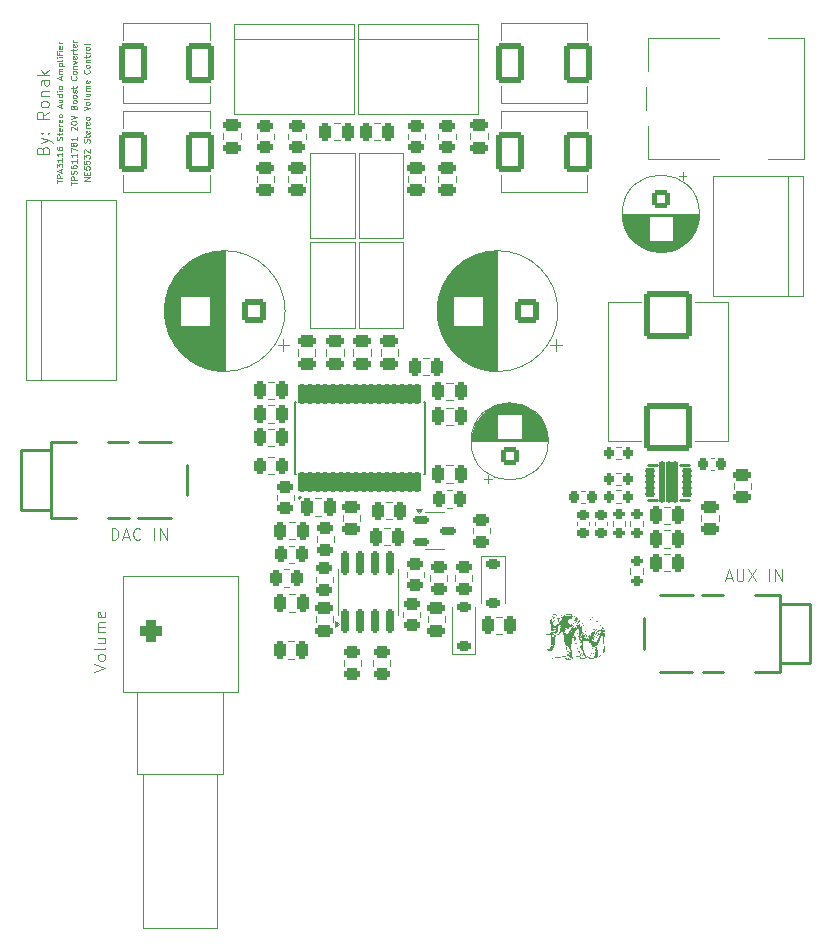
<source format=gto>
G04 #@! TF.GenerationSoftware,KiCad,Pcbnew,9.0.3*
G04 #@! TF.CreationDate,2025-08-11T22:09:38-04:00*
G04 #@! TF.ProjectId,Class D Amplifier,436c6173-7320-4442-9041-6d706c696669,rev?*
G04 #@! TF.SameCoordinates,Original*
G04 #@! TF.FileFunction,Legend,Top*
G04 #@! TF.FilePolarity,Positive*
%FSLAX46Y46*%
G04 Gerber Fmt 4.6, Leading zero omitted, Abs format (unit mm)*
G04 Created by KiCad (PCBNEW 9.0.3) date 2025-08-11 22:09:38*
%MOMM*%
%LPD*%
G01*
G04 APERTURE LIST*
G04 Aperture macros list*
%AMRoundRect*
0 Rectangle with rounded corners*
0 $1 Rounding radius*
0 $2 $3 $4 $5 $6 $7 $8 $9 X,Y pos of 4 corners*
0 Add a 4 corners polygon primitive as box body*
4,1,4,$2,$3,$4,$5,$6,$7,$8,$9,$2,$3,0*
0 Add four circle primitives for the rounded corners*
1,1,$1+$1,$2,$3*
1,1,$1+$1,$4,$5*
1,1,$1+$1,$6,$7*
1,1,$1+$1,$8,$9*
0 Add four rect primitives between the rounded corners*
20,1,$1+$1,$2,$3,$4,$5,0*
20,1,$1+$1,$4,$5,$6,$7,0*
20,1,$1+$1,$6,$7,$8,$9,0*
20,1,$1+$1,$8,$9,$2,$3,0*%
G04 Aperture macros list end*
%ADD10C,0.100000*%
%ADD11C,0.050000*%
%ADD12C,0.120000*%
%ADD13C,0.127000*%
%ADD14C,0.200000*%
%ADD15C,0.000000*%
%ADD16C,0.250000*%
%ADD17C,0.254000*%
%ADD18RoundRect,0.250001X-0.899999X-1.449999X0.899999X-1.449999X0.899999X1.449999X-0.899999X1.449999X0*%
%ADD19RoundRect,0.250000X-0.450000X0.262500X-0.450000X-0.262500X0.450000X-0.262500X0.450000X0.262500X0*%
%ADD20RoundRect,0.250000X0.450000X-0.262500X0.450000X0.262500X-0.450000X0.262500X-0.450000X-0.262500X0*%
%ADD21RoundRect,0.250000X-0.475000X0.250000X-0.475000X-0.250000X0.475000X-0.250000X0.475000X0.250000X0*%
%ADD22RoundRect,0.250000X0.550000X-0.550000X0.550000X0.550000X-0.550000X0.550000X-0.550000X-0.550000X0*%
%ADD23C,1.600000*%
%ADD24RoundRect,0.250000X-0.250000X-0.475000X0.250000X-0.475000X0.250000X0.475000X-0.250000X0.475000X0*%
%ADD25RoundRect,0.153500X0.153500X-0.733500X0.153500X0.733500X-0.153500X0.733500X-0.153500X-0.733500X0*%
%ADD26RoundRect,0.250000X0.250000X0.475000X-0.250000X0.475000X-0.250000X-0.475000X0.250000X-0.475000X0*%
%ADD27RoundRect,0.250001X0.899999X1.449999X-0.899999X1.449999X-0.899999X-1.449999X0.899999X-1.449999X0*%
%ADD28RoundRect,0.225000X0.225000X0.250000X-0.225000X0.250000X-0.225000X-0.250000X0.225000X-0.250000X0*%
%ADD29RoundRect,0.250000X0.750000X0.750000X-0.750000X0.750000X-0.750000X-0.750000X0.750000X-0.750000X0*%
%ADD30C,2.000000*%
%ADD31RoundRect,0.150000X-0.512500X-0.150000X0.512500X-0.150000X0.512500X0.150000X-0.512500X0.150000X0*%
%ADD32RoundRect,0.250000X0.475000X-0.250000X0.475000X0.250000X-0.475000X0.250000X-0.475000X-0.250000X0*%
%ADD33R,3.000000X3.000000*%
%ADD34C,3.000000*%
%ADD35RoundRect,0.450000X-0.450000X0.450000X-0.450000X-0.450000X0.450000X-0.450000X0.450000X0.450000X0*%
%ADD36C,1.800000*%
%ADD37RoundRect,0.200000X-0.275000X0.200000X-0.275000X-0.200000X0.275000X-0.200000X0.275000X0.200000X0*%
%ADD38RoundRect,0.250000X-0.262500X-0.450000X0.262500X-0.450000X0.262500X0.450000X-0.262500X0.450000X0*%
%ADD39RoundRect,0.102000X-0.350000X-0.125000X0.350000X-0.125000X0.350000X0.125000X-0.350000X0.125000X0*%
%ADD40RoundRect,0.102000X-0.125000X-1.700000X0.125000X-1.700000X0.125000X1.700000X-0.125000X1.700000X0*%
%ADD41RoundRect,0.200000X-0.200000X-0.275000X0.200000X-0.275000X0.200000X0.275000X-0.200000X0.275000X0*%
%ADD42RoundRect,0.225000X-0.375000X0.225000X-0.375000X-0.225000X0.375000X-0.225000X0.375000X0.225000X0*%
%ADD43RoundRect,0.250002X-1.799998X1.799998X-1.799998X-1.799998X1.799998X-1.799998X1.799998X1.799998X0*%
%ADD44RoundRect,0.225000X-0.250000X0.225000X-0.250000X-0.225000X0.250000X-0.225000X0.250000X0.225000X0*%
%ADD45RoundRect,0.150000X0.150000X-0.825000X0.150000X0.825000X-0.150000X0.825000X-0.150000X-0.825000X0*%
%ADD46R,2.000000X4.000000*%
%ADD47O,2.000000X3.300000*%
%ADD48O,3.500000X2.000000*%
%ADD49O,2.400000X1.600000*%
%ADD50RoundRect,0.225000X0.375000X-0.225000X0.375000X0.225000X-0.375000X0.225000X-0.375000X-0.225000X0*%
%ADD51RoundRect,0.250000X-0.550000X0.550000X-0.550000X-0.550000X0.550000X-0.550000X0.550000X0.550000X0*%
%ADD52RoundRect,0.250000X0.262500X0.450000X-0.262500X0.450000X-0.262500X-0.450000X0.262500X-0.450000X0*%
G04 APERTURE END LIST*
D10*
X35348609Y-50262782D02*
X35396228Y-50119925D01*
X35396228Y-50119925D02*
X35443847Y-50072306D01*
X35443847Y-50072306D02*
X35539085Y-50024687D01*
X35539085Y-50024687D02*
X35681942Y-50024687D01*
X35681942Y-50024687D02*
X35777180Y-50072306D01*
X35777180Y-50072306D02*
X35824800Y-50119925D01*
X35824800Y-50119925D02*
X35872419Y-50215163D01*
X35872419Y-50215163D02*
X35872419Y-50596115D01*
X35872419Y-50596115D02*
X34872419Y-50596115D01*
X34872419Y-50596115D02*
X34872419Y-50262782D01*
X34872419Y-50262782D02*
X34920038Y-50167544D01*
X34920038Y-50167544D02*
X34967657Y-50119925D01*
X34967657Y-50119925D02*
X35062895Y-50072306D01*
X35062895Y-50072306D02*
X35158133Y-50072306D01*
X35158133Y-50072306D02*
X35253371Y-50119925D01*
X35253371Y-50119925D02*
X35300990Y-50167544D01*
X35300990Y-50167544D02*
X35348609Y-50262782D01*
X35348609Y-50262782D02*
X35348609Y-50596115D01*
X35205752Y-49691353D02*
X35872419Y-49453258D01*
X35205752Y-49215163D02*
X35872419Y-49453258D01*
X35872419Y-49453258D02*
X36110514Y-49548496D01*
X36110514Y-49548496D02*
X36158133Y-49596115D01*
X36158133Y-49596115D02*
X36205752Y-49691353D01*
X35777180Y-48834210D02*
X35824800Y-48786591D01*
X35824800Y-48786591D02*
X35872419Y-48834210D01*
X35872419Y-48834210D02*
X35824800Y-48881829D01*
X35824800Y-48881829D02*
X35777180Y-48834210D01*
X35777180Y-48834210D02*
X35872419Y-48834210D01*
X35253371Y-48834210D02*
X35300990Y-48786591D01*
X35300990Y-48786591D02*
X35348609Y-48834210D01*
X35348609Y-48834210D02*
X35300990Y-48881829D01*
X35300990Y-48881829D02*
X35253371Y-48834210D01*
X35253371Y-48834210D02*
X35348609Y-48834210D01*
X35872419Y-47024687D02*
X35396228Y-47358020D01*
X35872419Y-47596115D02*
X34872419Y-47596115D01*
X34872419Y-47596115D02*
X34872419Y-47215163D01*
X34872419Y-47215163D02*
X34920038Y-47119925D01*
X34920038Y-47119925D02*
X34967657Y-47072306D01*
X34967657Y-47072306D02*
X35062895Y-47024687D01*
X35062895Y-47024687D02*
X35205752Y-47024687D01*
X35205752Y-47024687D02*
X35300990Y-47072306D01*
X35300990Y-47072306D02*
X35348609Y-47119925D01*
X35348609Y-47119925D02*
X35396228Y-47215163D01*
X35396228Y-47215163D02*
X35396228Y-47596115D01*
X35872419Y-46453258D02*
X35824800Y-46548496D01*
X35824800Y-46548496D02*
X35777180Y-46596115D01*
X35777180Y-46596115D02*
X35681942Y-46643734D01*
X35681942Y-46643734D02*
X35396228Y-46643734D01*
X35396228Y-46643734D02*
X35300990Y-46596115D01*
X35300990Y-46596115D02*
X35253371Y-46548496D01*
X35253371Y-46548496D02*
X35205752Y-46453258D01*
X35205752Y-46453258D02*
X35205752Y-46310401D01*
X35205752Y-46310401D02*
X35253371Y-46215163D01*
X35253371Y-46215163D02*
X35300990Y-46167544D01*
X35300990Y-46167544D02*
X35396228Y-46119925D01*
X35396228Y-46119925D02*
X35681942Y-46119925D01*
X35681942Y-46119925D02*
X35777180Y-46167544D01*
X35777180Y-46167544D02*
X35824800Y-46215163D01*
X35824800Y-46215163D02*
X35872419Y-46310401D01*
X35872419Y-46310401D02*
X35872419Y-46453258D01*
X35205752Y-45691353D02*
X35872419Y-45691353D01*
X35300990Y-45691353D02*
X35253371Y-45643734D01*
X35253371Y-45643734D02*
X35205752Y-45548496D01*
X35205752Y-45548496D02*
X35205752Y-45405639D01*
X35205752Y-45405639D02*
X35253371Y-45310401D01*
X35253371Y-45310401D02*
X35348609Y-45262782D01*
X35348609Y-45262782D02*
X35872419Y-45262782D01*
X35872419Y-44358020D02*
X35348609Y-44358020D01*
X35348609Y-44358020D02*
X35253371Y-44405639D01*
X35253371Y-44405639D02*
X35205752Y-44500877D01*
X35205752Y-44500877D02*
X35205752Y-44691353D01*
X35205752Y-44691353D02*
X35253371Y-44786591D01*
X35824800Y-44358020D02*
X35872419Y-44453258D01*
X35872419Y-44453258D02*
X35872419Y-44691353D01*
X35872419Y-44691353D02*
X35824800Y-44786591D01*
X35824800Y-44786591D02*
X35729561Y-44834210D01*
X35729561Y-44834210D02*
X35634323Y-44834210D01*
X35634323Y-44834210D02*
X35539085Y-44786591D01*
X35539085Y-44786591D02*
X35491466Y-44691353D01*
X35491466Y-44691353D02*
X35491466Y-44453258D01*
X35491466Y-44453258D02*
X35443847Y-44358020D01*
X35872419Y-43881829D02*
X34872419Y-43881829D01*
X35491466Y-43786591D02*
X35872419Y-43500877D01*
X35205752Y-43500877D02*
X35586704Y-43881829D01*
D11*
X37736209Y-53223054D02*
X37736209Y-52937340D01*
X38236209Y-53080197D02*
X37736209Y-53080197D01*
X38236209Y-52770674D02*
X37736209Y-52770674D01*
X37736209Y-52770674D02*
X37736209Y-52580198D01*
X37736209Y-52580198D02*
X37760019Y-52532579D01*
X37760019Y-52532579D02*
X37783828Y-52508769D01*
X37783828Y-52508769D02*
X37831447Y-52484960D01*
X37831447Y-52484960D02*
X37902876Y-52484960D01*
X37902876Y-52484960D02*
X37950495Y-52508769D01*
X37950495Y-52508769D02*
X37974304Y-52532579D01*
X37974304Y-52532579D02*
X37998114Y-52580198D01*
X37998114Y-52580198D02*
X37998114Y-52770674D01*
X38212400Y-52294483D02*
X38236209Y-52223055D01*
X38236209Y-52223055D02*
X38236209Y-52104007D01*
X38236209Y-52104007D02*
X38212400Y-52056388D01*
X38212400Y-52056388D02*
X38188590Y-52032579D01*
X38188590Y-52032579D02*
X38140971Y-52008769D01*
X38140971Y-52008769D02*
X38093352Y-52008769D01*
X38093352Y-52008769D02*
X38045733Y-52032579D01*
X38045733Y-52032579D02*
X38021923Y-52056388D01*
X38021923Y-52056388D02*
X37998114Y-52104007D01*
X37998114Y-52104007D02*
X37974304Y-52199245D01*
X37974304Y-52199245D02*
X37950495Y-52246864D01*
X37950495Y-52246864D02*
X37926685Y-52270674D01*
X37926685Y-52270674D02*
X37879066Y-52294483D01*
X37879066Y-52294483D02*
X37831447Y-52294483D01*
X37831447Y-52294483D02*
X37783828Y-52270674D01*
X37783828Y-52270674D02*
X37760019Y-52246864D01*
X37760019Y-52246864D02*
X37736209Y-52199245D01*
X37736209Y-52199245D02*
X37736209Y-52080198D01*
X37736209Y-52080198D02*
X37760019Y-52008769D01*
X37736209Y-51580198D02*
X37736209Y-51675436D01*
X37736209Y-51675436D02*
X37760019Y-51723055D01*
X37760019Y-51723055D02*
X37783828Y-51746865D01*
X37783828Y-51746865D02*
X37855257Y-51794484D01*
X37855257Y-51794484D02*
X37950495Y-51818293D01*
X37950495Y-51818293D02*
X38140971Y-51818293D01*
X38140971Y-51818293D02*
X38188590Y-51794484D01*
X38188590Y-51794484D02*
X38212400Y-51770674D01*
X38212400Y-51770674D02*
X38236209Y-51723055D01*
X38236209Y-51723055D02*
X38236209Y-51627817D01*
X38236209Y-51627817D02*
X38212400Y-51580198D01*
X38212400Y-51580198D02*
X38188590Y-51556389D01*
X38188590Y-51556389D02*
X38140971Y-51532579D01*
X38140971Y-51532579D02*
X38021923Y-51532579D01*
X38021923Y-51532579D02*
X37974304Y-51556389D01*
X37974304Y-51556389D02*
X37950495Y-51580198D01*
X37950495Y-51580198D02*
X37926685Y-51627817D01*
X37926685Y-51627817D02*
X37926685Y-51723055D01*
X37926685Y-51723055D02*
X37950495Y-51770674D01*
X37950495Y-51770674D02*
X37974304Y-51794484D01*
X37974304Y-51794484D02*
X38021923Y-51818293D01*
X38236209Y-51056389D02*
X38236209Y-51342103D01*
X38236209Y-51199246D02*
X37736209Y-51199246D01*
X37736209Y-51199246D02*
X37807638Y-51246865D01*
X37807638Y-51246865D02*
X37855257Y-51294484D01*
X37855257Y-51294484D02*
X37879066Y-51342103D01*
X38236209Y-50580199D02*
X38236209Y-50865913D01*
X38236209Y-50723056D02*
X37736209Y-50723056D01*
X37736209Y-50723056D02*
X37807638Y-50770675D01*
X37807638Y-50770675D02*
X37855257Y-50818294D01*
X37855257Y-50818294D02*
X37879066Y-50865913D01*
X37736209Y-50413533D02*
X37736209Y-50080200D01*
X37736209Y-50080200D02*
X38236209Y-50294485D01*
X37950495Y-49818295D02*
X37926685Y-49865914D01*
X37926685Y-49865914D02*
X37902876Y-49889724D01*
X37902876Y-49889724D02*
X37855257Y-49913533D01*
X37855257Y-49913533D02*
X37831447Y-49913533D01*
X37831447Y-49913533D02*
X37783828Y-49889724D01*
X37783828Y-49889724D02*
X37760019Y-49865914D01*
X37760019Y-49865914D02*
X37736209Y-49818295D01*
X37736209Y-49818295D02*
X37736209Y-49723057D01*
X37736209Y-49723057D02*
X37760019Y-49675438D01*
X37760019Y-49675438D02*
X37783828Y-49651629D01*
X37783828Y-49651629D02*
X37831447Y-49627819D01*
X37831447Y-49627819D02*
X37855257Y-49627819D01*
X37855257Y-49627819D02*
X37902876Y-49651629D01*
X37902876Y-49651629D02*
X37926685Y-49675438D01*
X37926685Y-49675438D02*
X37950495Y-49723057D01*
X37950495Y-49723057D02*
X37950495Y-49818295D01*
X37950495Y-49818295D02*
X37974304Y-49865914D01*
X37974304Y-49865914D02*
X37998114Y-49889724D01*
X37998114Y-49889724D02*
X38045733Y-49913533D01*
X38045733Y-49913533D02*
X38140971Y-49913533D01*
X38140971Y-49913533D02*
X38188590Y-49889724D01*
X38188590Y-49889724D02*
X38212400Y-49865914D01*
X38212400Y-49865914D02*
X38236209Y-49818295D01*
X38236209Y-49818295D02*
X38236209Y-49723057D01*
X38236209Y-49723057D02*
X38212400Y-49675438D01*
X38212400Y-49675438D02*
X38188590Y-49651629D01*
X38188590Y-49651629D02*
X38140971Y-49627819D01*
X38140971Y-49627819D02*
X38045733Y-49627819D01*
X38045733Y-49627819D02*
X37998114Y-49651629D01*
X37998114Y-49651629D02*
X37974304Y-49675438D01*
X37974304Y-49675438D02*
X37950495Y-49723057D01*
X38236209Y-49151629D02*
X38236209Y-49437343D01*
X38236209Y-49294486D02*
X37736209Y-49294486D01*
X37736209Y-49294486D02*
X37807638Y-49342105D01*
X37807638Y-49342105D02*
X37855257Y-49389724D01*
X37855257Y-49389724D02*
X37879066Y-49437343D01*
X37783828Y-48580201D02*
X37760019Y-48556392D01*
X37760019Y-48556392D02*
X37736209Y-48508773D01*
X37736209Y-48508773D02*
X37736209Y-48389725D01*
X37736209Y-48389725D02*
X37760019Y-48342106D01*
X37760019Y-48342106D02*
X37783828Y-48318297D01*
X37783828Y-48318297D02*
X37831447Y-48294487D01*
X37831447Y-48294487D02*
X37879066Y-48294487D01*
X37879066Y-48294487D02*
X37950495Y-48318297D01*
X37950495Y-48318297D02*
X38236209Y-48604011D01*
X38236209Y-48604011D02*
X38236209Y-48294487D01*
X37736209Y-47984964D02*
X37736209Y-47937345D01*
X37736209Y-47937345D02*
X37760019Y-47889726D01*
X37760019Y-47889726D02*
X37783828Y-47865916D01*
X37783828Y-47865916D02*
X37831447Y-47842107D01*
X37831447Y-47842107D02*
X37926685Y-47818297D01*
X37926685Y-47818297D02*
X38045733Y-47818297D01*
X38045733Y-47818297D02*
X38140971Y-47842107D01*
X38140971Y-47842107D02*
X38188590Y-47865916D01*
X38188590Y-47865916D02*
X38212400Y-47889726D01*
X38212400Y-47889726D02*
X38236209Y-47937345D01*
X38236209Y-47937345D02*
X38236209Y-47984964D01*
X38236209Y-47984964D02*
X38212400Y-48032583D01*
X38212400Y-48032583D02*
X38188590Y-48056392D01*
X38188590Y-48056392D02*
X38140971Y-48080202D01*
X38140971Y-48080202D02*
X38045733Y-48104011D01*
X38045733Y-48104011D02*
X37926685Y-48104011D01*
X37926685Y-48104011D02*
X37831447Y-48080202D01*
X37831447Y-48080202D02*
X37783828Y-48056392D01*
X37783828Y-48056392D02*
X37760019Y-48032583D01*
X37760019Y-48032583D02*
X37736209Y-47984964D01*
X37736209Y-47675440D02*
X38236209Y-47508774D01*
X38236209Y-47508774D02*
X37736209Y-47342107D01*
X37974304Y-46627822D02*
X37998114Y-46556394D01*
X37998114Y-46556394D02*
X38021923Y-46532584D01*
X38021923Y-46532584D02*
X38069542Y-46508775D01*
X38069542Y-46508775D02*
X38140971Y-46508775D01*
X38140971Y-46508775D02*
X38188590Y-46532584D01*
X38188590Y-46532584D02*
X38212400Y-46556394D01*
X38212400Y-46556394D02*
X38236209Y-46604013D01*
X38236209Y-46604013D02*
X38236209Y-46794489D01*
X38236209Y-46794489D02*
X37736209Y-46794489D01*
X37736209Y-46794489D02*
X37736209Y-46627822D01*
X37736209Y-46627822D02*
X37760019Y-46580203D01*
X37760019Y-46580203D02*
X37783828Y-46556394D01*
X37783828Y-46556394D02*
X37831447Y-46532584D01*
X37831447Y-46532584D02*
X37879066Y-46532584D01*
X37879066Y-46532584D02*
X37926685Y-46556394D01*
X37926685Y-46556394D02*
X37950495Y-46580203D01*
X37950495Y-46580203D02*
X37974304Y-46627822D01*
X37974304Y-46627822D02*
X37974304Y-46794489D01*
X38236209Y-46223060D02*
X38212400Y-46270679D01*
X38212400Y-46270679D02*
X38188590Y-46294489D01*
X38188590Y-46294489D02*
X38140971Y-46318298D01*
X38140971Y-46318298D02*
X37998114Y-46318298D01*
X37998114Y-46318298D02*
X37950495Y-46294489D01*
X37950495Y-46294489D02*
X37926685Y-46270679D01*
X37926685Y-46270679D02*
X37902876Y-46223060D01*
X37902876Y-46223060D02*
X37902876Y-46151632D01*
X37902876Y-46151632D02*
X37926685Y-46104013D01*
X37926685Y-46104013D02*
X37950495Y-46080203D01*
X37950495Y-46080203D02*
X37998114Y-46056394D01*
X37998114Y-46056394D02*
X38140971Y-46056394D01*
X38140971Y-46056394D02*
X38188590Y-46080203D01*
X38188590Y-46080203D02*
X38212400Y-46104013D01*
X38212400Y-46104013D02*
X38236209Y-46151632D01*
X38236209Y-46151632D02*
X38236209Y-46223060D01*
X38236209Y-45770679D02*
X38212400Y-45818298D01*
X38212400Y-45818298D02*
X38188590Y-45842108D01*
X38188590Y-45842108D02*
X38140971Y-45865917D01*
X38140971Y-45865917D02*
X37998114Y-45865917D01*
X37998114Y-45865917D02*
X37950495Y-45842108D01*
X37950495Y-45842108D02*
X37926685Y-45818298D01*
X37926685Y-45818298D02*
X37902876Y-45770679D01*
X37902876Y-45770679D02*
X37902876Y-45699251D01*
X37902876Y-45699251D02*
X37926685Y-45651632D01*
X37926685Y-45651632D02*
X37950495Y-45627822D01*
X37950495Y-45627822D02*
X37998114Y-45604013D01*
X37998114Y-45604013D02*
X38140971Y-45604013D01*
X38140971Y-45604013D02*
X38188590Y-45627822D01*
X38188590Y-45627822D02*
X38212400Y-45651632D01*
X38212400Y-45651632D02*
X38236209Y-45699251D01*
X38236209Y-45699251D02*
X38236209Y-45770679D01*
X38212400Y-45413536D02*
X38236209Y-45365917D01*
X38236209Y-45365917D02*
X38236209Y-45270679D01*
X38236209Y-45270679D02*
X38212400Y-45223060D01*
X38212400Y-45223060D02*
X38164780Y-45199251D01*
X38164780Y-45199251D02*
X38140971Y-45199251D01*
X38140971Y-45199251D02*
X38093352Y-45223060D01*
X38093352Y-45223060D02*
X38069542Y-45270679D01*
X38069542Y-45270679D02*
X38069542Y-45342108D01*
X38069542Y-45342108D02*
X38045733Y-45389727D01*
X38045733Y-45389727D02*
X37998114Y-45413536D01*
X37998114Y-45413536D02*
X37974304Y-45413536D01*
X37974304Y-45413536D02*
X37926685Y-45389727D01*
X37926685Y-45389727D02*
X37902876Y-45342108D01*
X37902876Y-45342108D02*
X37902876Y-45270679D01*
X37902876Y-45270679D02*
X37926685Y-45223060D01*
X37902876Y-45056393D02*
X37902876Y-44865917D01*
X37736209Y-44984965D02*
X38164780Y-44984965D01*
X38164780Y-44984965D02*
X38212400Y-44961155D01*
X38212400Y-44961155D02*
X38236209Y-44913536D01*
X38236209Y-44913536D02*
X38236209Y-44865917D01*
X38188590Y-44032585D02*
X38212400Y-44056394D01*
X38212400Y-44056394D02*
X38236209Y-44127823D01*
X38236209Y-44127823D02*
X38236209Y-44175442D01*
X38236209Y-44175442D02*
X38212400Y-44246870D01*
X38212400Y-44246870D02*
X38164780Y-44294489D01*
X38164780Y-44294489D02*
X38117161Y-44318299D01*
X38117161Y-44318299D02*
X38021923Y-44342108D01*
X38021923Y-44342108D02*
X37950495Y-44342108D01*
X37950495Y-44342108D02*
X37855257Y-44318299D01*
X37855257Y-44318299D02*
X37807638Y-44294489D01*
X37807638Y-44294489D02*
X37760019Y-44246870D01*
X37760019Y-44246870D02*
X37736209Y-44175442D01*
X37736209Y-44175442D02*
X37736209Y-44127823D01*
X37736209Y-44127823D02*
X37760019Y-44056394D01*
X37760019Y-44056394D02*
X37783828Y-44032585D01*
X38236209Y-43746870D02*
X38212400Y-43794489D01*
X38212400Y-43794489D02*
X38188590Y-43818299D01*
X38188590Y-43818299D02*
X38140971Y-43842108D01*
X38140971Y-43842108D02*
X37998114Y-43842108D01*
X37998114Y-43842108D02*
X37950495Y-43818299D01*
X37950495Y-43818299D02*
X37926685Y-43794489D01*
X37926685Y-43794489D02*
X37902876Y-43746870D01*
X37902876Y-43746870D02*
X37902876Y-43675442D01*
X37902876Y-43675442D02*
X37926685Y-43627823D01*
X37926685Y-43627823D02*
X37950495Y-43604013D01*
X37950495Y-43604013D02*
X37998114Y-43580204D01*
X37998114Y-43580204D02*
X38140971Y-43580204D01*
X38140971Y-43580204D02*
X38188590Y-43604013D01*
X38188590Y-43604013D02*
X38212400Y-43627823D01*
X38212400Y-43627823D02*
X38236209Y-43675442D01*
X38236209Y-43675442D02*
X38236209Y-43746870D01*
X37902876Y-43365918D02*
X38236209Y-43365918D01*
X37950495Y-43365918D02*
X37926685Y-43342108D01*
X37926685Y-43342108D02*
X37902876Y-43294489D01*
X37902876Y-43294489D02*
X37902876Y-43223061D01*
X37902876Y-43223061D02*
X37926685Y-43175442D01*
X37926685Y-43175442D02*
X37974304Y-43151632D01*
X37974304Y-43151632D02*
X38236209Y-43151632D01*
X37902876Y-42961156D02*
X38236209Y-42842108D01*
X38236209Y-42842108D02*
X37902876Y-42723061D01*
X38212400Y-42342109D02*
X38236209Y-42389728D01*
X38236209Y-42389728D02*
X38236209Y-42484966D01*
X38236209Y-42484966D02*
X38212400Y-42532585D01*
X38212400Y-42532585D02*
X38164780Y-42556394D01*
X38164780Y-42556394D02*
X37974304Y-42556394D01*
X37974304Y-42556394D02*
X37926685Y-42532585D01*
X37926685Y-42532585D02*
X37902876Y-42484966D01*
X37902876Y-42484966D02*
X37902876Y-42389728D01*
X37902876Y-42389728D02*
X37926685Y-42342109D01*
X37926685Y-42342109D02*
X37974304Y-42318299D01*
X37974304Y-42318299D02*
X38021923Y-42318299D01*
X38021923Y-42318299D02*
X38069542Y-42556394D01*
X38236209Y-42104014D02*
X37902876Y-42104014D01*
X37998114Y-42104014D02*
X37950495Y-42080204D01*
X37950495Y-42080204D02*
X37926685Y-42056395D01*
X37926685Y-42056395D02*
X37902876Y-42008776D01*
X37902876Y-42008776D02*
X37902876Y-41961157D01*
X37902876Y-41865918D02*
X37902876Y-41675442D01*
X37736209Y-41794490D02*
X38164780Y-41794490D01*
X38164780Y-41794490D02*
X38212400Y-41770680D01*
X38212400Y-41770680D02*
X38236209Y-41723061D01*
X38236209Y-41723061D02*
X38236209Y-41675442D01*
X38212400Y-41318300D02*
X38236209Y-41365919D01*
X38236209Y-41365919D02*
X38236209Y-41461157D01*
X38236209Y-41461157D02*
X38212400Y-41508776D01*
X38212400Y-41508776D02*
X38164780Y-41532585D01*
X38164780Y-41532585D02*
X37974304Y-41532585D01*
X37974304Y-41532585D02*
X37926685Y-41508776D01*
X37926685Y-41508776D02*
X37902876Y-41461157D01*
X37902876Y-41461157D02*
X37902876Y-41365919D01*
X37902876Y-41365919D02*
X37926685Y-41318300D01*
X37926685Y-41318300D02*
X37974304Y-41294490D01*
X37974304Y-41294490D02*
X38021923Y-41294490D01*
X38021923Y-41294490D02*
X38069542Y-41532585D01*
X38236209Y-41080205D02*
X37902876Y-41080205D01*
X37998114Y-41080205D02*
X37950495Y-41056395D01*
X37950495Y-41056395D02*
X37926685Y-41032586D01*
X37926685Y-41032586D02*
X37902876Y-40984967D01*
X37902876Y-40984967D02*
X37902876Y-40937348D01*
D10*
X39672419Y-94438972D02*
X40672419Y-94105639D01*
X40672419Y-94105639D02*
X39672419Y-93772306D01*
X40672419Y-93296115D02*
X40624800Y-93391353D01*
X40624800Y-93391353D02*
X40577180Y-93438972D01*
X40577180Y-93438972D02*
X40481942Y-93486591D01*
X40481942Y-93486591D02*
X40196228Y-93486591D01*
X40196228Y-93486591D02*
X40100990Y-93438972D01*
X40100990Y-93438972D02*
X40053371Y-93391353D01*
X40053371Y-93391353D02*
X40005752Y-93296115D01*
X40005752Y-93296115D02*
X40005752Y-93153258D01*
X40005752Y-93153258D02*
X40053371Y-93058020D01*
X40053371Y-93058020D02*
X40100990Y-93010401D01*
X40100990Y-93010401D02*
X40196228Y-92962782D01*
X40196228Y-92962782D02*
X40481942Y-92962782D01*
X40481942Y-92962782D02*
X40577180Y-93010401D01*
X40577180Y-93010401D02*
X40624800Y-93058020D01*
X40624800Y-93058020D02*
X40672419Y-93153258D01*
X40672419Y-93153258D02*
X40672419Y-93296115D01*
X40672419Y-92391353D02*
X40624800Y-92486591D01*
X40624800Y-92486591D02*
X40529561Y-92534210D01*
X40529561Y-92534210D02*
X39672419Y-92534210D01*
X40005752Y-91581829D02*
X40672419Y-91581829D01*
X40005752Y-92010400D02*
X40529561Y-92010400D01*
X40529561Y-92010400D02*
X40624800Y-91962781D01*
X40624800Y-91962781D02*
X40672419Y-91867543D01*
X40672419Y-91867543D02*
X40672419Y-91724686D01*
X40672419Y-91724686D02*
X40624800Y-91629448D01*
X40624800Y-91629448D02*
X40577180Y-91581829D01*
X40672419Y-91105638D02*
X40005752Y-91105638D01*
X40100990Y-91105638D02*
X40053371Y-91058019D01*
X40053371Y-91058019D02*
X40005752Y-90962781D01*
X40005752Y-90962781D02*
X40005752Y-90819924D01*
X40005752Y-90819924D02*
X40053371Y-90724686D01*
X40053371Y-90724686D02*
X40148609Y-90677067D01*
X40148609Y-90677067D02*
X40672419Y-90677067D01*
X40148609Y-90677067D02*
X40053371Y-90629448D01*
X40053371Y-90629448D02*
X40005752Y-90534210D01*
X40005752Y-90534210D02*
X40005752Y-90391353D01*
X40005752Y-90391353D02*
X40053371Y-90296114D01*
X40053371Y-90296114D02*
X40148609Y-90248495D01*
X40148609Y-90248495D02*
X40672419Y-90248495D01*
X40624800Y-89391353D02*
X40672419Y-89486591D01*
X40672419Y-89486591D02*
X40672419Y-89677067D01*
X40672419Y-89677067D02*
X40624800Y-89772305D01*
X40624800Y-89772305D02*
X40529561Y-89819924D01*
X40529561Y-89819924D02*
X40148609Y-89819924D01*
X40148609Y-89819924D02*
X40053371Y-89772305D01*
X40053371Y-89772305D02*
X40005752Y-89677067D01*
X40005752Y-89677067D02*
X40005752Y-89486591D01*
X40005752Y-89486591D02*
X40053371Y-89391353D01*
X40053371Y-89391353D02*
X40148609Y-89343734D01*
X40148609Y-89343734D02*
X40243847Y-89343734D01*
X40243847Y-89343734D02*
X40339085Y-89819924D01*
D11*
X36536209Y-53068292D02*
X36536209Y-52782578D01*
X37036209Y-52925435D02*
X36536209Y-52925435D01*
X37036209Y-52615912D02*
X36536209Y-52615912D01*
X36536209Y-52615912D02*
X36536209Y-52425436D01*
X36536209Y-52425436D02*
X36560019Y-52377817D01*
X36560019Y-52377817D02*
X36583828Y-52354007D01*
X36583828Y-52354007D02*
X36631447Y-52330198D01*
X36631447Y-52330198D02*
X36702876Y-52330198D01*
X36702876Y-52330198D02*
X36750495Y-52354007D01*
X36750495Y-52354007D02*
X36774304Y-52377817D01*
X36774304Y-52377817D02*
X36798114Y-52425436D01*
X36798114Y-52425436D02*
X36798114Y-52615912D01*
X36893352Y-52139721D02*
X36893352Y-51901626D01*
X37036209Y-52187340D02*
X36536209Y-52020674D01*
X36536209Y-52020674D02*
X37036209Y-51854007D01*
X36536209Y-51734960D02*
X36536209Y-51425436D01*
X36536209Y-51425436D02*
X36726685Y-51592103D01*
X36726685Y-51592103D02*
X36726685Y-51520674D01*
X36726685Y-51520674D02*
X36750495Y-51473055D01*
X36750495Y-51473055D02*
X36774304Y-51449246D01*
X36774304Y-51449246D02*
X36821923Y-51425436D01*
X36821923Y-51425436D02*
X36940971Y-51425436D01*
X36940971Y-51425436D02*
X36988590Y-51449246D01*
X36988590Y-51449246D02*
X37012400Y-51473055D01*
X37012400Y-51473055D02*
X37036209Y-51520674D01*
X37036209Y-51520674D02*
X37036209Y-51663531D01*
X37036209Y-51663531D02*
X37012400Y-51711150D01*
X37012400Y-51711150D02*
X36988590Y-51734960D01*
X37036209Y-50949246D02*
X37036209Y-51234960D01*
X37036209Y-51092103D02*
X36536209Y-51092103D01*
X36536209Y-51092103D02*
X36607638Y-51139722D01*
X36607638Y-51139722D02*
X36655257Y-51187341D01*
X36655257Y-51187341D02*
X36679066Y-51234960D01*
X37036209Y-50473056D02*
X37036209Y-50758770D01*
X37036209Y-50615913D02*
X36536209Y-50615913D01*
X36536209Y-50615913D02*
X36607638Y-50663532D01*
X36607638Y-50663532D02*
X36655257Y-50711151D01*
X36655257Y-50711151D02*
X36679066Y-50758770D01*
X36536209Y-50044485D02*
X36536209Y-50139723D01*
X36536209Y-50139723D02*
X36560019Y-50187342D01*
X36560019Y-50187342D02*
X36583828Y-50211152D01*
X36583828Y-50211152D02*
X36655257Y-50258771D01*
X36655257Y-50258771D02*
X36750495Y-50282580D01*
X36750495Y-50282580D02*
X36940971Y-50282580D01*
X36940971Y-50282580D02*
X36988590Y-50258771D01*
X36988590Y-50258771D02*
X37012400Y-50234961D01*
X37012400Y-50234961D02*
X37036209Y-50187342D01*
X37036209Y-50187342D02*
X37036209Y-50092104D01*
X37036209Y-50092104D02*
X37012400Y-50044485D01*
X37012400Y-50044485D02*
X36988590Y-50020676D01*
X36988590Y-50020676D02*
X36940971Y-49996866D01*
X36940971Y-49996866D02*
X36821923Y-49996866D01*
X36821923Y-49996866D02*
X36774304Y-50020676D01*
X36774304Y-50020676D02*
X36750495Y-50044485D01*
X36750495Y-50044485D02*
X36726685Y-50092104D01*
X36726685Y-50092104D02*
X36726685Y-50187342D01*
X36726685Y-50187342D02*
X36750495Y-50234961D01*
X36750495Y-50234961D02*
X36774304Y-50258771D01*
X36774304Y-50258771D02*
X36821923Y-50282580D01*
X37012400Y-49425438D02*
X37036209Y-49354010D01*
X37036209Y-49354010D02*
X37036209Y-49234962D01*
X37036209Y-49234962D02*
X37012400Y-49187343D01*
X37012400Y-49187343D02*
X36988590Y-49163534D01*
X36988590Y-49163534D02*
X36940971Y-49139724D01*
X36940971Y-49139724D02*
X36893352Y-49139724D01*
X36893352Y-49139724D02*
X36845733Y-49163534D01*
X36845733Y-49163534D02*
X36821923Y-49187343D01*
X36821923Y-49187343D02*
X36798114Y-49234962D01*
X36798114Y-49234962D02*
X36774304Y-49330200D01*
X36774304Y-49330200D02*
X36750495Y-49377819D01*
X36750495Y-49377819D02*
X36726685Y-49401629D01*
X36726685Y-49401629D02*
X36679066Y-49425438D01*
X36679066Y-49425438D02*
X36631447Y-49425438D01*
X36631447Y-49425438D02*
X36583828Y-49401629D01*
X36583828Y-49401629D02*
X36560019Y-49377819D01*
X36560019Y-49377819D02*
X36536209Y-49330200D01*
X36536209Y-49330200D02*
X36536209Y-49211153D01*
X36536209Y-49211153D02*
X36560019Y-49139724D01*
X36702876Y-48996867D02*
X36702876Y-48806391D01*
X36536209Y-48925439D02*
X36964780Y-48925439D01*
X36964780Y-48925439D02*
X37012400Y-48901629D01*
X37012400Y-48901629D02*
X37036209Y-48854010D01*
X37036209Y-48854010D02*
X37036209Y-48806391D01*
X37012400Y-48449249D02*
X37036209Y-48496868D01*
X37036209Y-48496868D02*
X37036209Y-48592106D01*
X37036209Y-48592106D02*
X37012400Y-48639725D01*
X37012400Y-48639725D02*
X36964780Y-48663534D01*
X36964780Y-48663534D02*
X36774304Y-48663534D01*
X36774304Y-48663534D02*
X36726685Y-48639725D01*
X36726685Y-48639725D02*
X36702876Y-48592106D01*
X36702876Y-48592106D02*
X36702876Y-48496868D01*
X36702876Y-48496868D02*
X36726685Y-48449249D01*
X36726685Y-48449249D02*
X36774304Y-48425439D01*
X36774304Y-48425439D02*
X36821923Y-48425439D01*
X36821923Y-48425439D02*
X36869542Y-48663534D01*
X37036209Y-48211154D02*
X36702876Y-48211154D01*
X36798114Y-48211154D02*
X36750495Y-48187344D01*
X36750495Y-48187344D02*
X36726685Y-48163535D01*
X36726685Y-48163535D02*
X36702876Y-48115916D01*
X36702876Y-48115916D02*
X36702876Y-48068297D01*
X37012400Y-47711154D02*
X37036209Y-47758773D01*
X37036209Y-47758773D02*
X37036209Y-47854011D01*
X37036209Y-47854011D02*
X37012400Y-47901630D01*
X37012400Y-47901630D02*
X36964780Y-47925439D01*
X36964780Y-47925439D02*
X36774304Y-47925439D01*
X36774304Y-47925439D02*
X36726685Y-47901630D01*
X36726685Y-47901630D02*
X36702876Y-47854011D01*
X36702876Y-47854011D02*
X36702876Y-47758773D01*
X36702876Y-47758773D02*
X36726685Y-47711154D01*
X36726685Y-47711154D02*
X36774304Y-47687344D01*
X36774304Y-47687344D02*
X36821923Y-47687344D01*
X36821923Y-47687344D02*
X36869542Y-47925439D01*
X37036209Y-47401630D02*
X37012400Y-47449249D01*
X37012400Y-47449249D02*
X36988590Y-47473059D01*
X36988590Y-47473059D02*
X36940971Y-47496868D01*
X36940971Y-47496868D02*
X36798114Y-47496868D01*
X36798114Y-47496868D02*
X36750495Y-47473059D01*
X36750495Y-47473059D02*
X36726685Y-47449249D01*
X36726685Y-47449249D02*
X36702876Y-47401630D01*
X36702876Y-47401630D02*
X36702876Y-47330202D01*
X36702876Y-47330202D02*
X36726685Y-47282583D01*
X36726685Y-47282583D02*
X36750495Y-47258773D01*
X36750495Y-47258773D02*
X36798114Y-47234964D01*
X36798114Y-47234964D02*
X36940971Y-47234964D01*
X36940971Y-47234964D02*
X36988590Y-47258773D01*
X36988590Y-47258773D02*
X37012400Y-47282583D01*
X37012400Y-47282583D02*
X37036209Y-47330202D01*
X37036209Y-47330202D02*
X37036209Y-47401630D01*
X36893352Y-46663535D02*
X36893352Y-46425440D01*
X37036209Y-46711154D02*
X36536209Y-46544488D01*
X36536209Y-46544488D02*
X37036209Y-46377821D01*
X36702876Y-45996869D02*
X37036209Y-45996869D01*
X36702876Y-46211155D02*
X36964780Y-46211155D01*
X36964780Y-46211155D02*
X37012400Y-46187345D01*
X37012400Y-46187345D02*
X37036209Y-46139726D01*
X37036209Y-46139726D02*
X37036209Y-46068298D01*
X37036209Y-46068298D02*
X37012400Y-46020679D01*
X37012400Y-46020679D02*
X36988590Y-45996869D01*
X37036209Y-45544488D02*
X36536209Y-45544488D01*
X37012400Y-45544488D02*
X37036209Y-45592107D01*
X37036209Y-45592107D02*
X37036209Y-45687345D01*
X37036209Y-45687345D02*
X37012400Y-45734964D01*
X37012400Y-45734964D02*
X36988590Y-45758774D01*
X36988590Y-45758774D02*
X36940971Y-45782583D01*
X36940971Y-45782583D02*
X36798114Y-45782583D01*
X36798114Y-45782583D02*
X36750495Y-45758774D01*
X36750495Y-45758774D02*
X36726685Y-45734964D01*
X36726685Y-45734964D02*
X36702876Y-45687345D01*
X36702876Y-45687345D02*
X36702876Y-45592107D01*
X36702876Y-45592107D02*
X36726685Y-45544488D01*
X37036209Y-45306393D02*
X36702876Y-45306393D01*
X36536209Y-45306393D02*
X36560019Y-45330202D01*
X36560019Y-45330202D02*
X36583828Y-45306393D01*
X36583828Y-45306393D02*
X36560019Y-45282583D01*
X36560019Y-45282583D02*
X36536209Y-45306393D01*
X36536209Y-45306393D02*
X36583828Y-45306393D01*
X37036209Y-44996869D02*
X37012400Y-45044488D01*
X37012400Y-45044488D02*
X36988590Y-45068298D01*
X36988590Y-45068298D02*
X36940971Y-45092107D01*
X36940971Y-45092107D02*
X36798114Y-45092107D01*
X36798114Y-45092107D02*
X36750495Y-45068298D01*
X36750495Y-45068298D02*
X36726685Y-45044488D01*
X36726685Y-45044488D02*
X36702876Y-44996869D01*
X36702876Y-44996869D02*
X36702876Y-44925441D01*
X36702876Y-44925441D02*
X36726685Y-44877822D01*
X36726685Y-44877822D02*
X36750495Y-44854012D01*
X36750495Y-44854012D02*
X36798114Y-44830203D01*
X36798114Y-44830203D02*
X36940971Y-44830203D01*
X36940971Y-44830203D02*
X36988590Y-44854012D01*
X36988590Y-44854012D02*
X37012400Y-44877822D01*
X37012400Y-44877822D02*
X37036209Y-44925441D01*
X37036209Y-44925441D02*
X37036209Y-44996869D01*
X36893352Y-44258774D02*
X36893352Y-44020679D01*
X37036209Y-44306393D02*
X36536209Y-44139727D01*
X36536209Y-44139727D02*
X37036209Y-43973060D01*
X37036209Y-43806394D02*
X36702876Y-43806394D01*
X36750495Y-43806394D02*
X36726685Y-43782584D01*
X36726685Y-43782584D02*
X36702876Y-43734965D01*
X36702876Y-43734965D02*
X36702876Y-43663537D01*
X36702876Y-43663537D02*
X36726685Y-43615918D01*
X36726685Y-43615918D02*
X36774304Y-43592108D01*
X36774304Y-43592108D02*
X37036209Y-43592108D01*
X36774304Y-43592108D02*
X36726685Y-43568299D01*
X36726685Y-43568299D02*
X36702876Y-43520680D01*
X36702876Y-43520680D02*
X36702876Y-43449251D01*
X36702876Y-43449251D02*
X36726685Y-43401632D01*
X36726685Y-43401632D02*
X36774304Y-43377822D01*
X36774304Y-43377822D02*
X37036209Y-43377822D01*
X36702876Y-43139727D02*
X37202876Y-43139727D01*
X36726685Y-43139727D02*
X36702876Y-43092108D01*
X36702876Y-43092108D02*
X36702876Y-42996870D01*
X36702876Y-42996870D02*
X36726685Y-42949251D01*
X36726685Y-42949251D02*
X36750495Y-42925441D01*
X36750495Y-42925441D02*
X36798114Y-42901632D01*
X36798114Y-42901632D02*
X36940971Y-42901632D01*
X36940971Y-42901632D02*
X36988590Y-42925441D01*
X36988590Y-42925441D02*
X37012400Y-42949251D01*
X37012400Y-42949251D02*
X37036209Y-42996870D01*
X37036209Y-42996870D02*
X37036209Y-43092108D01*
X37036209Y-43092108D02*
X37012400Y-43139727D01*
X37036209Y-42615917D02*
X37012400Y-42663536D01*
X37012400Y-42663536D02*
X36964780Y-42687346D01*
X36964780Y-42687346D02*
X36536209Y-42687346D01*
X37036209Y-42425441D02*
X36702876Y-42425441D01*
X36536209Y-42425441D02*
X36560019Y-42449250D01*
X36560019Y-42449250D02*
X36583828Y-42425441D01*
X36583828Y-42425441D02*
X36560019Y-42401631D01*
X36560019Y-42401631D02*
X36536209Y-42425441D01*
X36536209Y-42425441D02*
X36583828Y-42425441D01*
X36702876Y-42258774D02*
X36702876Y-42068298D01*
X37036209Y-42187346D02*
X36607638Y-42187346D01*
X36607638Y-42187346D02*
X36560019Y-42163536D01*
X36560019Y-42163536D02*
X36536209Y-42115917D01*
X36536209Y-42115917D02*
X36536209Y-42068298D01*
X37036209Y-41901632D02*
X36702876Y-41901632D01*
X36536209Y-41901632D02*
X36560019Y-41925441D01*
X36560019Y-41925441D02*
X36583828Y-41901632D01*
X36583828Y-41901632D02*
X36560019Y-41877822D01*
X36560019Y-41877822D02*
X36536209Y-41901632D01*
X36536209Y-41901632D02*
X36583828Y-41901632D01*
X37012400Y-41473061D02*
X37036209Y-41520680D01*
X37036209Y-41520680D02*
X37036209Y-41615918D01*
X37036209Y-41615918D02*
X37012400Y-41663537D01*
X37012400Y-41663537D02*
X36964780Y-41687346D01*
X36964780Y-41687346D02*
X36774304Y-41687346D01*
X36774304Y-41687346D02*
X36726685Y-41663537D01*
X36726685Y-41663537D02*
X36702876Y-41615918D01*
X36702876Y-41615918D02*
X36702876Y-41520680D01*
X36702876Y-41520680D02*
X36726685Y-41473061D01*
X36726685Y-41473061D02*
X36774304Y-41449251D01*
X36774304Y-41449251D02*
X36821923Y-41449251D01*
X36821923Y-41449251D02*
X36869542Y-41687346D01*
X37036209Y-41234966D02*
X36702876Y-41234966D01*
X36798114Y-41234966D02*
X36750495Y-41211156D01*
X36750495Y-41211156D02*
X36726685Y-41187347D01*
X36726685Y-41187347D02*
X36702876Y-41139728D01*
X36702876Y-41139728D02*
X36702876Y-41092109D01*
D10*
X93205765Y-86486704D02*
X93681955Y-86486704D01*
X93110527Y-86772419D02*
X93443860Y-85772419D01*
X93443860Y-85772419D02*
X93777193Y-86772419D01*
X94110527Y-85772419D02*
X94110527Y-86581942D01*
X94110527Y-86581942D02*
X94158146Y-86677180D01*
X94158146Y-86677180D02*
X94205765Y-86724800D01*
X94205765Y-86724800D02*
X94301003Y-86772419D01*
X94301003Y-86772419D02*
X94491479Y-86772419D01*
X94491479Y-86772419D02*
X94586717Y-86724800D01*
X94586717Y-86724800D02*
X94634336Y-86677180D01*
X94634336Y-86677180D02*
X94681955Y-86581942D01*
X94681955Y-86581942D02*
X94681955Y-85772419D01*
X95062908Y-85772419D02*
X95729574Y-86772419D01*
X95729574Y-85772419D02*
X95062908Y-86772419D01*
X96872432Y-86772419D02*
X96872432Y-85772419D01*
X97348622Y-86772419D02*
X97348622Y-85772419D01*
X97348622Y-85772419D02*
X97920050Y-86772419D01*
X97920050Y-86772419D02*
X97920050Y-85772419D01*
D11*
X39336209Y-52865913D02*
X38836209Y-52865913D01*
X38836209Y-52865913D02*
X39336209Y-52580199D01*
X39336209Y-52580199D02*
X38836209Y-52580199D01*
X39074304Y-52342103D02*
X39074304Y-52175436D01*
X39336209Y-52104008D02*
X39336209Y-52342103D01*
X39336209Y-52342103D02*
X38836209Y-52342103D01*
X38836209Y-52342103D02*
X38836209Y-52104008D01*
X38836209Y-51651627D02*
X38836209Y-51889722D01*
X38836209Y-51889722D02*
X39074304Y-51913531D01*
X39074304Y-51913531D02*
X39050495Y-51889722D01*
X39050495Y-51889722D02*
X39026685Y-51842103D01*
X39026685Y-51842103D02*
X39026685Y-51723055D01*
X39026685Y-51723055D02*
X39050495Y-51675436D01*
X39050495Y-51675436D02*
X39074304Y-51651627D01*
X39074304Y-51651627D02*
X39121923Y-51627817D01*
X39121923Y-51627817D02*
X39240971Y-51627817D01*
X39240971Y-51627817D02*
X39288590Y-51651627D01*
X39288590Y-51651627D02*
X39312400Y-51675436D01*
X39312400Y-51675436D02*
X39336209Y-51723055D01*
X39336209Y-51723055D02*
X39336209Y-51842103D01*
X39336209Y-51842103D02*
X39312400Y-51889722D01*
X39312400Y-51889722D02*
X39288590Y-51913531D01*
X38836209Y-51175437D02*
X38836209Y-51413532D01*
X38836209Y-51413532D02*
X39074304Y-51437341D01*
X39074304Y-51437341D02*
X39050495Y-51413532D01*
X39050495Y-51413532D02*
X39026685Y-51365913D01*
X39026685Y-51365913D02*
X39026685Y-51246865D01*
X39026685Y-51246865D02*
X39050495Y-51199246D01*
X39050495Y-51199246D02*
X39074304Y-51175437D01*
X39074304Y-51175437D02*
X39121923Y-51151627D01*
X39121923Y-51151627D02*
X39240971Y-51151627D01*
X39240971Y-51151627D02*
X39288590Y-51175437D01*
X39288590Y-51175437D02*
X39312400Y-51199246D01*
X39312400Y-51199246D02*
X39336209Y-51246865D01*
X39336209Y-51246865D02*
X39336209Y-51365913D01*
X39336209Y-51365913D02*
X39312400Y-51413532D01*
X39312400Y-51413532D02*
X39288590Y-51437341D01*
X38836209Y-50984961D02*
X38836209Y-50675437D01*
X38836209Y-50675437D02*
X39026685Y-50842104D01*
X39026685Y-50842104D02*
X39026685Y-50770675D01*
X39026685Y-50770675D02*
X39050495Y-50723056D01*
X39050495Y-50723056D02*
X39074304Y-50699247D01*
X39074304Y-50699247D02*
X39121923Y-50675437D01*
X39121923Y-50675437D02*
X39240971Y-50675437D01*
X39240971Y-50675437D02*
X39288590Y-50699247D01*
X39288590Y-50699247D02*
X39312400Y-50723056D01*
X39312400Y-50723056D02*
X39336209Y-50770675D01*
X39336209Y-50770675D02*
X39336209Y-50913532D01*
X39336209Y-50913532D02*
X39312400Y-50961151D01*
X39312400Y-50961151D02*
X39288590Y-50984961D01*
X38883828Y-50484961D02*
X38860019Y-50461152D01*
X38860019Y-50461152D02*
X38836209Y-50413533D01*
X38836209Y-50413533D02*
X38836209Y-50294485D01*
X38836209Y-50294485D02*
X38860019Y-50246866D01*
X38860019Y-50246866D02*
X38883828Y-50223057D01*
X38883828Y-50223057D02*
X38931447Y-50199247D01*
X38931447Y-50199247D02*
X38979066Y-50199247D01*
X38979066Y-50199247D02*
X39050495Y-50223057D01*
X39050495Y-50223057D02*
X39336209Y-50508771D01*
X39336209Y-50508771D02*
X39336209Y-50199247D01*
X39312400Y-49627819D02*
X39336209Y-49556391D01*
X39336209Y-49556391D02*
X39336209Y-49437343D01*
X39336209Y-49437343D02*
X39312400Y-49389724D01*
X39312400Y-49389724D02*
X39288590Y-49365915D01*
X39288590Y-49365915D02*
X39240971Y-49342105D01*
X39240971Y-49342105D02*
X39193352Y-49342105D01*
X39193352Y-49342105D02*
X39145733Y-49365915D01*
X39145733Y-49365915D02*
X39121923Y-49389724D01*
X39121923Y-49389724D02*
X39098114Y-49437343D01*
X39098114Y-49437343D02*
X39074304Y-49532581D01*
X39074304Y-49532581D02*
X39050495Y-49580200D01*
X39050495Y-49580200D02*
X39026685Y-49604010D01*
X39026685Y-49604010D02*
X38979066Y-49627819D01*
X38979066Y-49627819D02*
X38931447Y-49627819D01*
X38931447Y-49627819D02*
X38883828Y-49604010D01*
X38883828Y-49604010D02*
X38860019Y-49580200D01*
X38860019Y-49580200D02*
X38836209Y-49532581D01*
X38836209Y-49532581D02*
X38836209Y-49413534D01*
X38836209Y-49413534D02*
X38860019Y-49342105D01*
X39002876Y-49199248D02*
X39002876Y-49008772D01*
X38836209Y-49127820D02*
X39264780Y-49127820D01*
X39264780Y-49127820D02*
X39312400Y-49104010D01*
X39312400Y-49104010D02*
X39336209Y-49056391D01*
X39336209Y-49056391D02*
X39336209Y-49008772D01*
X39312400Y-48651630D02*
X39336209Y-48699249D01*
X39336209Y-48699249D02*
X39336209Y-48794487D01*
X39336209Y-48794487D02*
X39312400Y-48842106D01*
X39312400Y-48842106D02*
X39264780Y-48865915D01*
X39264780Y-48865915D02*
X39074304Y-48865915D01*
X39074304Y-48865915D02*
X39026685Y-48842106D01*
X39026685Y-48842106D02*
X39002876Y-48794487D01*
X39002876Y-48794487D02*
X39002876Y-48699249D01*
X39002876Y-48699249D02*
X39026685Y-48651630D01*
X39026685Y-48651630D02*
X39074304Y-48627820D01*
X39074304Y-48627820D02*
X39121923Y-48627820D01*
X39121923Y-48627820D02*
X39169542Y-48865915D01*
X39336209Y-48413535D02*
X39002876Y-48413535D01*
X39098114Y-48413535D02*
X39050495Y-48389725D01*
X39050495Y-48389725D02*
X39026685Y-48365916D01*
X39026685Y-48365916D02*
X39002876Y-48318297D01*
X39002876Y-48318297D02*
X39002876Y-48270678D01*
X39312400Y-47913535D02*
X39336209Y-47961154D01*
X39336209Y-47961154D02*
X39336209Y-48056392D01*
X39336209Y-48056392D02*
X39312400Y-48104011D01*
X39312400Y-48104011D02*
X39264780Y-48127820D01*
X39264780Y-48127820D02*
X39074304Y-48127820D01*
X39074304Y-48127820D02*
X39026685Y-48104011D01*
X39026685Y-48104011D02*
X39002876Y-48056392D01*
X39002876Y-48056392D02*
X39002876Y-47961154D01*
X39002876Y-47961154D02*
X39026685Y-47913535D01*
X39026685Y-47913535D02*
X39074304Y-47889725D01*
X39074304Y-47889725D02*
X39121923Y-47889725D01*
X39121923Y-47889725D02*
X39169542Y-48127820D01*
X39336209Y-47604011D02*
X39312400Y-47651630D01*
X39312400Y-47651630D02*
X39288590Y-47675440D01*
X39288590Y-47675440D02*
X39240971Y-47699249D01*
X39240971Y-47699249D02*
X39098114Y-47699249D01*
X39098114Y-47699249D02*
X39050495Y-47675440D01*
X39050495Y-47675440D02*
X39026685Y-47651630D01*
X39026685Y-47651630D02*
X39002876Y-47604011D01*
X39002876Y-47604011D02*
X39002876Y-47532583D01*
X39002876Y-47532583D02*
X39026685Y-47484964D01*
X39026685Y-47484964D02*
X39050495Y-47461154D01*
X39050495Y-47461154D02*
X39098114Y-47437345D01*
X39098114Y-47437345D02*
X39240971Y-47437345D01*
X39240971Y-47437345D02*
X39288590Y-47461154D01*
X39288590Y-47461154D02*
X39312400Y-47484964D01*
X39312400Y-47484964D02*
X39336209Y-47532583D01*
X39336209Y-47532583D02*
X39336209Y-47604011D01*
X38836209Y-46913535D02*
X39336209Y-46746869D01*
X39336209Y-46746869D02*
X38836209Y-46580202D01*
X39336209Y-46342107D02*
X39312400Y-46389726D01*
X39312400Y-46389726D02*
X39288590Y-46413536D01*
X39288590Y-46413536D02*
X39240971Y-46437345D01*
X39240971Y-46437345D02*
X39098114Y-46437345D01*
X39098114Y-46437345D02*
X39050495Y-46413536D01*
X39050495Y-46413536D02*
X39026685Y-46389726D01*
X39026685Y-46389726D02*
X39002876Y-46342107D01*
X39002876Y-46342107D02*
X39002876Y-46270679D01*
X39002876Y-46270679D02*
X39026685Y-46223060D01*
X39026685Y-46223060D02*
X39050495Y-46199250D01*
X39050495Y-46199250D02*
X39098114Y-46175441D01*
X39098114Y-46175441D02*
X39240971Y-46175441D01*
X39240971Y-46175441D02*
X39288590Y-46199250D01*
X39288590Y-46199250D02*
X39312400Y-46223060D01*
X39312400Y-46223060D02*
X39336209Y-46270679D01*
X39336209Y-46270679D02*
X39336209Y-46342107D01*
X39336209Y-45889726D02*
X39312400Y-45937345D01*
X39312400Y-45937345D02*
X39264780Y-45961155D01*
X39264780Y-45961155D02*
X38836209Y-45961155D01*
X39002876Y-45484964D02*
X39336209Y-45484964D01*
X39002876Y-45699250D02*
X39264780Y-45699250D01*
X39264780Y-45699250D02*
X39312400Y-45675440D01*
X39312400Y-45675440D02*
X39336209Y-45627821D01*
X39336209Y-45627821D02*
X39336209Y-45556393D01*
X39336209Y-45556393D02*
X39312400Y-45508774D01*
X39312400Y-45508774D02*
X39288590Y-45484964D01*
X39336209Y-45246869D02*
X39002876Y-45246869D01*
X39050495Y-45246869D02*
X39026685Y-45223059D01*
X39026685Y-45223059D02*
X39002876Y-45175440D01*
X39002876Y-45175440D02*
X39002876Y-45104012D01*
X39002876Y-45104012D02*
X39026685Y-45056393D01*
X39026685Y-45056393D02*
X39074304Y-45032583D01*
X39074304Y-45032583D02*
X39336209Y-45032583D01*
X39074304Y-45032583D02*
X39026685Y-45008774D01*
X39026685Y-45008774D02*
X39002876Y-44961155D01*
X39002876Y-44961155D02*
X39002876Y-44889726D01*
X39002876Y-44889726D02*
X39026685Y-44842107D01*
X39026685Y-44842107D02*
X39074304Y-44818297D01*
X39074304Y-44818297D02*
X39336209Y-44818297D01*
X39312400Y-44389726D02*
X39336209Y-44437345D01*
X39336209Y-44437345D02*
X39336209Y-44532583D01*
X39336209Y-44532583D02*
X39312400Y-44580202D01*
X39312400Y-44580202D02*
X39264780Y-44604011D01*
X39264780Y-44604011D02*
X39074304Y-44604011D01*
X39074304Y-44604011D02*
X39026685Y-44580202D01*
X39026685Y-44580202D02*
X39002876Y-44532583D01*
X39002876Y-44532583D02*
X39002876Y-44437345D01*
X39002876Y-44437345D02*
X39026685Y-44389726D01*
X39026685Y-44389726D02*
X39074304Y-44365916D01*
X39074304Y-44365916D02*
X39121923Y-44365916D01*
X39121923Y-44365916D02*
X39169542Y-44604011D01*
X39288590Y-43484965D02*
X39312400Y-43508774D01*
X39312400Y-43508774D02*
X39336209Y-43580203D01*
X39336209Y-43580203D02*
X39336209Y-43627822D01*
X39336209Y-43627822D02*
X39312400Y-43699250D01*
X39312400Y-43699250D02*
X39264780Y-43746869D01*
X39264780Y-43746869D02*
X39217161Y-43770679D01*
X39217161Y-43770679D02*
X39121923Y-43794488D01*
X39121923Y-43794488D02*
X39050495Y-43794488D01*
X39050495Y-43794488D02*
X38955257Y-43770679D01*
X38955257Y-43770679D02*
X38907638Y-43746869D01*
X38907638Y-43746869D02*
X38860019Y-43699250D01*
X38860019Y-43699250D02*
X38836209Y-43627822D01*
X38836209Y-43627822D02*
X38836209Y-43580203D01*
X38836209Y-43580203D02*
X38860019Y-43508774D01*
X38860019Y-43508774D02*
X38883828Y-43484965D01*
X39336209Y-43199250D02*
X39312400Y-43246869D01*
X39312400Y-43246869D02*
X39288590Y-43270679D01*
X39288590Y-43270679D02*
X39240971Y-43294488D01*
X39240971Y-43294488D02*
X39098114Y-43294488D01*
X39098114Y-43294488D02*
X39050495Y-43270679D01*
X39050495Y-43270679D02*
X39026685Y-43246869D01*
X39026685Y-43246869D02*
X39002876Y-43199250D01*
X39002876Y-43199250D02*
X39002876Y-43127822D01*
X39002876Y-43127822D02*
X39026685Y-43080203D01*
X39026685Y-43080203D02*
X39050495Y-43056393D01*
X39050495Y-43056393D02*
X39098114Y-43032584D01*
X39098114Y-43032584D02*
X39240971Y-43032584D01*
X39240971Y-43032584D02*
X39288590Y-43056393D01*
X39288590Y-43056393D02*
X39312400Y-43080203D01*
X39312400Y-43080203D02*
X39336209Y-43127822D01*
X39336209Y-43127822D02*
X39336209Y-43199250D01*
X39002876Y-42818298D02*
X39336209Y-42818298D01*
X39050495Y-42818298D02*
X39026685Y-42794488D01*
X39026685Y-42794488D02*
X39002876Y-42746869D01*
X39002876Y-42746869D02*
X39002876Y-42675441D01*
X39002876Y-42675441D02*
X39026685Y-42627822D01*
X39026685Y-42627822D02*
X39074304Y-42604012D01*
X39074304Y-42604012D02*
X39336209Y-42604012D01*
X39002876Y-42437345D02*
X39002876Y-42246869D01*
X38836209Y-42365917D02*
X39264780Y-42365917D01*
X39264780Y-42365917D02*
X39312400Y-42342107D01*
X39312400Y-42342107D02*
X39336209Y-42294488D01*
X39336209Y-42294488D02*
X39336209Y-42246869D01*
X39336209Y-42080203D02*
X39002876Y-42080203D01*
X39098114Y-42080203D02*
X39050495Y-42056393D01*
X39050495Y-42056393D02*
X39026685Y-42032584D01*
X39026685Y-42032584D02*
X39002876Y-41984965D01*
X39002876Y-41984965D02*
X39002876Y-41937346D01*
X39336209Y-41699250D02*
X39312400Y-41746869D01*
X39312400Y-41746869D02*
X39288590Y-41770679D01*
X39288590Y-41770679D02*
X39240971Y-41794488D01*
X39240971Y-41794488D02*
X39098114Y-41794488D01*
X39098114Y-41794488D02*
X39050495Y-41770679D01*
X39050495Y-41770679D02*
X39026685Y-41746869D01*
X39026685Y-41746869D02*
X39002876Y-41699250D01*
X39002876Y-41699250D02*
X39002876Y-41627822D01*
X39002876Y-41627822D02*
X39026685Y-41580203D01*
X39026685Y-41580203D02*
X39050495Y-41556393D01*
X39050495Y-41556393D02*
X39098114Y-41532584D01*
X39098114Y-41532584D02*
X39240971Y-41532584D01*
X39240971Y-41532584D02*
X39288590Y-41556393D01*
X39288590Y-41556393D02*
X39312400Y-41580203D01*
X39312400Y-41580203D02*
X39336209Y-41627822D01*
X39336209Y-41627822D02*
X39336209Y-41699250D01*
X39336209Y-41246869D02*
X39312400Y-41294488D01*
X39312400Y-41294488D02*
X39264780Y-41318298D01*
X39264780Y-41318298D02*
X38836209Y-41318298D01*
D10*
X41203884Y-83272419D02*
X41203884Y-82272419D01*
X41203884Y-82272419D02*
X41441979Y-82272419D01*
X41441979Y-82272419D02*
X41584836Y-82320038D01*
X41584836Y-82320038D02*
X41680074Y-82415276D01*
X41680074Y-82415276D02*
X41727693Y-82510514D01*
X41727693Y-82510514D02*
X41775312Y-82700990D01*
X41775312Y-82700990D02*
X41775312Y-82843847D01*
X41775312Y-82843847D02*
X41727693Y-83034323D01*
X41727693Y-83034323D02*
X41680074Y-83129561D01*
X41680074Y-83129561D02*
X41584836Y-83224800D01*
X41584836Y-83224800D02*
X41441979Y-83272419D01*
X41441979Y-83272419D02*
X41203884Y-83272419D01*
X42156265Y-82986704D02*
X42632455Y-82986704D01*
X42061027Y-83272419D02*
X42394360Y-82272419D01*
X42394360Y-82272419D02*
X42727693Y-83272419D01*
X43632455Y-83177180D02*
X43584836Y-83224800D01*
X43584836Y-83224800D02*
X43441979Y-83272419D01*
X43441979Y-83272419D02*
X43346741Y-83272419D01*
X43346741Y-83272419D02*
X43203884Y-83224800D01*
X43203884Y-83224800D02*
X43108646Y-83129561D01*
X43108646Y-83129561D02*
X43061027Y-83034323D01*
X43061027Y-83034323D02*
X43013408Y-82843847D01*
X43013408Y-82843847D02*
X43013408Y-82700990D01*
X43013408Y-82700990D02*
X43061027Y-82510514D01*
X43061027Y-82510514D02*
X43108646Y-82415276D01*
X43108646Y-82415276D02*
X43203884Y-82320038D01*
X43203884Y-82320038D02*
X43346741Y-82272419D01*
X43346741Y-82272419D02*
X43441979Y-82272419D01*
X43441979Y-82272419D02*
X43584836Y-82320038D01*
X43584836Y-82320038D02*
X43632455Y-82367657D01*
X44822932Y-83272419D02*
X44822932Y-82272419D01*
X45299122Y-83272419D02*
X45299122Y-82272419D01*
X45299122Y-82272419D02*
X45870550Y-83272419D01*
X45870550Y-83272419D02*
X45870550Y-82272419D01*
D12*
G04 #@! TO.C,L3*
X42190000Y-39490000D02*
X49510000Y-39490000D01*
X42190000Y-40940000D02*
X42190000Y-39490000D01*
X42190000Y-46310000D02*
X42190000Y-44860000D01*
X49510000Y-39490000D02*
X49510000Y-40940000D01*
X49510000Y-44860000D02*
X49510000Y-46310000D01*
X49510000Y-46310000D02*
X42190000Y-46310000D01*
G04 #@! TO.C,R4*
X60834193Y-93455420D02*
X60834193Y-93909548D01*
X62304193Y-93455420D02*
X62304193Y-93909548D01*
G04 #@! TO.C,R6*
X71765000Y-82727064D02*
X71765000Y-82272936D01*
X73235000Y-82727064D02*
X73235000Y-82272936D01*
G04 #@! TO.C,C37*
X66265000Y-52438748D02*
X66265000Y-52961252D01*
X67735000Y-52438748D02*
X67735000Y-52961252D01*
G04 #@! TO.C,R1*
X66165000Y-86427064D02*
X66165000Y-85972936D01*
X67635000Y-86427064D02*
X67635000Y-85972936D01*
G04 #@! TO.C,C8*
X71670000Y-74892380D02*
X78130000Y-74892380D01*
X71670000Y-74932380D02*
X78130000Y-74932380D01*
X71671000Y-74852380D02*
X78129000Y-74852380D01*
X71672000Y-74812380D02*
X78128000Y-74812380D01*
X71674000Y-74772380D02*
X78126000Y-74772380D01*
X71676000Y-74732380D02*
X78124000Y-74732380D01*
X71679000Y-74692380D02*
X73860000Y-74692380D01*
X71682000Y-74652380D02*
X73860000Y-74652380D01*
X71686000Y-74612380D02*
X73860000Y-74612380D01*
X71690000Y-74572380D02*
X73860000Y-74572380D01*
X71695000Y-74532380D02*
X73860000Y-74532380D01*
X71700000Y-74492380D02*
X73860000Y-74492380D01*
X71705000Y-74452380D02*
X73860000Y-74452380D01*
X71712000Y-74412380D02*
X73860000Y-74412380D01*
X71718000Y-74372380D02*
X73860000Y-74372380D01*
X71726000Y-74332380D02*
X73860000Y-74332380D01*
X71733000Y-74292380D02*
X73860000Y-74292380D01*
X71741000Y-74252380D02*
X73860000Y-74252380D01*
X71750000Y-74212380D02*
X73860000Y-74212380D01*
X71760000Y-74172380D02*
X73860000Y-74172380D01*
X71769000Y-74132380D02*
X73860000Y-74132380D01*
X71780000Y-74092380D02*
X73860000Y-74092380D01*
X71791000Y-74052380D02*
X73860000Y-74052380D01*
X71802000Y-74012380D02*
X73860000Y-74012380D01*
X71814000Y-73972380D02*
X73860000Y-73972380D01*
X71827000Y-73932380D02*
X73860000Y-73932380D01*
X71840000Y-73892380D02*
X73860000Y-73892380D01*
X71853000Y-73852380D02*
X73860000Y-73852380D01*
X71868000Y-73812380D02*
X73860000Y-73812380D01*
X71883000Y-73772380D02*
X73860000Y-73772380D01*
X71898000Y-73732380D02*
X73860000Y-73732380D01*
X71914000Y-73692380D02*
X73860000Y-73692380D01*
X71931000Y-73652380D02*
X73860000Y-73652380D01*
X71948000Y-73612380D02*
X73860000Y-73612380D01*
X71966000Y-73572380D02*
X73860000Y-73572380D01*
X71985000Y-73532380D02*
X73860000Y-73532380D01*
X72004000Y-73492380D02*
X73860000Y-73492380D01*
X72024000Y-73452380D02*
X73860000Y-73452380D01*
X72045000Y-73412380D02*
X73860000Y-73412380D01*
X72066000Y-73372380D02*
X73860000Y-73372380D01*
X72088000Y-73332380D02*
X73860000Y-73332380D01*
X72111000Y-73292380D02*
X73860000Y-73292380D01*
X72135000Y-73252380D02*
X73860000Y-73252380D01*
X72159000Y-73212380D02*
X73860000Y-73212380D01*
X72184000Y-73172380D02*
X73860000Y-73172380D01*
X72210000Y-73132380D02*
X73860000Y-73132380D01*
X72237000Y-73092380D02*
X73860000Y-73092380D01*
X72264000Y-73052380D02*
X73860000Y-73052380D01*
X72293000Y-73012380D02*
X73860000Y-73012380D01*
X72323000Y-72972380D02*
X73860000Y-72972380D01*
X72353000Y-72932380D02*
X73860000Y-72932380D01*
X72384000Y-72892380D02*
X73860000Y-72892380D01*
X72417000Y-72852380D02*
X73860000Y-72852380D01*
X72450000Y-72812380D02*
X73860000Y-72812380D01*
X72485000Y-72772380D02*
X73860000Y-72772380D01*
X72521000Y-72732380D02*
X73860000Y-72732380D01*
X72558000Y-72692380D02*
X73860000Y-72692380D01*
X72596000Y-72652380D02*
X73860000Y-72652380D01*
X72636000Y-72612380D02*
X77164000Y-72612380D01*
X72677000Y-72572380D02*
X77123000Y-72572380D01*
X72719000Y-72532380D02*
X77081000Y-72532380D01*
X72746000Y-78117621D02*
X73376000Y-78117621D01*
X72763000Y-72492380D02*
X77037000Y-72492380D01*
X72809000Y-72452380D02*
X76991000Y-72452380D01*
X72856000Y-72412380D02*
X76944000Y-72412380D01*
X72905000Y-72372380D02*
X76895000Y-72372380D01*
X72957000Y-72332380D02*
X76843000Y-72332380D01*
X73010000Y-72292380D02*
X76790000Y-72292380D01*
X73061000Y-78432621D02*
X73061000Y-77802621D01*
X73066000Y-72252380D02*
X76734000Y-72252380D01*
X73125000Y-72212380D02*
X76675000Y-72212380D01*
X73186000Y-72172380D02*
X76614000Y-72172380D01*
X73251000Y-72132380D02*
X76549000Y-72132380D01*
X73319000Y-72092380D02*
X76481000Y-72092380D01*
X73391000Y-72052380D02*
X76409000Y-72052380D01*
X73468000Y-72012380D02*
X76332000Y-72012380D01*
X73550000Y-71972380D02*
X76250000Y-71972380D01*
X73639000Y-71932380D02*
X76161000Y-71932380D01*
X73735000Y-71892380D02*
X76065000Y-71892380D01*
X73842000Y-71852380D02*
X75958000Y-71852380D01*
X73961000Y-71812380D02*
X75839000Y-71812380D01*
X74099000Y-71772380D02*
X75701000Y-71772380D01*
X74267000Y-71732380D02*
X75533000Y-71732380D01*
X74498000Y-71692380D02*
X75302000Y-71692380D01*
X75940000Y-72652380D02*
X77204000Y-72652380D01*
X75940000Y-72692380D02*
X77242000Y-72692380D01*
X75940000Y-72732380D02*
X77279000Y-72732380D01*
X75940000Y-72772380D02*
X77315000Y-72772380D01*
X75940000Y-72812380D02*
X77350000Y-72812380D01*
X75940000Y-72852380D02*
X77383000Y-72852380D01*
X75940000Y-72892380D02*
X77416000Y-72892380D01*
X75940000Y-72932380D02*
X77447000Y-72932380D01*
X75940000Y-72972380D02*
X77477000Y-72972380D01*
X75940000Y-73012380D02*
X77507000Y-73012380D01*
X75940000Y-73052380D02*
X77536000Y-73052380D01*
X75940000Y-73092380D02*
X77563000Y-73092380D01*
X75940000Y-73132380D02*
X77590000Y-73132380D01*
X75940000Y-73172380D02*
X77616000Y-73172380D01*
X75940000Y-73212380D02*
X77641000Y-73212380D01*
X75940000Y-73252380D02*
X77665000Y-73252380D01*
X75940000Y-73292380D02*
X77689000Y-73292380D01*
X75940000Y-73332380D02*
X77712000Y-73332380D01*
X75940000Y-73372380D02*
X77734000Y-73372380D01*
X75940000Y-73412380D02*
X77755000Y-73412380D01*
X75940000Y-73452380D02*
X77776000Y-73452380D01*
X75940000Y-73492380D02*
X77796000Y-73492380D01*
X75940000Y-73532380D02*
X77815000Y-73532380D01*
X75940000Y-73572380D02*
X77834000Y-73572380D01*
X75940000Y-73612380D02*
X77852000Y-73612380D01*
X75940000Y-73652380D02*
X77869000Y-73652380D01*
X75940000Y-73692380D02*
X77886000Y-73692380D01*
X75940000Y-73732380D02*
X77902000Y-73732380D01*
X75940000Y-73772380D02*
X77917000Y-73772380D01*
X75940000Y-73812380D02*
X77932000Y-73812380D01*
X75940000Y-73852380D02*
X77947000Y-73852380D01*
X75940000Y-73892380D02*
X77960000Y-73892380D01*
X75940000Y-73932380D02*
X77973000Y-73932380D01*
X75940000Y-73972380D02*
X77986000Y-73972380D01*
X75940000Y-74012380D02*
X77998000Y-74012380D01*
X75940000Y-74052380D02*
X78009000Y-74052380D01*
X75940000Y-74092380D02*
X78020000Y-74092380D01*
X75940000Y-74132380D02*
X78031000Y-74132380D01*
X75940000Y-74172380D02*
X78040000Y-74172380D01*
X75940000Y-74212380D02*
X78050000Y-74212380D01*
X75940000Y-74252380D02*
X78059000Y-74252380D01*
X75940000Y-74292380D02*
X78067000Y-74292380D01*
X75940000Y-74332380D02*
X78074000Y-74332380D01*
X75940000Y-74372380D02*
X78082000Y-74372380D01*
X75940000Y-74412380D02*
X78088000Y-74412380D01*
X75940000Y-74452380D02*
X78095000Y-74452380D01*
X75940000Y-74492380D02*
X78100000Y-74492380D01*
X75940000Y-74532380D02*
X78105000Y-74532380D01*
X75940000Y-74572380D02*
X78110000Y-74572380D01*
X75940000Y-74612380D02*
X78114000Y-74612380D01*
X75940000Y-74652380D02*
X78118000Y-74652380D01*
X75940000Y-74692380D02*
X78121000Y-74692380D01*
X78170000Y-74932380D02*
G75*
G02*
X71630000Y-74932380I-3270000J0D01*
G01*
X71630000Y-74932380D02*
G75*
G02*
X78170000Y-74932380I3270000J0D01*
G01*
G04 #@! TO.C,C10*
X69538748Y-72065000D02*
X70061252Y-72065000D01*
X69538748Y-73535000D02*
X70061252Y-73535000D01*
G04 #@! TO.C,C2*
X56181760Y-87865000D02*
X56704264Y-87865000D01*
X56181760Y-89335000D02*
X56704264Y-89335000D01*
G04 #@! TO.C,C35*
X71565000Y-48838748D02*
X71565000Y-49361252D01*
X73035000Y-48838748D02*
X73035000Y-49361252D01*
D13*
G04 #@! TO.C,U2*
X56720000Y-71575000D02*
X56720000Y-77675000D01*
X56720000Y-77675000D02*
X56820000Y-77675000D01*
X56820000Y-71575000D02*
X56720000Y-71575000D01*
X67620000Y-77675000D02*
X67720000Y-77675000D01*
X67720000Y-71575000D02*
X67620000Y-71575000D01*
X67720000Y-77675000D02*
X67720000Y-71575000D01*
D14*
X57240000Y-79705000D02*
G75*
G02*
X57040000Y-79705000I-100000J0D01*
G01*
X57040000Y-79705000D02*
G75*
G02*
X57240000Y-79705000I100000J0D01*
G01*
D12*
G04 #@! TO.C,R24*
X68865000Y-48872936D02*
X68865000Y-49327064D01*
X70335000Y-48872936D02*
X70335000Y-49327064D01*
G04 #@! TO.C,C26*
X88461252Y-80465000D02*
X87938748Y-80465000D01*
X88461252Y-81935000D02*
X87938748Y-81935000D01*
G04 #@! TO.C,C5*
X58465000Y-89738748D02*
X58465000Y-90261252D01*
X59935000Y-89738748D02*
X59935000Y-90261252D01*
G04 #@! TO.C,L2*
X74140000Y-46990000D02*
X81460000Y-46990000D01*
X74140000Y-48440000D02*
X74140000Y-46990000D01*
X74140000Y-53810000D02*
X74140000Y-52360000D01*
X81460000Y-46990000D02*
X81460000Y-48440000D01*
X81460000Y-52360000D02*
X81460000Y-53810000D01*
X81460000Y-53810000D02*
X74140000Y-53810000D01*
G04 #@! TO.C,C21*
X92190580Y-76340000D02*
X91909420Y-76340000D01*
X92190580Y-77360000D02*
X91909420Y-77360000D01*
G04 #@! TO.C,C42*
X45687677Y-64499000D02*
X45687677Y-63301000D01*
X45727677Y-64762000D02*
X45727677Y-63038000D01*
X45767677Y-64962000D02*
X45767677Y-62838000D01*
X45807677Y-65130000D02*
X45807677Y-62670000D01*
X45847677Y-65277000D02*
X45847677Y-62523000D01*
X45887677Y-65409000D02*
X45887677Y-62391000D01*
X45927677Y-65530000D02*
X45927677Y-62270000D01*
X45967677Y-65642000D02*
X45967677Y-62158000D01*
X46007677Y-65746000D02*
X46007677Y-62054000D01*
X46047677Y-65844000D02*
X46047677Y-61956000D01*
X46087677Y-65937000D02*
X46087677Y-61863000D01*
X46127677Y-66024000D02*
X46127677Y-61776000D01*
X46167677Y-66108000D02*
X46167677Y-61692000D01*
X46207677Y-66188000D02*
X46207677Y-61612000D01*
X46247677Y-66265000D02*
X46247677Y-61535000D01*
X46287677Y-66339000D02*
X46287677Y-61461000D01*
X46327677Y-66410000D02*
X46327677Y-61390000D01*
X46367677Y-66478000D02*
X46367677Y-61322000D01*
X46407677Y-66544000D02*
X46407677Y-61256000D01*
X46447677Y-66608000D02*
X46447677Y-61192000D01*
X46487677Y-66670000D02*
X46487677Y-61130000D01*
X46527677Y-66730000D02*
X46527677Y-61070000D01*
X46567677Y-66788000D02*
X46567677Y-61012000D01*
X46607677Y-66845000D02*
X46607677Y-60955000D01*
X46647677Y-66900000D02*
X46647677Y-60900000D01*
X46687677Y-66953000D02*
X46687677Y-60847000D01*
X46727677Y-67005000D02*
X46727677Y-60795000D01*
X46767677Y-67056000D02*
X46767677Y-60744000D01*
X46807677Y-67105000D02*
X46807677Y-60695000D01*
X46847677Y-67154000D02*
X46847677Y-60646000D01*
X46887677Y-67201000D02*
X46887677Y-60599000D01*
X46927677Y-67247000D02*
X46927677Y-60553000D01*
X46967677Y-67291000D02*
X46967677Y-60509000D01*
X47007677Y-67335000D02*
X47007677Y-60465000D01*
X47047677Y-62660000D02*
X47047677Y-60422000D01*
X47047677Y-67378000D02*
X47047677Y-65140000D01*
X47087677Y-62660000D02*
X47087677Y-60380000D01*
X47087677Y-67420000D02*
X47087677Y-65140000D01*
X47127677Y-62660000D02*
X47127677Y-60339000D01*
X47127677Y-67461000D02*
X47127677Y-65140000D01*
X47167677Y-62660000D02*
X47167677Y-60299000D01*
X47167677Y-67501000D02*
X47167677Y-65140000D01*
X47207677Y-62660000D02*
X47207677Y-60260000D01*
X47207677Y-67540000D02*
X47207677Y-65140000D01*
X47247677Y-62660000D02*
X47247677Y-60222000D01*
X47247677Y-67578000D02*
X47247677Y-65140000D01*
X47287677Y-62660000D02*
X47287677Y-60184000D01*
X47287677Y-67616000D02*
X47287677Y-65140000D01*
X47327677Y-62660000D02*
X47327677Y-60148000D01*
X47327677Y-67652000D02*
X47327677Y-65140000D01*
X47367677Y-62660000D02*
X47367677Y-60112000D01*
X47367677Y-67688000D02*
X47367677Y-65140000D01*
X47407677Y-62660000D02*
X47407677Y-60077000D01*
X47407677Y-67723000D02*
X47407677Y-65140000D01*
X47447677Y-62660000D02*
X47447677Y-60042000D01*
X47447677Y-67758000D02*
X47447677Y-65140000D01*
X47487677Y-62660000D02*
X47487677Y-60009000D01*
X47487677Y-67791000D02*
X47487677Y-65140000D01*
X47527677Y-62660000D02*
X47527677Y-59976000D01*
X47527677Y-67824000D02*
X47527677Y-65140000D01*
X47567677Y-62660000D02*
X47567677Y-59943000D01*
X47567677Y-67857000D02*
X47567677Y-65140000D01*
X47607677Y-62660000D02*
X47607677Y-59912000D01*
X47607677Y-67888000D02*
X47607677Y-65140000D01*
X47647677Y-62660000D02*
X47647677Y-59880000D01*
X47647677Y-67920000D02*
X47647677Y-65140000D01*
X47687677Y-62660000D02*
X47687677Y-59850000D01*
X47687677Y-67950000D02*
X47687677Y-65140000D01*
X47727677Y-62660000D02*
X47727677Y-59820000D01*
X47727677Y-67980000D02*
X47727677Y-65140000D01*
X47767677Y-62660000D02*
X47767677Y-59791000D01*
X47767677Y-68009000D02*
X47767677Y-65140000D01*
X47807677Y-62660000D02*
X47807677Y-59762000D01*
X47807677Y-68038000D02*
X47807677Y-65140000D01*
X47847677Y-62660000D02*
X47847677Y-59734000D01*
X47847677Y-68066000D02*
X47847677Y-65140000D01*
X47887677Y-62660000D02*
X47887677Y-59707000D01*
X47887677Y-68093000D02*
X47887677Y-65140000D01*
X47927677Y-62660000D02*
X47927677Y-59680000D01*
X47927677Y-68120000D02*
X47927677Y-65140000D01*
X47967677Y-62660000D02*
X47967677Y-59653000D01*
X47967677Y-68147000D02*
X47967677Y-65140000D01*
X48007677Y-62660000D02*
X48007677Y-59628000D01*
X48007677Y-68172000D02*
X48007677Y-65140000D01*
X48047677Y-62660000D02*
X48047677Y-59602000D01*
X48047677Y-68198000D02*
X48047677Y-65140000D01*
X48087677Y-62660000D02*
X48087677Y-59577000D01*
X48087677Y-68223000D02*
X48087677Y-65140000D01*
X48127677Y-62660000D02*
X48127677Y-59553000D01*
X48127677Y-68247000D02*
X48127677Y-65140000D01*
X48167677Y-62660000D02*
X48167677Y-59529000D01*
X48167677Y-68271000D02*
X48167677Y-65140000D01*
X48207677Y-62660000D02*
X48207677Y-59506000D01*
X48207677Y-68294000D02*
X48207677Y-65140000D01*
X48247677Y-62660000D02*
X48247677Y-59483000D01*
X48247677Y-68317000D02*
X48247677Y-65140000D01*
X48287677Y-62660000D02*
X48287677Y-59461000D01*
X48287677Y-68339000D02*
X48287677Y-65140000D01*
X48327677Y-62660000D02*
X48327677Y-59439000D01*
X48327677Y-68361000D02*
X48327677Y-65140000D01*
X48367677Y-62660000D02*
X48367677Y-59417000D01*
X48367677Y-68383000D02*
X48367677Y-65140000D01*
X48407677Y-62660000D02*
X48407677Y-59396000D01*
X48407677Y-68404000D02*
X48407677Y-65140000D01*
X48447677Y-62660000D02*
X48447677Y-59376000D01*
X48447677Y-68424000D02*
X48447677Y-65140000D01*
X48487677Y-62660000D02*
X48487677Y-59356000D01*
X48487677Y-68444000D02*
X48487677Y-65140000D01*
X48527677Y-62660000D02*
X48527677Y-59336000D01*
X48527677Y-68464000D02*
X48527677Y-65140000D01*
X48567677Y-62660000D02*
X48567677Y-59317000D01*
X48567677Y-68483000D02*
X48567677Y-65140000D01*
X48607677Y-62660000D02*
X48607677Y-59298000D01*
X48607677Y-68502000D02*
X48607677Y-65140000D01*
X48647677Y-62660000D02*
X48647677Y-59280000D01*
X48647677Y-68520000D02*
X48647677Y-65140000D01*
X48687677Y-62660000D02*
X48687677Y-59262000D01*
X48687677Y-68538000D02*
X48687677Y-65140000D01*
X48727677Y-62660000D02*
X48727677Y-59244000D01*
X48727677Y-68556000D02*
X48727677Y-65140000D01*
X48767677Y-62660000D02*
X48767677Y-59227000D01*
X48767677Y-68573000D02*
X48767677Y-65140000D01*
X48807677Y-62660000D02*
X48807677Y-59210000D01*
X48807677Y-68590000D02*
X48807677Y-65140000D01*
X48847677Y-62660000D02*
X48847677Y-59194000D01*
X48847677Y-68606000D02*
X48847677Y-65140000D01*
X48887677Y-62660000D02*
X48887677Y-59178000D01*
X48887677Y-68622000D02*
X48887677Y-65140000D01*
X48927677Y-62660000D02*
X48927677Y-59162000D01*
X48927677Y-68638000D02*
X48927677Y-65140000D01*
X48967677Y-62660000D02*
X48967677Y-59147000D01*
X48967677Y-68653000D02*
X48967677Y-65140000D01*
X49007677Y-62660000D02*
X49007677Y-59132000D01*
X49007677Y-68668000D02*
X49007677Y-65140000D01*
X49047677Y-62660000D02*
X49047677Y-59118000D01*
X49047677Y-68682000D02*
X49047677Y-65140000D01*
X49087677Y-62660000D02*
X49087677Y-59103000D01*
X49087677Y-68697000D02*
X49087677Y-65140000D01*
X49127677Y-62660000D02*
X49127677Y-59090000D01*
X49127677Y-68710000D02*
X49127677Y-65140000D01*
X49167677Y-62660000D02*
X49167677Y-59076000D01*
X49167677Y-68724000D02*
X49167677Y-65140000D01*
X49207677Y-62660000D02*
X49207677Y-59063000D01*
X49207677Y-68737000D02*
X49207677Y-65140000D01*
X49247677Y-62660000D02*
X49247677Y-59051000D01*
X49247677Y-68749000D02*
X49247677Y-65140000D01*
X49287677Y-62660000D02*
X49287677Y-59039000D01*
X49287677Y-68761000D02*
X49287677Y-65140000D01*
X49327677Y-62660000D02*
X49327677Y-59027000D01*
X49327677Y-68773000D02*
X49327677Y-65140000D01*
X49367677Y-62660000D02*
X49367677Y-59015000D01*
X49367677Y-68785000D02*
X49367677Y-65140000D01*
X49407677Y-62660000D02*
X49407677Y-59004000D01*
X49407677Y-68796000D02*
X49407677Y-65140000D01*
X49447677Y-62660000D02*
X49447677Y-58993000D01*
X49447677Y-68807000D02*
X49447677Y-65140000D01*
X49487677Y-62660000D02*
X49487677Y-58983000D01*
X49487677Y-68817000D02*
X49487677Y-65140000D01*
X49527677Y-68828000D02*
X49527677Y-58972000D01*
X49567677Y-68837000D02*
X49567677Y-58963000D01*
X49607677Y-68847000D02*
X49607677Y-58953000D01*
X49647677Y-68856000D02*
X49647677Y-58944000D01*
X49687677Y-68865000D02*
X49687677Y-58935000D01*
X49727677Y-68873000D02*
X49727677Y-58927000D01*
X49767677Y-68881000D02*
X49767677Y-58919000D01*
X49807677Y-68889000D02*
X49807677Y-58911000D01*
X49847677Y-68897000D02*
X49847677Y-58903000D01*
X49887677Y-68904000D02*
X49887677Y-58896000D01*
X49927677Y-68911000D02*
X49927677Y-58889000D01*
X49967677Y-68917000D02*
X49967677Y-58883000D01*
X50007677Y-68923000D02*
X50007677Y-58877000D01*
X50047677Y-68929000D02*
X50047677Y-58871000D01*
X50087677Y-68935000D02*
X50087677Y-58865000D01*
X50127677Y-68940000D02*
X50127677Y-58860000D01*
X50167677Y-68945000D02*
X50167677Y-58855000D01*
X50207677Y-68949000D02*
X50207677Y-58851000D01*
X50247677Y-68954000D02*
X50247677Y-58846000D01*
X50287677Y-68957000D02*
X50287677Y-58843000D01*
X50327677Y-68961000D02*
X50327677Y-58839000D01*
X50367677Y-68964000D02*
X50367677Y-58836000D01*
X50407677Y-68967000D02*
X50407677Y-58833000D01*
X50447677Y-68970000D02*
X50447677Y-58830000D01*
X50487677Y-68972000D02*
X50487677Y-58828000D01*
X50527677Y-68974000D02*
X50527677Y-58826000D01*
X50567677Y-68976000D02*
X50567677Y-58824000D01*
X50607677Y-68977000D02*
X50607677Y-58823000D01*
X50647677Y-68979000D02*
X50647677Y-58821000D01*
X50687677Y-68979000D02*
X50687677Y-58821000D01*
X50727677Y-68980000D02*
X50727677Y-58820000D01*
X50767677Y-68980000D02*
X50767677Y-58820000D01*
X55747323Y-67275000D02*
X55747323Y-66275000D01*
X56247323Y-66775000D02*
X55247323Y-66775000D01*
X55887677Y-63900000D02*
G75*
G02*
X45647677Y-63900000I-5120000J0D01*
G01*
X45647677Y-63900000D02*
G75*
G02*
X55887677Y-63900000I5120000J0D01*
G01*
G04 #@! TO.C,Q1*
X68500000Y-80940000D02*
X67700000Y-80940000D01*
X68500000Y-80940000D02*
X69300000Y-80940000D01*
X68500000Y-84060000D02*
X67700000Y-84060000D01*
X68500000Y-84060000D02*
X69300000Y-84060000D01*
X67200000Y-80990000D02*
X66960000Y-80660000D01*
X67440000Y-80660000D01*
X67200000Y-80990000D01*
G36*
X67200000Y-80990000D02*
G01*
X66960000Y-80660000D01*
X67440000Y-80660000D01*
X67200000Y-80990000D01*
G37*
G04 #@! TO.C,C28*
X88461252Y-84465000D02*
X87938748Y-84465000D01*
X88461252Y-85935000D02*
X87938748Y-85935000D01*
G04 #@! TO.C,R13*
X58565000Y-83427064D02*
X58565000Y-82972936D01*
X60035000Y-83427064D02*
X60035000Y-82972936D01*
G04 #@! TO.C,C1*
X67965000Y-90261252D02*
X67965000Y-89738748D01*
X69435000Y-90261252D02*
X69435000Y-89738748D01*
G04 #@! TO.C,J4*
X92090000Y-52420000D02*
X92090000Y-62580000D01*
X92090000Y-62580000D02*
X99710000Y-62580000D01*
X98440000Y-52420000D02*
X98440000Y-62580000D01*
X99710000Y-52420000D02*
X92090000Y-52420000D01*
X99710000Y-62580000D02*
X99710000Y-52420000D01*
D15*
G04 #@! TO.C,G\u002A\u002A\u002A*
G36*
X78358178Y-91190944D02*
G01*
X78350990Y-91198132D01*
X78343803Y-91190944D01*
X78350990Y-91183757D01*
X78358178Y-91190944D01*
G37*
G36*
X78386927Y-90112846D02*
G01*
X78379740Y-90120033D01*
X78372552Y-90112846D01*
X78379740Y-90105658D01*
X78386927Y-90112846D01*
G37*
G36*
X78573797Y-89810978D02*
G01*
X78566610Y-89818165D01*
X78559423Y-89810978D01*
X78566610Y-89803791D01*
X78573797Y-89810978D01*
G37*
G36*
X78588172Y-91363440D02*
G01*
X78580985Y-91370627D01*
X78573797Y-91363440D01*
X78580985Y-91356253D01*
X78588172Y-91363440D01*
G37*
G36*
X78602547Y-90716581D02*
G01*
X78595359Y-90723768D01*
X78588172Y-90716581D01*
X78595359Y-90709394D01*
X78602547Y-90716581D01*
G37*
G36*
X78688795Y-90745330D02*
G01*
X78681607Y-90752517D01*
X78674420Y-90745330D01*
X78681607Y-90738143D01*
X78688795Y-90745330D01*
G37*
G36*
X78775042Y-89882851D02*
G01*
X78767855Y-89890039D01*
X78760668Y-89882851D01*
X78767855Y-89875664D01*
X78775042Y-89882851D01*
G37*
G36*
X78818166Y-90745330D02*
G01*
X78810979Y-90752517D01*
X78803792Y-90745330D01*
X78810979Y-90738143D01*
X78818166Y-90745330D01*
G37*
G36*
X79019411Y-90429088D02*
G01*
X79012224Y-90436275D01*
X79005037Y-90429088D01*
X79012224Y-90421901D01*
X79019411Y-90429088D01*
G37*
G36*
X79105659Y-90587209D02*
G01*
X79098472Y-90594396D01*
X79091285Y-90587209D01*
X79098472Y-90580022D01*
X79105659Y-90587209D01*
G37*
G36*
X79163158Y-89868477D02*
G01*
X79155971Y-89875664D01*
X79148783Y-89868477D01*
X79155971Y-89861289D01*
X79163158Y-89868477D01*
G37*
G36*
X79163158Y-90544085D02*
G01*
X79155971Y-90551272D01*
X79148783Y-90544085D01*
X79155971Y-90536898D01*
X79163158Y-90544085D01*
G37*
G36*
X79364403Y-89911601D02*
G01*
X79357216Y-89918788D01*
X79350028Y-89911601D01*
X79357216Y-89904413D01*
X79364403Y-89911601D01*
G37*
G36*
X79752518Y-90256592D02*
G01*
X79745331Y-90263780D01*
X79738144Y-90256592D01*
X79745331Y-90249405D01*
X79752518Y-90256592D01*
G37*
G36*
X79810017Y-89695981D02*
G01*
X79802830Y-89703168D01*
X79795642Y-89695981D01*
X79802830Y-89688794D01*
X79810017Y-89695981D01*
G37*
G36*
X79853141Y-89695981D02*
G01*
X79845954Y-89703168D01*
X79838766Y-89695981D01*
X79845954Y-89688794D01*
X79853141Y-89695981D01*
G37*
G36*
X79853141Y-90256592D02*
G01*
X79845954Y-90263780D01*
X79838766Y-90256592D01*
X79845954Y-90249405D01*
X79853141Y-90256592D01*
G37*
G36*
X79896265Y-92800905D02*
G01*
X79889077Y-92808092D01*
X79881890Y-92800905D01*
X79889077Y-92793717D01*
X79896265Y-92800905D01*
G37*
G36*
X79939389Y-89681606D02*
G01*
X79932201Y-89688794D01*
X79925014Y-89681606D01*
X79932201Y-89674419D01*
X79939389Y-89681606D01*
G37*
G36*
X79968138Y-90170344D02*
G01*
X79960951Y-90177532D01*
X79953763Y-90170344D01*
X79960951Y-90163157D01*
X79968138Y-90170344D01*
G37*
G36*
X79996887Y-93002150D02*
G01*
X79989700Y-93009337D01*
X79982513Y-93002150D01*
X79989700Y-92994962D01*
X79996887Y-93002150D01*
G37*
G36*
X79996887Y-93102772D02*
G01*
X79989700Y-93109959D01*
X79982513Y-93102772D01*
X79989700Y-93095585D01*
X79996887Y-93102772D01*
G37*
G36*
X80011262Y-90874702D02*
G01*
X80004075Y-90881889D01*
X79996887Y-90874702D01*
X80004075Y-90867515D01*
X80011262Y-90874702D01*
G37*
G36*
X80068761Y-90730956D02*
G01*
X80061573Y-90738143D01*
X80054386Y-90730956D01*
X80061573Y-90723768D01*
X80068761Y-90730956D01*
G37*
G36*
X80097510Y-89969099D02*
G01*
X80090323Y-89976287D01*
X80083135Y-89969099D01*
X80090323Y-89961912D01*
X80097510Y-89969099D01*
G37*
G36*
X80111885Y-89882851D02*
G01*
X80104697Y-89890039D01*
X80097510Y-89882851D01*
X80104697Y-89875664D01*
X80111885Y-89882851D01*
G37*
G36*
X80183758Y-89825353D02*
G01*
X80176570Y-89832540D01*
X80169383Y-89825353D01*
X80176570Y-89818165D01*
X80183758Y-89825353D01*
G37*
G36*
X80485625Y-91219694D02*
G01*
X80478438Y-91226881D01*
X80471251Y-91219694D01*
X80478438Y-91212506D01*
X80485625Y-91219694D01*
G37*
G36*
X80514375Y-91061572D02*
G01*
X80507187Y-91068760D01*
X80500000Y-91061572D01*
X80507187Y-91054385D01*
X80514375Y-91061572D01*
G37*
G36*
X80514375Y-91694057D02*
G01*
X80507187Y-91701244D01*
X80500000Y-91694057D01*
X80507187Y-91686870D01*
X80514375Y-91694057D01*
G37*
G36*
X80643746Y-90745330D02*
G01*
X80636559Y-90752517D01*
X80629372Y-90745330D01*
X80636559Y-90738143D01*
X80643746Y-90745330D01*
G37*
G36*
X80672496Y-91075947D02*
G01*
X80665308Y-91083134D01*
X80658121Y-91075947D01*
X80665308Y-91068760D01*
X80672496Y-91075947D01*
G37*
G36*
X80729994Y-90903451D02*
G01*
X80722807Y-90910639D01*
X80715620Y-90903451D01*
X80722807Y-90896264D01*
X80729994Y-90903451D01*
G37*
G36*
X80758744Y-90457837D02*
G01*
X80751556Y-90465025D01*
X80744369Y-90457837D01*
X80751556Y-90450650D01*
X80758744Y-90457837D01*
G37*
G36*
X80916865Y-91579060D02*
G01*
X80909677Y-91586247D01*
X80902490Y-91579060D01*
X80909677Y-91571872D01*
X80916865Y-91579060D01*
G37*
G36*
X80988738Y-92887152D02*
G01*
X80981551Y-92894340D01*
X80974363Y-92887152D01*
X80981551Y-92879965D01*
X80988738Y-92887152D01*
G37*
G36*
X81031862Y-90040973D02*
G01*
X81024675Y-90048160D01*
X81017487Y-90040973D01*
X81024675Y-90033785D01*
X81031862Y-90040973D01*
G37*
G36*
X81031862Y-90644708D02*
G01*
X81024675Y-90651895D01*
X81017487Y-90644708D01*
X81024675Y-90637520D01*
X81031862Y-90644708D01*
G37*
G36*
X81103735Y-90213468D02*
G01*
X81096548Y-90220656D01*
X81089360Y-90213468D01*
X81096548Y-90206281D01*
X81103735Y-90213468D01*
G37*
G36*
X81118110Y-90069722D02*
G01*
X81110922Y-90076909D01*
X81103735Y-90069722D01*
X81110922Y-90062534D01*
X81118110Y-90069722D01*
G37*
G36*
X81161234Y-90515336D02*
G01*
X81154046Y-90522523D01*
X81146859Y-90515336D01*
X81154046Y-90508149D01*
X81161234Y-90515336D01*
G37*
G36*
X81247482Y-90127220D02*
G01*
X81240294Y-90134408D01*
X81233107Y-90127220D01*
X81240294Y-90120033D01*
X81247482Y-90127220D01*
G37*
G36*
X81261856Y-90012223D02*
G01*
X81254669Y-90019411D01*
X81247482Y-90012223D01*
X81254669Y-90005036D01*
X81261856Y-90012223D01*
G37*
G36*
X81779343Y-90960950D02*
G01*
X81772156Y-90968137D01*
X81764969Y-90960950D01*
X81772156Y-90953763D01*
X81779343Y-90960950D01*
G37*
G36*
X81879966Y-90012223D02*
G01*
X81872779Y-90019411D01*
X81865591Y-90012223D01*
X81872779Y-90005036D01*
X81879966Y-90012223D01*
G37*
G36*
X81894341Y-90472212D02*
G01*
X81887153Y-90479399D01*
X81879966Y-90472212D01*
X81887153Y-90465025D01*
X81894341Y-90472212D01*
G37*
G36*
X81908715Y-90285341D02*
G01*
X81901528Y-90292529D01*
X81894341Y-90285341D01*
X81901528Y-90278154D01*
X81908715Y-90285341D01*
G37*
G36*
X81937465Y-90012223D02*
G01*
X81930277Y-90019411D01*
X81923090Y-90012223D01*
X81930277Y-90005036D01*
X81937465Y-90012223D01*
G37*
G36*
X81966214Y-89868477D02*
G01*
X81959027Y-89875664D01*
X81951839Y-89868477D01*
X81959027Y-89861289D01*
X81966214Y-89868477D01*
G37*
G36*
X82038087Y-90486587D02*
G01*
X82030900Y-90493774D01*
X82023712Y-90486587D01*
X82030900Y-90479399D01*
X82038087Y-90486587D01*
G37*
G36*
X82081211Y-91995924D02*
G01*
X82074024Y-92003112D01*
X82066836Y-91995924D01*
X82074024Y-91988737D01*
X82081211Y-91995924D01*
G37*
G36*
X82109960Y-90414713D02*
G01*
X82102773Y-90421901D01*
X82095586Y-90414713D01*
X82102773Y-90407526D01*
X82109960Y-90414713D01*
G37*
G36*
X82181834Y-90500961D02*
G01*
X82174646Y-90508149D01*
X82167459Y-90500961D01*
X82174646Y-90493774D01*
X82181834Y-90500961D01*
G37*
G36*
X82181834Y-90702206D02*
G01*
X82174646Y-90709394D01*
X82167459Y-90702206D01*
X82174646Y-90695019D01*
X82181834Y-90702206D01*
G37*
G36*
X82253707Y-90357215D02*
G01*
X82246519Y-90364402D01*
X82239332Y-90357215D01*
X82246519Y-90350027D01*
X82253707Y-90357215D01*
G37*
G36*
X82253707Y-90788454D02*
G01*
X82246519Y-90795641D01*
X82239332Y-90788454D01*
X82246519Y-90781267D01*
X82253707Y-90788454D01*
G37*
G36*
X82383079Y-92987775D02*
G01*
X82375891Y-92994962D01*
X82368704Y-92987775D01*
X82375891Y-92980588D01*
X82383079Y-92987775D01*
G37*
G36*
X82483701Y-90716581D02*
G01*
X82476514Y-90723768D01*
X82469326Y-90716581D01*
X82476514Y-90709394D01*
X82483701Y-90716581D01*
G37*
G36*
X82498076Y-90802829D02*
G01*
X82490888Y-90810016D01*
X82483701Y-90802829D01*
X82490888Y-90795641D01*
X82498076Y-90802829D01*
G37*
G36*
X82512450Y-90774079D02*
G01*
X82505263Y-90781267D01*
X82498076Y-90774079D01*
X82505263Y-90766892D01*
X82512450Y-90774079D01*
G37*
G36*
X82541200Y-91507186D02*
G01*
X82534012Y-91514374D01*
X82526825Y-91507186D01*
X82534012Y-91499999D01*
X82541200Y-91507186D01*
G37*
G36*
X82613073Y-90630333D02*
G01*
X82605886Y-90637520D01*
X82598698Y-90630333D01*
X82605886Y-90623146D01*
X82613073Y-90630333D01*
G37*
G36*
X82641822Y-90730956D02*
G01*
X82634635Y-90738143D01*
X82627448Y-90730956D01*
X82634635Y-90723768D01*
X82641822Y-90730956D01*
G37*
G36*
X78410885Y-90153574D02*
G01*
X78412605Y-90170633D01*
X78410885Y-90172740D01*
X78402339Y-90170767D01*
X78401302Y-90163157D01*
X78406561Y-90151325D01*
X78410885Y-90153574D01*
G37*
G36*
X78439634Y-91691661D02*
G01*
X78441354Y-91708720D01*
X78439634Y-91710827D01*
X78431088Y-91708854D01*
X78430051Y-91701244D01*
X78435310Y-91689412D01*
X78439634Y-91691661D01*
G37*
G36*
X78497133Y-89937954D02*
G01*
X78495159Y-89946500D01*
X78487549Y-89947537D01*
X78475718Y-89942278D01*
X78477966Y-89937954D01*
X78495026Y-89936234D01*
X78497133Y-89937954D01*
G37*
G36*
X78525882Y-91432917D02*
G01*
X78523909Y-91441463D01*
X78516299Y-91442501D01*
X78504467Y-91437241D01*
X78506716Y-91432917D01*
X78523775Y-91431197D01*
X78525882Y-91432917D01*
G37*
G36*
X78669865Y-91008566D02*
G01*
X78671578Y-91031032D01*
X78668730Y-91036117D01*
X78662196Y-91031830D01*
X78661180Y-91017251D01*
X78664691Y-91001912D01*
X78669865Y-91008566D01*
G37*
G36*
X78842124Y-90671061D02*
G01*
X78843844Y-90688121D01*
X78842124Y-90690227D01*
X78833578Y-90688254D01*
X78832541Y-90680644D01*
X78837800Y-90668812D01*
X78842124Y-90671061D01*
G37*
G36*
X78913997Y-90167949D02*
G01*
X78912024Y-90176494D01*
X78904414Y-90177532D01*
X78892582Y-90172272D01*
X78894831Y-90167949D01*
X78911890Y-90166228D01*
X78913997Y-90167949D01*
G37*
G36*
X79158366Y-90627937D02*
G01*
X79156393Y-90636483D01*
X79148783Y-90637520D01*
X79136951Y-90632261D01*
X79139200Y-90627937D01*
X79156259Y-90626217D01*
X79158366Y-90627937D01*
G37*
G36*
X79632966Y-90965442D02*
G01*
X79634680Y-90987908D01*
X79631831Y-90992993D01*
X79625298Y-90988706D01*
X79624281Y-90974127D01*
X79627792Y-90958788D01*
X79632966Y-90965442D01*
G37*
G36*
X79661479Y-90829182D02*
G01*
X79663199Y-90846242D01*
X79661479Y-90848348D01*
X79652933Y-90846375D01*
X79651896Y-90838765D01*
X79657155Y-90826933D01*
X79661479Y-90829182D01*
G37*
G36*
X79690228Y-92180399D02*
G01*
X79691949Y-92197458D01*
X79690228Y-92199565D01*
X79681683Y-92197592D01*
X79680645Y-92189982D01*
X79685905Y-92178150D01*
X79690228Y-92180399D01*
G37*
G36*
X79977721Y-90038577D02*
G01*
X79979442Y-90055636D01*
X79977721Y-90057743D01*
X79969175Y-90055770D01*
X79968138Y-90048160D01*
X79973397Y-90036328D01*
X79977721Y-90038577D01*
G37*
G36*
X79977721Y-90081701D02*
G01*
X79979442Y-90098760D01*
X79977721Y-90100867D01*
X79969175Y-90098894D01*
X79968138Y-90091284D01*
X79973397Y-90079452D01*
X79977721Y-90081701D01*
G37*
G36*
X79992096Y-90829182D02*
G01*
X79993816Y-90846242D01*
X79992096Y-90848348D01*
X79983550Y-90846375D01*
X79982513Y-90838765D01*
X79987772Y-90826933D01*
X79992096Y-90829182D01*
G37*
G36*
X79992096Y-93272872D02*
G01*
X79990123Y-93281418D01*
X79982513Y-93282455D01*
X79970681Y-93277196D01*
X79972930Y-93272872D01*
X79989989Y-93271152D01*
X79992096Y-93272872D01*
G37*
G36*
X80063969Y-90685436D02*
G01*
X80065689Y-90702495D01*
X80063969Y-90704602D01*
X80055423Y-90702629D01*
X80054386Y-90695019D01*
X80059645Y-90683187D01*
X80063969Y-90685436D01*
G37*
G36*
X80351698Y-91382307D02*
G01*
X80353412Y-91404773D01*
X80350564Y-91409858D01*
X80344030Y-91405571D01*
X80343014Y-91390991D01*
X80346524Y-91375653D01*
X80351698Y-91382307D01*
G37*
G36*
X80466459Y-91131050D02*
G01*
X80468179Y-91148109D01*
X80466459Y-91150216D01*
X80457913Y-91148243D01*
X80456876Y-91140633D01*
X80462135Y-91128801D01*
X80466459Y-91131050D01*
G37*
G36*
X80567082Y-91188548D02*
G01*
X80568802Y-91205608D01*
X80567082Y-91207715D01*
X80558536Y-91205741D01*
X80557499Y-91198132D01*
X80562758Y-91186300D01*
X80567082Y-91188548D01*
G37*
G36*
X80610206Y-91849782D02*
G01*
X80608232Y-91858328D01*
X80600622Y-91859365D01*
X80588791Y-91854106D01*
X80591039Y-91849782D01*
X80608099Y-91848062D01*
X80610206Y-91849782D01*
G37*
G36*
X80610442Y-91008566D02*
G01*
X80612156Y-91031032D01*
X80609307Y-91036117D01*
X80602774Y-91031830D01*
X80601757Y-91017251D01*
X80605268Y-91001912D01*
X80610442Y-91008566D01*
G37*
G36*
X80624580Y-91274796D02*
G01*
X80622607Y-91283342D01*
X80614997Y-91284379D01*
X80603165Y-91279120D01*
X80605414Y-91274796D01*
X80622473Y-91273076D01*
X80624580Y-91274796D01*
G37*
G36*
X80696453Y-91418543D02*
G01*
X80694480Y-91427088D01*
X80686870Y-91428126D01*
X80675038Y-91422866D01*
X80677287Y-91418543D01*
X80694347Y-91416822D01*
X80696453Y-91418543D01*
G37*
G36*
X80739514Y-90950169D02*
G01*
X80741413Y-90979599D01*
X80739514Y-90986105D01*
X80734268Y-90987911D01*
X80732264Y-90968137D01*
X80734523Y-90947731D01*
X80739514Y-90950169D01*
G37*
G36*
X80739814Y-91094814D02*
G01*
X80741527Y-91117280D01*
X80738679Y-91122365D01*
X80732146Y-91118078D01*
X80731129Y-91103498D01*
X80734640Y-91088160D01*
X80739814Y-91094814D01*
G37*
G36*
X80969572Y-90354819D02*
G01*
X80971292Y-90371878D01*
X80969572Y-90373985D01*
X80961026Y-90372012D01*
X80959989Y-90364402D01*
X80965248Y-90352570D01*
X80969572Y-90354819D01*
G37*
G36*
X81012696Y-92252272D02*
G01*
X81014416Y-92269332D01*
X81012696Y-92271438D01*
X81004150Y-92269465D01*
X81003113Y-92261855D01*
X81008372Y-92250023D01*
X81012696Y-92252272D01*
G37*
G36*
X81041445Y-90268571D02*
G01*
X81043165Y-90285630D01*
X81041445Y-90287737D01*
X81032899Y-90285764D01*
X81031862Y-90278154D01*
X81037121Y-90266322D01*
X81041445Y-90268571D01*
G37*
G36*
X81185191Y-90024202D02*
G01*
X81183218Y-90032748D01*
X81175608Y-90033785D01*
X81163776Y-90028526D01*
X81166025Y-90024202D01*
X81183085Y-90022482D01*
X81185191Y-90024202D01*
G37*
G36*
X81200464Y-90096974D02*
G01*
X81196177Y-90103507D01*
X81181598Y-90104524D01*
X81166260Y-90101013D01*
X81172913Y-90095839D01*
X81195379Y-90094125D01*
X81200464Y-90096974D01*
G37*
G36*
X81314563Y-91519165D02*
G01*
X81312590Y-91527711D01*
X81304980Y-91528748D01*
X81293148Y-91523489D01*
X81295397Y-91519165D01*
X81312456Y-91517445D01*
X81314563Y-91519165D01*
G37*
G36*
X81328938Y-93057252D02*
G01*
X81330658Y-93074312D01*
X81328938Y-93076419D01*
X81320392Y-93074445D01*
X81319355Y-93066836D01*
X81324614Y-93055004D01*
X81328938Y-93057252D01*
G37*
G36*
X81538568Y-89952392D02*
G01*
X81540374Y-89957639D01*
X81520600Y-89959642D01*
X81500193Y-89957383D01*
X81502632Y-89952392D01*
X81532061Y-89950493D01*
X81538568Y-89952392D01*
G37*
G36*
X81645417Y-90936693D02*
G01*
X81647130Y-90959158D01*
X81644282Y-90964244D01*
X81637748Y-90959957D01*
X81636732Y-90945377D01*
X81640242Y-90930039D01*
X81645417Y-90936693D01*
G37*
G36*
X81832051Y-90196698D02*
G01*
X81833771Y-90213757D01*
X81832051Y-90215864D01*
X81823505Y-90213891D01*
X81822467Y-90206281D01*
X81827727Y-90194449D01*
X81832051Y-90196698D01*
G37*
G36*
X81875174Y-91317920D02*
G01*
X81876895Y-91334980D01*
X81875174Y-91337086D01*
X81866629Y-91335113D01*
X81865591Y-91327503D01*
X81870851Y-91315671D01*
X81875174Y-91317920D01*
G37*
G36*
X81947048Y-91131050D02*
G01*
X81945074Y-91139596D01*
X81937465Y-91140633D01*
X81925633Y-91135373D01*
X81927881Y-91131050D01*
X81944941Y-91129329D01*
X81947048Y-91131050D01*
G37*
G36*
X81961659Y-92402907D02*
G01*
X81963372Y-92425372D01*
X81960524Y-92430458D01*
X81953990Y-92426171D01*
X81952974Y-92411591D01*
X81956485Y-92396253D01*
X81961659Y-92402907D01*
G37*
G36*
X81975797Y-92338520D02*
G01*
X81977517Y-92355579D01*
X81975797Y-92357686D01*
X81967251Y-92355713D01*
X81966214Y-92348103D01*
X81971473Y-92336271D01*
X81975797Y-92338520D01*
G37*
G36*
X81990172Y-92295396D02*
G01*
X81988198Y-92303942D01*
X81980589Y-92304979D01*
X81968757Y-92299720D01*
X81971005Y-92295396D01*
X81988065Y-92293676D01*
X81990172Y-92295396D01*
G37*
G36*
X82033296Y-92281022D02*
G01*
X82031322Y-92289567D01*
X82023712Y-92290605D01*
X82011880Y-92285345D01*
X82014129Y-92281022D01*
X82031189Y-92279301D01*
X82033296Y-92281022D01*
G37*
G36*
X82047670Y-90326070D02*
G01*
X82045697Y-90334615D01*
X82038087Y-90335653D01*
X82026255Y-90330393D01*
X82028504Y-90326070D01*
X82045563Y-90324349D01*
X82047670Y-90326070D01*
G37*
G36*
X82076419Y-92396019D02*
G01*
X82074446Y-92404564D01*
X82066836Y-92405602D01*
X82055004Y-92400342D01*
X82057253Y-92396019D01*
X82074313Y-92394298D01*
X82076419Y-92396019D01*
G37*
G36*
X82105169Y-90297320D02*
G01*
X82106889Y-90314380D01*
X82105169Y-90316487D01*
X82096623Y-90314513D01*
X82095586Y-90306903D01*
X82100845Y-90295071D01*
X82105169Y-90297320D01*
G37*
G36*
X82105169Y-90541689D02*
G01*
X82103196Y-90550235D01*
X82095586Y-90551272D01*
X82083754Y-90546013D01*
X82086003Y-90541689D01*
X82103062Y-90539969D01*
X82105169Y-90541689D01*
G37*
G36*
X82105169Y-92956630D02*
G01*
X82103196Y-92965176D01*
X82095586Y-92966213D01*
X82083754Y-92960954D01*
X82086003Y-92956630D01*
X82103062Y-92954910D01*
X82105169Y-92956630D01*
G37*
G36*
X82134816Y-92885655D02*
G01*
X82130529Y-92892189D01*
X82115950Y-92893205D01*
X82100612Y-92889694D01*
X82107265Y-92884520D01*
X82129731Y-92882807D01*
X82134816Y-92885655D01*
G37*
G36*
X82177940Y-91275695D02*
G01*
X82173653Y-91282228D01*
X82159074Y-91283245D01*
X82143735Y-91279734D01*
X82150389Y-91274560D01*
X82172855Y-91272846D01*
X82177940Y-91275695D01*
G37*
G36*
X82205791Y-90786058D02*
G01*
X82207512Y-90803118D01*
X82205791Y-90805225D01*
X82197246Y-90803251D01*
X82196208Y-90795641D01*
X82201468Y-90783809D01*
X82205791Y-90786058D01*
G37*
G36*
X82206028Y-90462329D02*
G01*
X82207741Y-90484795D01*
X82204893Y-90489881D01*
X82198359Y-90485594D01*
X82197343Y-90471014D01*
X82200854Y-90455676D01*
X82206028Y-90462329D01*
G37*
G36*
X82257300Y-91634226D02*
G01*
X82259106Y-91639472D01*
X82239332Y-91641476D01*
X82218925Y-91639217D01*
X82221364Y-91634226D01*
X82250794Y-91632327D01*
X82257300Y-91634226D01*
G37*
G36*
X82292039Y-90498565D02*
G01*
X82293760Y-90515625D01*
X82292039Y-90517732D01*
X82283493Y-90515758D01*
X82282456Y-90508149D01*
X82287716Y-90496317D01*
X82292039Y-90498565D01*
G37*
G36*
X82435786Y-90326070D02*
G01*
X82437506Y-90343129D01*
X82435786Y-90345236D01*
X82427240Y-90343263D01*
X82426203Y-90335653D01*
X82431462Y-90323821D01*
X82435786Y-90326070D01*
G37*
G36*
X82665780Y-90556064D02*
G01*
X82667500Y-90573123D01*
X82665780Y-90575230D01*
X82657234Y-90573257D01*
X82656197Y-90565647D01*
X82661456Y-90553815D01*
X82665780Y-90556064D01*
G37*
G36*
X78442205Y-89938977D02*
G01*
X78457636Y-89953451D01*
X78454471Y-89961772D01*
X78452461Y-89961912D01*
X78440303Y-89951702D01*
X78435866Y-89945316D01*
X78434171Y-89935480D01*
X78442205Y-89938977D01*
G37*
G36*
X78643562Y-91151088D02*
G01*
X78645671Y-91161347D01*
X78640933Y-91182116D01*
X78628486Y-91175890D01*
X78624722Y-91170376D01*
X78626525Y-91151914D01*
X78631061Y-91147965D01*
X78643562Y-91151088D01*
G37*
G36*
X78975909Y-89912287D02*
G01*
X78970194Y-89928063D01*
X78955458Y-89938080D01*
X78940872Y-89937442D01*
X78942621Y-89925243D01*
X78956774Y-89906681D01*
X78963451Y-89904413D01*
X78975909Y-89912287D01*
G37*
G36*
X79668025Y-89693465D02*
G01*
X79677548Y-89717285D01*
X79676551Y-89726428D01*
X79666746Y-89721304D01*
X79660859Y-89709800D01*
X79652715Y-89682505D01*
X79656059Y-89677059D01*
X79668025Y-89693465D01*
G37*
G36*
X80023416Y-90140222D02*
G01*
X80038847Y-90154696D01*
X80035682Y-90163017D01*
X80033672Y-90163157D01*
X80021514Y-90152947D01*
X80017077Y-90146561D01*
X80015382Y-90136725D01*
X80023416Y-90140222D01*
G37*
G36*
X80329353Y-90387758D02*
G01*
X80340427Y-90405604D01*
X80338179Y-90416017D01*
X80325163Y-90412144D01*
X80313418Y-90400686D01*
X80304148Y-90382612D01*
X80310521Y-90378777D01*
X80329353Y-90387758D01*
G37*
G36*
X80821738Y-90028591D02*
G01*
X80838941Y-90040056D01*
X80852066Y-90057357D01*
X80841572Y-90060037D01*
X80810009Y-90049629D01*
X80792618Y-90037820D01*
X80799338Y-90028161D01*
X80821738Y-90028591D01*
G37*
G36*
X80996742Y-90172760D02*
G01*
X80994223Y-90183972D01*
X80982623Y-90204206D01*
X80975122Y-90200816D01*
X80974363Y-90192755D01*
X80984803Y-90173262D01*
X80988573Y-90170446D01*
X80996742Y-90172760D01*
G37*
G36*
X81018315Y-90089682D02*
G01*
X80998865Y-90104215D01*
X80977295Y-90116490D01*
X80978399Y-90111877D01*
X80991989Y-90097339D01*
X81013019Y-90080206D01*
X81023679Y-90078309D01*
X81018315Y-90089682D01*
G37*
G36*
X81130263Y-90427715D02*
G01*
X81145695Y-90442189D01*
X81142530Y-90450510D01*
X81140520Y-90450650D01*
X81128362Y-90440440D01*
X81123924Y-90434054D01*
X81122230Y-90424218D01*
X81130263Y-90427715D01*
G37*
G36*
X81258464Y-90817485D02*
G01*
X81243959Y-90834080D01*
X81230498Y-90838765D01*
X81224704Y-90830552D01*
X81233395Y-90816856D01*
X81250973Y-90801787D01*
X81258157Y-90801525D01*
X81258464Y-90817485D01*
G37*
G36*
X81519303Y-91344872D02*
G01*
X81517542Y-91358240D01*
X81509624Y-91369060D01*
X81500230Y-91358182D01*
X81494956Y-91337020D01*
X81497598Y-91331339D01*
X81511809Y-91328978D01*
X81519303Y-91344872D01*
G37*
G36*
X81936168Y-91934232D02*
G01*
X81934406Y-91947600D01*
X81926489Y-91958421D01*
X81917095Y-91947542D01*
X81911820Y-91926380D01*
X81914463Y-91920699D01*
X81928674Y-91918338D01*
X81936168Y-91934232D01*
G37*
G36*
X81958072Y-93123659D02*
G01*
X81974498Y-93134911D01*
X81971761Y-93142468D01*
X81948703Y-93143519D01*
X81937195Y-93138542D01*
X81922609Y-93124219D01*
X81931415Y-93118147D01*
X81958072Y-93123659D01*
G37*
G36*
X82016906Y-90841542D02*
G01*
X82012592Y-90852234D01*
X81999177Y-90859403D01*
X81982383Y-90863780D01*
X81989273Y-90853249D01*
X81991130Y-90851356D01*
X82009977Y-90840002D01*
X82016906Y-90841542D01*
G37*
G36*
X82107739Y-92828281D02*
G01*
X82123171Y-92842755D01*
X82120006Y-92851076D01*
X82117996Y-92851216D01*
X82105838Y-92841006D01*
X82101400Y-92834620D01*
X82099706Y-92824784D01*
X82107739Y-92828281D01*
G37*
G36*
X82329930Y-90963510D02*
G01*
X82310552Y-90979584D01*
X82287907Y-90988628D01*
X82282456Y-90982183D01*
X82293972Y-90964670D01*
X82304638Y-90958723D01*
X82328685Y-90954081D01*
X82329930Y-90963510D01*
G37*
G36*
X78528605Y-89699240D02*
G01*
X78530673Y-89709507D01*
X78523168Y-89729175D01*
X78516299Y-89731918D01*
X78502336Y-89721601D01*
X78501924Y-89718391D01*
X78512373Y-89698923D01*
X78516299Y-89695981D01*
X78528605Y-89699240D01*
G37*
G36*
X78595845Y-90978735D02*
G01*
X78593370Y-90989699D01*
X78579509Y-91008715D01*
X78572711Y-91011261D01*
X78566124Y-91000663D01*
X78568599Y-90989699D01*
X78582461Y-90970683D01*
X78589259Y-90968137D01*
X78595845Y-90978735D01*
G37*
G36*
X78645213Y-90976171D02*
G01*
X78637603Y-90998595D01*
X78624566Y-91019295D01*
X78608803Y-91034930D01*
X78603004Y-91031977D01*
X78610614Y-91009552D01*
X78623651Y-90988853D01*
X78639414Y-90973218D01*
X78645213Y-90976171D01*
G37*
G36*
X78686726Y-91151079D02*
G01*
X78688795Y-91161347D01*
X78681290Y-91181014D01*
X78674420Y-91183757D01*
X78660457Y-91173440D01*
X78660045Y-91170231D01*
X78670494Y-91150762D01*
X78674420Y-91147820D01*
X78686726Y-91151079D01*
G37*
G36*
X78703169Y-90429088D02*
G01*
X78716882Y-90442005D01*
X78717544Y-90444311D01*
X78706422Y-90450485D01*
X78703169Y-90450650D01*
X78689347Y-90439599D01*
X78688795Y-90435427D01*
X78697601Y-90426842D01*
X78703169Y-90429088D01*
G37*
G36*
X78717544Y-90034236D02*
G01*
X78705894Y-90046591D01*
X78695982Y-90048160D01*
X78676803Y-90045084D01*
X78674420Y-90042510D01*
X78685660Y-90033242D01*
X78695982Y-90028587D01*
X78714491Y-90028288D01*
X78717544Y-90034236D01*
G37*
G36*
X78725167Y-89950369D02*
G01*
X78721048Y-89963729D01*
X78703257Y-89983394D01*
X78682626Y-89997567D01*
X78674420Y-89994649D01*
X78683249Y-89975675D01*
X78702342Y-89957147D01*
X78720602Y-89948746D01*
X78725167Y-89950369D01*
G37*
G36*
X78782595Y-90915150D02*
G01*
X78793011Y-90923180D01*
X78812919Y-90940912D01*
X78818166Y-90948335D01*
X78811174Y-90952638D01*
X78792065Y-90934172D01*
X78787583Y-90928607D01*
X78775152Y-90911580D01*
X78782595Y-90915150D01*
G37*
G36*
X79148618Y-90576769D02*
G01*
X79148783Y-90580022D01*
X79137733Y-90593844D01*
X79133560Y-90594396D01*
X79124975Y-90585590D01*
X79127221Y-90580022D01*
X79140138Y-90566309D01*
X79142444Y-90565647D01*
X79148618Y-90576769D01*
G37*
G36*
X79364403Y-90371589D02*
G01*
X79378116Y-90384507D01*
X79378778Y-90386812D01*
X79367656Y-90392987D01*
X79364403Y-90393151D01*
X79350581Y-90382101D01*
X79350028Y-90377928D01*
X79358835Y-90369343D01*
X79364403Y-90371589D01*
G37*
G36*
X79433581Y-90274571D02*
G01*
X79447315Y-90292529D01*
X79456077Y-90314309D01*
X79451278Y-90321278D01*
X79434204Y-90310059D01*
X79421901Y-90292529D01*
X79414211Y-90270419D01*
X79417938Y-90263780D01*
X79433581Y-90274571D01*
G37*
G36*
X79479400Y-90227843D02*
G01*
X79493113Y-90240760D01*
X79493775Y-90243066D01*
X79482653Y-90249240D01*
X79479400Y-90249405D01*
X79465578Y-90238354D01*
X79465025Y-90234182D01*
X79473832Y-90225597D01*
X79479400Y-90227843D01*
G37*
G36*
X79925014Y-92628409D02*
G01*
X79938727Y-92641326D01*
X79939389Y-92643632D01*
X79928267Y-92649806D01*
X79925014Y-92649971D01*
X79911192Y-92638920D01*
X79910639Y-92634748D01*
X79919446Y-92626163D01*
X79925014Y-92628409D01*
G37*
G36*
X79981405Y-92830311D02*
G01*
X79982513Y-92835145D01*
X79972023Y-92855466D01*
X79968138Y-92858403D01*
X79954871Y-92857746D01*
X79953763Y-92852913D01*
X79964253Y-92832591D01*
X79968138Y-92829654D01*
X79981405Y-92830311D01*
G37*
G36*
X80087002Y-90196852D02*
G01*
X80087480Y-90201571D01*
X80064977Y-90203498D01*
X80061573Y-90203479D01*
X80039279Y-90201406D01*
X80041407Y-90197031D01*
X80043879Y-90196319D01*
X80075191Y-90194215D01*
X80087002Y-90196852D01*
G37*
G36*
X80143269Y-90030671D02*
G01*
X80154252Y-90048968D01*
X80152852Y-90055108D01*
X80137834Y-90054663D01*
X80135842Y-90052951D01*
X80126365Y-90030822D01*
X80126259Y-90028514D01*
X80133552Y-90023170D01*
X80143269Y-90030671D01*
G37*
G36*
X80198132Y-90026598D02*
G01*
X80211846Y-90039515D01*
X80212507Y-90041821D01*
X80201385Y-90047995D01*
X80198132Y-90048160D01*
X80184310Y-90037109D01*
X80183758Y-90032937D01*
X80192564Y-90024352D01*
X80198132Y-90026598D01*
G37*
G36*
X80308188Y-89855721D02*
G01*
X80305942Y-89861289D01*
X80293025Y-89875003D01*
X80290719Y-89875664D01*
X80284545Y-89864543D01*
X80284380Y-89861289D01*
X80295431Y-89847467D01*
X80299603Y-89846915D01*
X80308188Y-89855721D01*
G37*
G36*
X80451041Y-91435095D02*
G01*
X80449689Y-91442501D01*
X80431311Y-91456327D01*
X80427278Y-91456875D01*
X80414139Y-91445911D01*
X80413752Y-91442501D01*
X80425452Y-91429885D01*
X80436162Y-91428126D01*
X80451041Y-91435095D01*
G37*
G36*
X80485214Y-91064702D02*
G01*
X80485625Y-91067911D01*
X80475176Y-91087379D01*
X80471251Y-91090322D01*
X80458945Y-91087063D01*
X80456876Y-91076795D01*
X80464381Y-91057128D01*
X80471251Y-91054385D01*
X80485214Y-91064702D01*
G37*
G36*
X80528332Y-91784056D02*
G01*
X80528749Y-91787492D01*
X80517811Y-91801449D01*
X80514375Y-91801867D01*
X80500418Y-91790928D01*
X80500000Y-91787492D01*
X80510939Y-91773535D01*
X80514375Y-91773117D01*
X80528332Y-91784056D01*
G37*
G36*
X80531701Y-91638278D02*
G01*
X80543124Y-91643746D01*
X80557349Y-91658095D01*
X80556666Y-91663744D01*
X80540173Y-91663587D01*
X80528749Y-91658120D01*
X80514525Y-91643771D01*
X80515207Y-91638121D01*
X80531701Y-91638278D01*
G37*
G36*
X80547374Y-91438616D02*
G01*
X80550311Y-91442501D01*
X80549654Y-91455768D01*
X80544821Y-91456875D01*
X80524499Y-91446385D01*
X80521562Y-91442501D01*
X80522219Y-91429233D01*
X80527053Y-91428126D01*
X80547374Y-91438616D01*
G37*
G36*
X80586248Y-91780305D02*
G01*
X80599961Y-91793222D01*
X80600622Y-91795528D01*
X80589501Y-91801702D01*
X80586248Y-91801867D01*
X80572426Y-91790816D01*
X80571873Y-91786644D01*
X80580680Y-91778059D01*
X80586248Y-91780305D01*
G37*
G36*
X80627351Y-91507186D02*
G01*
X80621563Y-91544978D01*
X80614997Y-91564685D01*
X80602643Y-91593434D01*
X80602643Y-91564685D01*
X80608431Y-91526893D01*
X80614997Y-91507186D01*
X80627351Y-91478437D01*
X80627351Y-91507186D01*
G37*
G36*
X80667371Y-90912034D02*
G01*
X80668083Y-90914506D01*
X80670187Y-90945818D01*
X80667550Y-90957630D01*
X80662831Y-90958108D01*
X80660904Y-90935605D01*
X80660923Y-90932201D01*
X80662996Y-90909906D01*
X80667371Y-90912034D01*
G37*
G36*
X80686285Y-90863575D02*
G01*
X80686870Y-90867515D01*
X80681966Y-90881516D01*
X80680531Y-90881889D01*
X80668259Y-90871816D01*
X80665308Y-90867515D01*
X80666448Y-90854269D01*
X80671647Y-90853140D01*
X80686285Y-90863575D01*
G37*
G36*
X80704839Y-90092423D02*
G01*
X80737735Y-90112212D01*
X80756816Y-90126025D01*
X80758744Y-90128640D01*
X80749334Y-90134251D01*
X80723146Y-90120502D01*
X80694058Y-90098119D01*
X80650934Y-90061972D01*
X80704839Y-90092423D01*
G37*
G36*
X80737595Y-93213339D02*
G01*
X80736692Y-93218436D01*
X80722807Y-93224957D01*
X80689220Y-93236903D01*
X80674576Y-93234095D01*
X80672496Y-93224957D01*
X80684872Y-93214850D01*
X80712026Y-93211592D01*
X80737595Y-93213339D01*
G37*
G36*
X80772953Y-90030532D02*
G01*
X80773118Y-90033785D01*
X80762068Y-90047607D01*
X80757895Y-90048160D01*
X80749310Y-90039353D01*
X80751556Y-90033785D01*
X80764473Y-90020072D01*
X80766779Y-90019411D01*
X80772953Y-90030532D01*
G37*
G36*
X80782552Y-93147515D02*
G01*
X80780306Y-93153083D01*
X80767388Y-93166797D01*
X80765083Y-93167458D01*
X80758908Y-93156337D01*
X80758744Y-93153083D01*
X80769794Y-93139261D01*
X80773967Y-93138709D01*
X80782552Y-93147515D01*
G37*
G36*
X80785194Y-91110597D02*
G01*
X80787493Y-91127107D01*
X80781310Y-91150000D01*
X80773118Y-91155008D01*
X80762404Y-91142681D01*
X80758744Y-91118223D01*
X80763307Y-91093766D01*
X80773118Y-91090322D01*
X80785194Y-91110597D01*
G37*
G36*
X80804068Y-92473009D02*
G01*
X80816242Y-92484662D01*
X80828250Y-92505793D01*
X80827526Y-92514106D01*
X80814041Y-92510690D01*
X80801868Y-92499037D01*
X80789860Y-92477906D01*
X80790583Y-92469593D01*
X80804068Y-92473009D01*
G37*
G36*
X80875482Y-90432848D02*
G01*
X80895303Y-90450650D01*
X80912135Y-90474074D01*
X80914293Y-90486763D01*
X80900749Y-90482826D01*
X80880928Y-90465025D01*
X80864096Y-90441601D01*
X80861938Y-90428912D01*
X80875482Y-90432848D01*
G37*
G36*
X80888115Y-90314091D02*
G01*
X80901829Y-90327008D01*
X80902490Y-90329314D01*
X80891369Y-90335488D01*
X80888115Y-90335653D01*
X80874293Y-90324602D01*
X80873741Y-90320430D01*
X80882547Y-90311845D01*
X80888115Y-90314091D01*
G37*
G36*
X80916280Y-91409811D02*
G01*
X80916865Y-91413751D01*
X80911960Y-91427752D01*
X80910526Y-91428126D01*
X80898253Y-91418053D01*
X80895303Y-91413751D01*
X80896442Y-91400505D01*
X80901642Y-91399377D01*
X80916280Y-91409811D01*
G37*
G36*
X80916666Y-90203346D02*
G01*
X80922063Y-90213468D01*
X80921803Y-90232573D01*
X80906252Y-90232204D01*
X80897699Y-90225447D01*
X80888437Y-90205617D01*
X80896751Y-90192498D01*
X80900952Y-90191906D01*
X80916666Y-90203346D01*
G37*
G36*
X80940673Y-90114465D02*
G01*
X80938427Y-90120033D01*
X80925510Y-90133746D01*
X80923204Y-90134408D01*
X80917030Y-90123286D01*
X80916865Y-90120033D01*
X80927915Y-90106211D01*
X80932088Y-90105658D01*
X80940673Y-90114465D01*
G37*
G36*
X80953752Y-92686502D02*
G01*
X80951273Y-92699081D01*
X80937945Y-92717141D01*
X80923668Y-92721263D01*
X80918929Y-92709529D01*
X80920159Y-92704774D01*
X80937751Y-92684386D01*
X80942929Y-92682011D01*
X80953752Y-92686502D01*
G37*
G36*
X80973256Y-90271624D02*
G01*
X80974363Y-90276457D01*
X80963873Y-90296779D01*
X80959989Y-90299716D01*
X80946721Y-90299059D01*
X80945614Y-90294226D01*
X80956104Y-90273904D01*
X80959989Y-90270967D01*
X80973256Y-90271624D01*
G37*
G36*
X80992605Y-93100531D02*
G01*
X80993083Y-93105250D01*
X80970580Y-93107177D01*
X80967176Y-93107157D01*
X80944882Y-93105084D01*
X80947010Y-93100709D01*
X80949481Y-93099998D01*
X80980794Y-93097894D01*
X80992605Y-93100531D01*
G37*
G36*
X81005748Y-90390037D02*
G01*
X81016731Y-90408334D01*
X81015331Y-90414474D01*
X81000312Y-90414029D01*
X80998321Y-90412318D01*
X80988844Y-90390188D01*
X80988738Y-90387881D01*
X80996031Y-90382536D01*
X81005748Y-90390037D01*
G37*
G36*
X81059261Y-93210020D02*
G01*
X81062366Y-93215254D01*
X81071564Y-93239282D01*
X81067996Y-93250627D01*
X81055820Y-93244123D01*
X81047451Y-93222691D01*
X81046674Y-93211780D01*
X81049377Y-93198411D01*
X81059261Y-93210020D01*
G37*
G36*
X81082173Y-90344829D02*
G01*
X81101087Y-90355032D01*
X81103735Y-90358753D01*
X81091997Y-90363778D01*
X81082173Y-90364402D01*
X81063040Y-90356879D01*
X81060611Y-90350479D01*
X81071148Y-90342569D01*
X81082173Y-90344829D01*
G37*
G36*
X81091354Y-93031359D02*
G01*
X81074986Y-93052461D01*
X81047093Y-93076773D01*
X81033759Y-93078516D01*
X81031862Y-93069710D01*
X81043242Y-93047269D01*
X81068035Y-93028363D01*
X81085048Y-93023712D01*
X81091354Y-93031359D01*
G37*
G36*
X81103570Y-90720515D02*
G01*
X81103735Y-90723768D01*
X81092685Y-90737590D01*
X81088512Y-90738143D01*
X81079927Y-90729336D01*
X81082173Y-90723768D01*
X81095090Y-90710055D01*
X81097396Y-90709394D01*
X81103570Y-90720515D01*
G37*
G36*
X81103735Y-90486587D02*
G01*
X81117448Y-90499504D01*
X81118110Y-90501810D01*
X81106988Y-90507984D01*
X81103735Y-90508149D01*
X81089913Y-90497098D01*
X81089360Y-90492926D01*
X81098167Y-90484340D01*
X81103735Y-90486587D01*
G37*
G36*
X81118110Y-90860327D02*
G01*
X81131823Y-90873245D01*
X81132484Y-90875550D01*
X81121363Y-90881725D01*
X81118110Y-90881889D01*
X81104287Y-90870839D01*
X81103735Y-90866666D01*
X81112542Y-90858081D01*
X81118110Y-90860327D01*
G37*
G36*
X81146694Y-90907386D02*
G01*
X81146859Y-90910639D01*
X81135808Y-90924461D01*
X81131636Y-90925013D01*
X81123051Y-90916207D01*
X81125297Y-90910639D01*
X81138214Y-90896925D01*
X81140520Y-90896264D01*
X81146694Y-90907386D01*
G37*
G36*
X81203007Y-91111322D02*
G01*
X81206112Y-91116555D01*
X81215310Y-91140584D01*
X81211742Y-91151928D01*
X81199566Y-91145424D01*
X81191198Y-91123993D01*
X81190420Y-91113082D01*
X81193124Y-91099712D01*
X81203007Y-91111322D01*
G37*
G36*
X81204358Y-90788454D02*
G01*
X81218071Y-90801371D01*
X81218732Y-90803677D01*
X81207611Y-90809851D01*
X81204358Y-90810016D01*
X81190535Y-90798966D01*
X81189983Y-90794793D01*
X81198789Y-90786208D01*
X81204358Y-90788454D01*
G37*
G36*
X81212624Y-91179104D02*
G01*
X81219952Y-91196625D01*
X81228673Y-91226800D01*
X81224969Y-91238402D01*
X81213941Y-91231672D01*
X81206461Y-91210877D01*
X81205269Y-91192142D01*
X81206977Y-91173038D01*
X81212624Y-91179104D01*
G37*
G36*
X81212897Y-90673238D02*
G01*
X81211545Y-90680644D01*
X81193168Y-90694471D01*
X81189135Y-90695019D01*
X81175995Y-90684055D01*
X81175608Y-90680644D01*
X81187309Y-90668029D01*
X81198019Y-90666270D01*
X81212897Y-90673238D01*
G37*
G36*
X81269044Y-91192933D02*
G01*
X81287957Y-91203136D01*
X81290606Y-91206857D01*
X81278867Y-91211882D01*
X81269044Y-91212506D01*
X81249911Y-91204983D01*
X81247482Y-91198583D01*
X81258018Y-91190674D01*
X81269044Y-91192933D01*
G37*
G36*
X81275646Y-90604831D02*
G01*
X81276231Y-90608771D01*
X81271326Y-90622772D01*
X81269892Y-90623146D01*
X81257619Y-90613073D01*
X81254669Y-90608771D01*
X81255809Y-90595525D01*
X81261008Y-90594396D01*
X81275646Y-90604831D01*
G37*
G36*
X81276231Y-91104696D02*
G01*
X81289944Y-91117613D01*
X81290606Y-91119919D01*
X81279484Y-91126093D01*
X81276231Y-91126258D01*
X81262409Y-91115208D01*
X81261856Y-91111035D01*
X81270663Y-91102450D01*
X81276231Y-91104696D01*
G37*
G36*
X81333312Y-91022200D02*
G01*
X81333729Y-91025636D01*
X81322791Y-91039593D01*
X81319355Y-91040010D01*
X81305398Y-91029072D01*
X81304980Y-91025636D01*
X81315919Y-91011679D01*
X81319355Y-91011261D01*
X81333312Y-91022200D01*
G37*
G36*
X81377397Y-91166248D02*
G01*
X81382052Y-91176570D01*
X81382350Y-91195079D01*
X81376402Y-91198132D01*
X81364047Y-91186482D01*
X81362479Y-91176570D01*
X81365554Y-91157391D01*
X81368128Y-91155008D01*
X81377397Y-91166248D01*
G37*
G36*
X81416384Y-89966378D02*
G01*
X81420857Y-89970544D01*
X81400981Y-89972813D01*
X81391228Y-89972952D01*
X81365076Y-89971453D01*
X81361994Y-89967722D01*
X81366072Y-89966378D01*
X81402530Y-89964142D01*
X81416384Y-89966378D01*
G37*
G36*
X81434187Y-91008008D02*
G01*
X81434352Y-91011261D01*
X81423301Y-91025083D01*
X81419129Y-91025636D01*
X81410544Y-91016829D01*
X81412790Y-91011261D01*
X81425707Y-90997548D01*
X81428013Y-90996886D01*
X81434187Y-91008008D01*
G37*
G36*
X81477058Y-91079698D02*
G01*
X81477476Y-91083134D01*
X81466537Y-91097091D01*
X81463101Y-91097509D01*
X81449144Y-91086570D01*
X81448727Y-91083134D01*
X81459665Y-91069177D01*
X81463101Y-91068760D01*
X81477058Y-91079698D01*
G37*
G36*
X81486016Y-91248224D02*
G01*
X81484663Y-91255630D01*
X81466286Y-91269456D01*
X81462253Y-91270005D01*
X81449114Y-91259041D01*
X81448727Y-91255630D01*
X81460427Y-91243015D01*
X81471137Y-91241255D01*
X81486016Y-91248224D01*
G37*
G36*
X81506225Y-91133446D02*
G01*
X81520052Y-91151823D01*
X81520600Y-91155856D01*
X81509636Y-91168995D01*
X81506225Y-91169382D01*
X81493610Y-91157682D01*
X81491851Y-91146972D01*
X81498819Y-91132093D01*
X81506225Y-91133446D01*
G37*
G36*
X81543313Y-91233642D02*
G01*
X81542162Y-91241255D01*
X81529866Y-91254954D01*
X81527787Y-91255630D01*
X81516359Y-91245604D01*
X81513413Y-91241255D01*
X81516826Y-91229077D01*
X81527787Y-91226881D01*
X81543313Y-91233642D01*
G37*
G36*
X81563306Y-91007825D02*
G01*
X81563724Y-91011261D01*
X81552785Y-91025218D01*
X81549349Y-91025636D01*
X81535392Y-91014697D01*
X81534974Y-91011261D01*
X81545913Y-90997304D01*
X81549349Y-90996886D01*
X81563306Y-91007825D01*
G37*
G36*
X81563306Y-91079698D02*
G01*
X81563724Y-91083134D01*
X81552785Y-91097091D01*
X81549349Y-91097509D01*
X81535392Y-91086570D01*
X81534974Y-91083134D01*
X81545913Y-91069177D01*
X81549349Y-91068760D01*
X81563306Y-91079698D01*
G37*
G36*
X81632854Y-91133763D02*
G01*
X81635597Y-91140633D01*
X81625280Y-91154596D01*
X81622071Y-91155008D01*
X81602603Y-91144559D01*
X81599660Y-91140633D01*
X81602919Y-91128327D01*
X81613187Y-91126258D01*
X81632854Y-91133763D01*
G37*
G36*
X81663929Y-91209070D02*
G01*
X81664346Y-91212506D01*
X81653408Y-91226463D01*
X81649972Y-91226881D01*
X81636015Y-91215942D01*
X81635597Y-91212506D01*
X81646536Y-91198549D01*
X81649972Y-91198132D01*
X81663929Y-91209070D01*
G37*
G36*
X81693330Y-91277337D02*
G01*
X81700980Y-91293891D01*
X81690164Y-91309985D01*
X81678721Y-91313129D01*
X81659977Y-91302779D01*
X81657773Y-91299747D01*
X81658707Y-91282707D01*
X81675988Y-91273603D01*
X81693330Y-91277337D01*
G37*
G36*
X81707470Y-91090322D02*
G01*
X81721183Y-91103239D01*
X81721845Y-91105545D01*
X81710723Y-91111719D01*
X81707470Y-91111884D01*
X81693648Y-91100833D01*
X81693096Y-91096661D01*
X81701902Y-91088076D01*
X81707470Y-91090322D01*
G37*
G36*
X81721427Y-91022200D02*
G01*
X81721845Y-91025636D01*
X81710906Y-91039593D01*
X81707470Y-91040010D01*
X81693513Y-91029072D01*
X81693096Y-91025636D01*
X81704034Y-91011679D01*
X81707470Y-91011261D01*
X81721427Y-91022200D01*
G37*
G36*
X81886155Y-92936361D02*
G01*
X81901468Y-92959262D01*
X81894363Y-92965738D01*
X81867539Y-92953348D01*
X81867433Y-92953281D01*
X81853117Y-92933407D01*
X81853426Y-92923649D01*
X81865435Y-92918954D01*
X81886155Y-92936361D01*
G37*
G36*
X81889831Y-90905549D02*
G01*
X81887153Y-90910639D01*
X81873609Y-90924366D01*
X81871082Y-90925013D01*
X81870101Y-90915728D01*
X81872779Y-90910639D01*
X81886323Y-90896911D01*
X81888850Y-90896264D01*
X81889831Y-90905549D01*
G37*
G36*
X81909327Y-92874420D02*
G01*
X81927855Y-92893512D01*
X81936256Y-92911773D01*
X81934633Y-92916337D01*
X81921273Y-92912218D01*
X81901608Y-92894428D01*
X81887435Y-92873797D01*
X81890353Y-92865591D01*
X81909327Y-92874420D01*
G37*
G36*
X81918580Y-93090495D02*
G01*
X81915903Y-93095585D01*
X81902359Y-93109313D01*
X81899831Y-93109959D01*
X81898851Y-93100674D01*
X81901528Y-93095585D01*
X81915072Y-93081857D01*
X81917599Y-93081210D01*
X81918580Y-93090495D01*
G37*
G36*
X81937047Y-92603411D02*
G01*
X81937465Y-92606847D01*
X81926526Y-92620804D01*
X81923090Y-92621222D01*
X81909133Y-92610283D01*
X81908715Y-92606847D01*
X81919654Y-92592890D01*
X81923090Y-92592472D01*
X81937047Y-92603411D01*
G37*
G36*
X81937465Y-92527786D02*
G01*
X81951178Y-92540703D01*
X81951839Y-92543009D01*
X81940718Y-92549183D01*
X81937465Y-92549348D01*
X81923642Y-92538298D01*
X81923090Y-92534125D01*
X81931896Y-92525540D01*
X81937465Y-92527786D01*
G37*
G36*
X81951839Y-91625851D02*
G01*
X81941929Y-91646155D01*
X81930277Y-91658120D01*
X81912929Y-91666747D01*
X81908715Y-91661640D01*
X81918625Y-91641336D01*
X81930277Y-91629371D01*
X81947625Y-91620744D01*
X81951839Y-91625851D01*
G37*
G36*
X81965802Y-92473417D02*
G01*
X81966214Y-92476627D01*
X81955765Y-92496095D01*
X81951839Y-92499037D01*
X81939533Y-92495778D01*
X81937465Y-92485511D01*
X81944970Y-92465843D01*
X81951839Y-92463100D01*
X81965802Y-92473417D01*
G37*
G36*
X81990022Y-92026293D02*
G01*
X81987776Y-92031861D01*
X81974859Y-92045574D01*
X81972553Y-92046236D01*
X81966379Y-92035114D01*
X81966214Y-92031861D01*
X81977264Y-92018039D01*
X81981437Y-92017486D01*
X81990022Y-92026293D01*
G37*
G36*
X82032305Y-91620861D02*
G01*
X82038087Y-91629371D01*
X82026506Y-91642264D01*
X82017373Y-91643746D01*
X81992900Y-91634985D01*
X81987776Y-91629371D01*
X81992177Y-91618057D01*
X82008489Y-91614996D01*
X82032305Y-91620861D01*
G37*
G36*
X82037922Y-90663017D02*
G01*
X82038087Y-90666270D01*
X82027037Y-90680092D01*
X82022864Y-90680644D01*
X82014279Y-90671838D01*
X82016525Y-90666270D01*
X82029442Y-90652556D01*
X82031748Y-90651895D01*
X82037922Y-90663017D01*
G37*
G36*
X82052044Y-92819031D02*
G01*
X82052462Y-92822467D01*
X82041523Y-92836423D01*
X82038087Y-92836841D01*
X82024130Y-92825902D01*
X82023712Y-92822467D01*
X82034651Y-92808510D01*
X82038087Y-92808092D01*
X82052044Y-92819031D01*
G37*
G36*
X82064306Y-92898979D02*
G01*
X82073944Y-92908626D01*
X82088117Y-92929258D01*
X82085199Y-92937464D01*
X82064540Y-92927528D01*
X82052173Y-92915554D01*
X82039043Y-92893299D01*
X82045036Y-92887154D01*
X82064306Y-92898979D01*
G37*
G36*
X82066836Y-92340916D02*
G01*
X82080550Y-92353833D01*
X82081211Y-92356139D01*
X82070090Y-92362313D01*
X82066836Y-92362478D01*
X82053014Y-92351427D01*
X82052462Y-92347255D01*
X82061268Y-92338670D01*
X82066836Y-92340916D01*
G37*
G36*
X82109960Y-91880927D02*
G01*
X82123674Y-91893844D01*
X82124335Y-91896150D01*
X82113213Y-91902324D01*
X82109960Y-91902489D01*
X82096138Y-91891439D01*
X82095586Y-91887266D01*
X82104392Y-91878681D01*
X82109960Y-91880927D01*
G37*
G36*
X82124335Y-92700282D02*
G01*
X82138048Y-92713199D01*
X82138710Y-92715505D01*
X82127588Y-92721679D01*
X82124335Y-92721844D01*
X82110513Y-92710793D01*
X82109960Y-92706621D01*
X82118767Y-92698036D01*
X82124335Y-92700282D01*
G37*
G36*
X82146263Y-90196417D02*
G01*
X82156678Y-90204447D01*
X82179026Y-90225429D01*
X82178929Y-90234794D01*
X82176406Y-90235030D01*
X82164407Y-90225207D01*
X82151251Y-90209875D01*
X82138819Y-90192848D01*
X82146263Y-90196417D01*
G37*
G36*
X82150342Y-90084414D02*
G01*
X82153084Y-90091284D01*
X82142767Y-90105247D01*
X82139558Y-90105658D01*
X82120090Y-90095210D01*
X82117148Y-90091284D01*
X82120406Y-90078978D01*
X82130674Y-90076909D01*
X82150342Y-90084414D01*
G37*
G36*
X82157329Y-91855440D02*
G01*
X82160272Y-91859365D01*
X82157013Y-91871671D01*
X82146745Y-91873740D01*
X82127078Y-91866235D01*
X82124335Y-91859365D01*
X82134652Y-91845402D01*
X82137861Y-91844991D01*
X82157329Y-91855440D01*
G37*
G36*
X82183897Y-91810627D02*
G01*
X82189021Y-91816241D01*
X82184620Y-91827555D01*
X82168307Y-91830616D01*
X82144492Y-91824751D01*
X82138710Y-91816241D01*
X82150291Y-91803348D01*
X82159423Y-91801867D01*
X82183897Y-91810627D01*
G37*
G36*
X82207840Y-91694374D02*
G01*
X82210583Y-91701244D01*
X82200266Y-91715207D01*
X82197057Y-91715619D01*
X82177588Y-91705170D01*
X82174646Y-91701244D01*
X82177905Y-91688938D01*
X82188173Y-91686870D01*
X82207840Y-91694374D01*
G37*
G36*
X82230029Y-91663171D02*
G01*
X82232145Y-91672495D01*
X82223014Y-91684717D01*
X82211107Y-91681931D01*
X82196208Y-91672495D01*
X82185120Y-91662078D01*
X82199478Y-91658518D01*
X82207838Y-91658340D01*
X82230029Y-91663171D01*
G37*
G36*
X82253707Y-90608143D02*
G01*
X82242487Y-90625218D01*
X82224958Y-90637520D01*
X82202848Y-90645211D01*
X82196208Y-90641484D01*
X82207000Y-90625840D01*
X82224958Y-90612107D01*
X82246738Y-90603345D01*
X82253707Y-90608143D01*
G37*
G36*
X82309855Y-90349466D02*
G01*
X82312960Y-90354699D01*
X82322158Y-90378727D01*
X82318590Y-90390072D01*
X82306414Y-90383568D01*
X82298046Y-90362137D01*
X82297268Y-90351225D01*
X82299971Y-90337856D01*
X82309855Y-90349466D01*
G37*
G36*
X82320094Y-91496048D02*
G01*
X82325580Y-91503058D01*
X82314984Y-91513171D01*
X82293350Y-91512273D01*
X82275911Y-91501036D01*
X82275806Y-91500869D01*
X82280521Y-91491046D01*
X82296520Y-91489553D01*
X82320094Y-91496048D01*
G37*
G36*
X82320460Y-90784226D02*
G01*
X82332753Y-90789487D01*
X82318351Y-90795547D01*
X82306522Y-90798164D01*
X82280168Y-90800758D01*
X82279459Y-90792896D01*
X82279839Y-90792508D01*
X82304363Y-90783346D01*
X82320460Y-90784226D01*
G37*
G36*
X82382661Y-90217220D02*
G01*
X82383079Y-90220656D01*
X82372140Y-90234613D01*
X82368704Y-90235030D01*
X82354747Y-90224091D01*
X82354329Y-90220656D01*
X82365268Y-90206699D01*
X82368704Y-90206281D01*
X82382661Y-90217220D01*
G37*
G36*
X82411675Y-90260833D02*
G01*
X82417026Y-90270967D01*
X82418055Y-90289513D01*
X82412915Y-90292529D01*
X82397606Y-90281101D01*
X82392255Y-90270967D01*
X82391226Y-90252421D01*
X82396366Y-90249405D01*
X82411675Y-90260833D01*
G37*
G36*
X82464817Y-90761803D02*
G01*
X82462139Y-90766892D01*
X82448595Y-90780620D01*
X82446068Y-90781267D01*
X82445087Y-90771982D01*
X82447765Y-90766892D01*
X82461309Y-90753164D01*
X82463836Y-90752517D01*
X82464817Y-90761803D01*
G37*
G36*
X82526349Y-90403516D02*
G01*
X82535039Y-90428061D01*
X82539778Y-90458527D01*
X82537465Y-90473551D01*
X82529355Y-90466981D01*
X82520665Y-90442436D01*
X82515926Y-90411970D01*
X82518239Y-90396946D01*
X82526349Y-90403516D01*
G37*
G36*
X82676324Y-90790575D02*
G01*
X82673406Y-90816061D01*
X82666087Y-90835878D01*
X82661869Y-90838765D01*
X82658821Y-90826525D01*
X82659407Y-90803865D01*
X82664972Y-90779782D01*
X82672272Y-90775130D01*
X82676324Y-90790575D01*
G37*
G36*
X80126937Y-90142871D02*
G01*
X80148667Y-90155513D01*
X80168051Y-90172056D01*
X80163715Y-90174762D01*
X80135019Y-90163651D01*
X80119072Y-90156489D01*
X80096377Y-90143304D01*
X80095446Y-90135983D01*
X80098356Y-90135575D01*
X80126937Y-90142871D01*
G37*
G36*
X80508305Y-91134825D02*
G01*
X80505602Y-91147820D01*
X80495716Y-91185056D01*
X80488843Y-91196750D01*
X80485888Y-91181643D01*
X80485845Y-91175372D01*
X80493560Y-91140176D01*
X80500657Y-91126258D01*
X80509230Y-91118144D01*
X80508305Y-91134825D01*
G37*
G36*
X80724756Y-90456825D02*
G01*
X80735566Y-90471763D01*
X80748914Y-90496936D01*
X80748621Y-90508115D01*
X80748158Y-90508149D01*
X80732791Y-90497335D01*
X80718081Y-90477999D01*
X80704635Y-90449960D01*
X80708376Y-90442361D01*
X80724756Y-90456825D01*
G37*
G36*
X80737296Y-91728965D02*
G01*
X80748930Y-91769851D01*
X80752633Y-91795744D01*
X80748215Y-91802051D01*
X80739926Y-91791933D01*
X80733363Y-91771127D01*
X80726137Y-91734113D01*
X80724396Y-91722697D01*
X80716187Y-91665308D01*
X80737296Y-91728965D01*
G37*
G36*
X81030420Y-92745767D02*
G01*
X81014455Y-92765844D01*
X81009273Y-92771129D01*
X80985599Y-92788639D01*
X80965938Y-92794286D01*
X80959989Y-92788183D01*
X80970612Y-92777304D01*
X80995925Y-92759103D01*
X81023962Y-92743267D01*
X81030420Y-92745767D01*
G37*
G36*
X81046124Y-92818169D02*
G01*
X81044193Y-92829479D01*
X81034047Y-92849592D01*
X81017953Y-92863652D01*
X81005263Y-92865037D01*
X81003113Y-92858574D01*
X81012137Y-92842101D01*
X81026225Y-92826050D01*
X81043195Y-92811010D01*
X81046124Y-92818169D01*
G37*
G36*
X81238092Y-90902490D02*
G01*
X81244568Y-90908416D01*
X81225660Y-90921266D01*
X81220242Y-90924205D01*
X81192359Y-90930561D01*
X81177346Y-90919920D01*
X81172024Y-90906611D01*
X81189260Y-90901468D01*
X81204586Y-90901056D01*
X81238092Y-90902490D01*
G37*
G36*
X81511293Y-93064324D02*
G01*
X81527293Y-93073752D01*
X81521428Y-93078264D01*
X81490467Y-93079736D01*
X81484663Y-93079800D01*
X81450385Y-93078976D01*
X81441340Y-93074496D01*
X81453794Y-93064859D01*
X81489884Y-93057252D01*
X81511293Y-93064324D01*
G37*
G36*
X81776789Y-89997833D02*
G01*
X81815280Y-90005036D01*
X81858404Y-90016009D01*
X81808093Y-90016277D01*
X81761909Y-90013073D01*
X81721845Y-90005036D01*
X81698722Y-89997011D01*
X81701358Y-89994068D01*
X81729032Y-89993795D01*
X81776789Y-89997833D01*
G37*
G36*
X81905637Y-92791655D02*
G01*
X81908715Y-92815279D01*
X81905394Y-92843080D01*
X81897700Y-92852937D01*
X81892506Y-92847622D01*
X81887573Y-92824832D01*
X81888328Y-92797610D01*
X81893967Y-92780400D01*
X81896303Y-92779343D01*
X81905637Y-92791655D01*
G37*
G36*
X81933623Y-92744146D02*
G01*
X81943036Y-92757332D01*
X81955535Y-92782420D01*
X81953356Y-92793672D01*
X81952676Y-92793717D01*
X81935588Y-92782467D01*
X81922431Y-92763737D01*
X81911298Y-92735335D01*
X81916450Y-92728363D01*
X81933623Y-92744146D01*
G37*
G36*
X82049789Y-91735529D02*
G01*
X82061458Y-91752462D01*
X82069999Y-91779778D01*
X82072760Y-91805147D01*
X82067150Y-91816241D01*
X82054627Y-91804651D01*
X82039856Y-91778447D01*
X82029066Y-91745170D01*
X82034204Y-91730864D01*
X82049789Y-91735529D01*
G37*
G36*
X82177848Y-91726939D02*
G01*
X82188345Y-91743144D01*
X82186575Y-91752745D01*
X82168292Y-91770457D01*
X82134020Y-91765921D01*
X82128057Y-91763640D01*
X82118386Y-91753104D01*
X82130583Y-91736067D01*
X82155003Y-91723511D01*
X82177848Y-91726939D01*
G37*
G36*
X82273187Y-90551712D02*
G01*
X82268081Y-90558460D01*
X82242135Y-90576799D01*
X82227637Y-90580022D01*
X82215097Y-90576857D01*
X82225850Y-90564478D01*
X82232991Y-90558917D01*
X82261215Y-90541348D01*
X82276229Y-90538926D01*
X82273187Y-90551712D01*
G37*
G36*
X82282384Y-90127251D02*
G01*
X82313575Y-90153685D01*
X82334592Y-90170905D01*
X82338685Y-90173938D01*
X82337774Y-90184504D01*
X82325072Y-90178937D01*
X82300141Y-90157093D01*
X82281474Y-90137816D01*
X82232145Y-90084157D01*
X82282384Y-90127251D01*
G37*
G36*
X82691492Y-90680644D02*
G01*
X82702906Y-90740558D01*
X82706297Y-90773488D01*
X82701690Y-90780048D01*
X82695009Y-90771442D01*
X82689932Y-90751760D01*
X82684114Y-90712717D01*
X82679861Y-90673457D01*
X82671903Y-90587209D01*
X82691492Y-90680644D01*
G37*
G36*
X82856344Y-91075926D02*
G01*
X82879151Y-91080896D01*
X82904069Y-91090825D01*
X82907924Y-91099787D01*
X82907177Y-91100295D01*
X82884437Y-91101946D01*
X82858949Y-91095512D01*
X82833758Y-91082766D01*
X82833953Y-91075467D01*
X82856344Y-91075926D01*
G37*
G36*
X79661922Y-90904233D02*
G01*
X79662294Y-90907045D01*
X79664673Y-90957450D01*
X79662294Y-91000480D01*
X79659476Y-91011329D01*
X79657414Y-90996654D01*
X79656509Y-90959675D01*
X79656497Y-90953763D01*
X79657233Y-90914271D01*
X79659174Y-90896687D01*
X79661922Y-90904233D01*
G37*
G36*
X79791293Y-90789236D02*
G01*
X79791666Y-90792048D01*
X79794045Y-90842453D01*
X79791666Y-90885483D01*
X79788848Y-90896332D01*
X79786786Y-90881656D01*
X79785881Y-90844678D01*
X79785869Y-90838765D01*
X79786605Y-90799274D01*
X79788546Y-90781690D01*
X79791293Y-90789236D01*
G37*
G36*
X80396117Y-91095578D02*
G01*
X80396244Y-91104696D01*
X80392493Y-91139796D01*
X80385003Y-91176570D01*
X80377513Y-91203511D01*
X80374428Y-91203720D01*
X80373762Y-91183757D01*
X80378175Y-91140549D01*
X80385003Y-91111884D01*
X80393149Y-91090330D01*
X80396117Y-91095578D01*
G37*
G36*
X80441009Y-89728428D02*
G01*
X80437412Y-89742818D01*
X80435905Y-89745336D01*
X80412868Y-89758843D01*
X80378829Y-89756907D01*
X80358391Y-89747917D01*
X80353434Y-89738050D01*
X80375220Y-89730326D01*
X80387140Y-89728279D01*
X80425762Y-89724110D01*
X80441009Y-89728428D01*
G37*
G36*
X80536294Y-90666870D02*
G01*
X80543952Y-90678672D01*
X80561883Y-90713048D01*
X80566421Y-90732010D01*
X80558413Y-90731877D01*
X80538705Y-90708970D01*
X80537403Y-90707125D01*
X80520142Y-90674974D01*
X80514428Y-90652290D01*
X80520670Y-90649032D01*
X80536294Y-90666870D01*
G37*
G36*
X80585678Y-90595230D02*
G01*
X80602261Y-90614777D01*
X80620810Y-90642391D01*
X80626341Y-90659305D01*
X80625770Y-90660288D01*
X80614158Y-90654751D01*
X80595740Y-90631831D01*
X80595382Y-90631287D01*
X80576290Y-90598719D01*
X80573328Y-90586046D01*
X80585678Y-90595230D01*
G37*
G36*
X80942978Y-92339380D02*
G01*
X80945537Y-92340868D01*
X80959959Y-92355813D01*
X80975318Y-92378810D01*
X80985070Y-92398925D01*
X80984284Y-92405602D01*
X80971664Y-92396264D01*
X80955029Y-92379314D01*
X80936405Y-92354265D01*
X80931874Y-92338874D01*
X80942978Y-92339380D01*
G37*
G36*
X80994685Y-91396663D02*
G01*
X80996206Y-91402566D01*
X80996357Y-91440592D01*
X80984209Y-91484589D01*
X80983196Y-91486916D01*
X80961318Y-91535936D01*
X80969788Y-91456875D01*
X80976164Y-91404253D01*
X80981730Y-91378134D01*
X80987549Y-91376333D01*
X80994685Y-91396663D01*
G37*
G36*
X81113038Y-93215351D02*
G01*
X81104984Y-93248363D01*
X81103735Y-93262069D01*
X81095050Y-93280423D01*
X81088392Y-93282455D01*
X81079643Y-93271007D01*
X81082820Y-93250112D01*
X81096727Y-93218265D01*
X81107466Y-93203395D01*
X81116624Y-93199528D01*
X81113038Y-93215351D01*
G37*
G36*
X81132790Y-90598346D02*
G01*
X81141411Y-90605801D01*
X81140972Y-90606667D01*
X81124022Y-90615593D01*
X81096086Y-90619336D01*
X81070531Y-90617335D01*
X81060611Y-90610032D01*
X81073151Y-90602447D01*
X81103456Y-90597251D01*
X81104773Y-90597147D01*
X81132790Y-90598346D01*
G37*
G36*
X81420087Y-91331791D02*
G01*
X81449666Y-91345665D01*
X81455068Y-91349522D01*
X81473409Y-91365058D01*
X81466906Y-91370159D01*
X81446682Y-91370627D01*
X81415433Y-91367184D01*
X81400811Y-91361044D01*
X81388842Y-91340928D01*
X81397540Y-91330695D01*
X81420087Y-91331791D01*
G37*
G36*
X81466289Y-91472455D02*
G01*
X81470289Y-91476384D01*
X81487746Y-91497248D01*
X81491851Y-91506160D01*
X81481973Y-91514066D01*
X81463068Y-91508645D01*
X81458310Y-91504791D01*
X81449397Y-91483085D01*
X81448727Y-91475015D01*
X81452096Y-91462759D01*
X81466289Y-91472455D01*
G37*
G36*
X81850632Y-92999363D02*
G01*
X81865449Y-93008219D01*
X81865591Y-93009337D01*
X81862864Y-93021996D01*
X81861998Y-93022011D01*
X81847095Y-93017669D01*
X81816132Y-93009554D01*
X81815280Y-93009337D01*
X81772156Y-92998364D01*
X81818874Y-92996663D01*
X81850632Y-92999363D01*
G37*
G36*
X82016525Y-92940079D02*
G01*
X82042908Y-92955996D01*
X82052462Y-92968520D01*
X82051542Y-92977612D01*
X82043045Y-92977058D01*
X82018370Y-92965668D01*
X82012931Y-92963043D01*
X81986413Y-92945589D01*
X81982310Y-92933854D01*
X81999698Y-92933753D01*
X82016525Y-92940079D01*
G37*
G36*
X82253208Y-91099739D02*
G01*
X82251267Y-91106543D01*
X82227780Y-91117261D01*
X82217888Y-91120559D01*
X82185393Y-91127899D01*
X82168250Y-91126249D01*
X82167459Y-91124387D01*
X82179637Y-91112611D01*
X82207518Y-91102583D01*
X82238127Y-91098034D01*
X82253208Y-91099739D01*
G37*
G36*
X82453908Y-91177921D02*
G01*
X82450718Y-91189837D01*
X82431184Y-91203536D01*
X82406288Y-91211877D01*
X82401047Y-91212286D01*
X82384343Y-91204460D01*
X82383079Y-91199808D01*
X82394969Y-91187258D01*
X82420824Y-91177401D01*
X82445919Y-91174785D01*
X82453908Y-91177921D01*
G37*
G36*
X82497437Y-90615302D02*
G01*
X82498076Y-90642312D01*
X82494704Y-90676507D01*
X82486367Y-90694300D01*
X82484061Y-90695019D01*
X82476675Y-90682668D01*
X82478383Y-90651355D01*
X82478938Y-90648301D01*
X82487851Y-90608786D01*
X82494052Y-90597775D01*
X82497437Y-90615302D01*
G37*
G36*
X82643921Y-90592312D02*
G01*
X82652265Y-90634743D01*
X82653229Y-90670547D01*
X82653110Y-90671372D01*
X82649005Y-90691295D01*
X82644000Y-90685565D01*
X82638130Y-90666270D01*
X82630717Y-90623980D01*
X82628940Y-90587209D01*
X82630040Y-90544085D01*
X82643921Y-90592312D01*
G37*
G36*
X82769283Y-90717584D02*
G01*
X82770202Y-90718423D01*
X82781104Y-90743421D01*
X82781659Y-90775922D01*
X82777050Y-90799014D01*
X82774065Y-90793973D01*
X82773348Y-90786036D01*
X82767126Y-90747155D01*
X82761891Y-90728538D01*
X82758199Y-90711323D01*
X82769283Y-90717584D01*
G37*
G36*
X78824655Y-90239465D02*
G01*
X78837669Y-90261204D01*
X78832651Y-90270899D01*
X78819326Y-90269863D01*
X78818166Y-90264628D01*
X78805747Y-90253269D01*
X78778636Y-90248432D01*
X78751948Y-90246927D01*
X78752070Y-90241800D01*
X78770640Y-90232222D01*
X78800920Y-90224975D01*
X78824655Y-90239465D01*
G37*
G36*
X79133902Y-90239841D02*
G01*
X79140237Y-90278142D01*
X79145892Y-90329846D01*
X79145516Y-90353784D01*
X79139187Y-90349832D01*
X79126982Y-90317871D01*
X79122970Y-90305324D01*
X79113424Y-90258418D01*
X79117121Y-90226431D01*
X79117657Y-90225414D01*
X79126316Y-90220192D01*
X79133902Y-90239841D01*
G37*
G36*
X79733544Y-91037878D02*
G01*
X79734260Y-91043925D01*
X79736560Y-91094688D01*
X79734342Y-91142895D01*
X79734144Y-91144547D01*
X79731432Y-91154455D01*
X79729437Y-91139002D01*
X79728511Y-91101573D01*
X79728486Y-91090322D01*
X79729205Y-91049526D01*
X79731008Y-91031101D01*
X79733544Y-91037878D01*
G37*
G36*
X80445744Y-91806606D02*
G01*
X80455200Y-91813530D01*
X80474654Y-91825813D01*
X80507234Y-91834352D01*
X80550311Y-91840683D01*
X80507187Y-91841926D01*
X80462062Y-91837421D01*
X80428127Y-91827515D01*
X80404906Y-91815771D01*
X80406773Y-91809065D01*
X80419217Y-91805450D01*
X80445744Y-91806606D01*
G37*
G36*
X80505826Y-91310748D02*
G01*
X80505637Y-91339723D01*
X80500018Y-91375166D01*
X80490457Y-91406565D01*
X80481798Y-91420939D01*
X80473128Y-91422646D01*
X80476286Y-91399377D01*
X80483537Y-91357503D01*
X80485429Y-91331097D01*
X80490661Y-91305843D01*
X80499096Y-91298754D01*
X80505826Y-91310748D01*
G37*
G36*
X80812299Y-91197948D02*
G01*
X80814596Y-91229392D01*
X80815107Y-91251188D01*
X80813519Y-91294870D01*
X80808216Y-91325444D01*
X80803663Y-91333581D01*
X80797628Y-91325566D01*
X80796166Y-91296503D01*
X80797665Y-91273337D01*
X80803676Y-91220120D01*
X80808607Y-91194924D01*
X80812299Y-91197948D01*
G37*
G36*
X80943188Y-90370888D02*
G01*
X80940947Y-90373860D01*
X80940544Y-90391145D01*
X80947499Y-90402610D01*
X80955016Y-90418989D01*
X80949134Y-90421901D01*
X80928413Y-90412032D01*
X80918750Y-90402610D01*
X80910722Y-90378865D01*
X80927224Y-90365249D01*
X80936031Y-90364402D01*
X80943188Y-90370888D01*
G37*
G36*
X81409623Y-91440771D02*
G01*
X81418960Y-91458996D01*
X81416865Y-91464779D01*
X81403267Y-91463221D01*
X81399394Y-91458459D01*
X81379943Y-91449592D01*
X81365612Y-91451401D01*
X81350605Y-91454875D01*
X81359874Y-91447016D01*
X81367458Y-91442096D01*
X81394926Y-91432794D01*
X81409623Y-91440771D01*
G37*
G36*
X81509185Y-91595857D02*
G01*
X81513268Y-91600387D01*
X81533618Y-91612539D01*
X81551046Y-91614996D01*
X81570382Y-91620667D01*
X81570911Y-91629371D01*
X81559102Y-91640758D01*
X81540160Y-91638173D01*
X81508547Y-91622408D01*
X81488640Y-91606172D01*
X81489586Y-91594834D01*
X81509185Y-91595857D01*
G37*
G36*
X81714658Y-91352736D02*
G01*
X81686754Y-91367269D01*
X81646833Y-91375971D01*
X81609564Y-91376503D01*
X81594527Y-91371897D01*
X81592332Y-91363655D01*
X81616496Y-91359568D01*
X81620385Y-91359425D01*
X81664068Y-91355213D01*
X81696714Y-91348410D01*
X81717584Y-91344827D01*
X81714658Y-91352736D01*
G37*
G36*
X81905282Y-91044842D02*
G01*
X81899769Y-91062011D01*
X81881659Y-91100797D01*
X81859899Y-91134249D01*
X81840697Y-91153367D01*
X81835622Y-91155008D01*
X81835425Y-91144602D01*
X81848922Y-91118213D01*
X81859660Y-91101477D01*
X81887817Y-91060855D01*
X81902393Y-91042598D01*
X81905282Y-91044842D01*
G37*
G36*
X82153084Y-90721725D02*
G01*
X82141056Y-90737379D01*
X82113891Y-90749664D01*
X82094410Y-90752517D01*
X82081948Y-90741261D01*
X82081211Y-90735747D01*
X82086773Y-90725855D01*
X82090288Y-90728054D01*
X82108554Y-90729492D01*
X82126225Y-90722757D01*
X82147907Y-90716230D01*
X82153084Y-90721725D01*
G37*
G36*
X82251817Y-91570861D02*
G01*
X82277134Y-91578724D01*
X82287753Y-91576158D01*
X82296118Y-91578068D01*
X82296831Y-91583851D01*
X82285704Y-91597963D01*
X82256092Y-91595695D01*
X82242926Y-91591102D01*
X82226272Y-91575823D01*
X82224958Y-91570169D01*
X82235087Y-91564351D01*
X82251817Y-91570861D01*
G37*
G36*
X82260264Y-91528226D02*
G01*
X82284696Y-91538559D01*
X82296201Y-91536325D01*
X82309895Y-91536881D01*
X82311205Y-91542275D01*
X82299745Y-91554106D01*
X82275102Y-91557249D01*
X82251883Y-91550383D01*
X82248915Y-91547915D01*
X82238735Y-91529217D01*
X82246402Y-91521405D01*
X82260264Y-91528226D01*
G37*
G36*
X82447649Y-90369103D02*
G01*
X82460966Y-90385118D01*
X82478328Y-90420809D01*
X82483701Y-90453397D01*
X82481439Y-90486191D01*
X82475715Y-90490608D01*
X82468129Y-90466573D01*
X82465804Y-90454244D01*
X82456747Y-90413151D01*
X82448624Y-90385964D01*
X82442135Y-90366145D01*
X82447649Y-90369103D01*
G37*
G36*
X82533810Y-93125313D02*
G01*
X82557788Y-93129963D01*
X82562762Y-93138709D01*
X82544247Y-93147195D01*
X82507516Y-93152238D01*
X82486446Y-93152863D01*
X82447196Y-93151094D01*
X82434270Y-93145664D01*
X82440577Y-93138709D01*
X82465747Y-93129686D01*
X82499977Y-93125221D01*
X82533810Y-93125313D01*
G37*
G36*
X82593270Y-90506454D02*
G01*
X82600875Y-90537902D01*
X82602273Y-90547679D01*
X82605421Y-90586796D01*
X82603625Y-90607154D01*
X82597678Y-90604879D01*
X82593015Y-90592860D01*
X82583443Y-90553680D01*
X82579314Y-90518337D01*
X82581439Y-90496559D01*
X82584744Y-90493774D01*
X82593270Y-90506454D01*
G37*
G36*
X78896666Y-90328957D02*
G01*
X78929889Y-90349514D01*
X78940351Y-90357660D01*
X78965936Y-90381705D01*
X78968706Y-90391611D01*
X78951090Y-90386997D01*
X78915516Y-90367479D01*
X78908008Y-90362748D01*
X78878152Y-90342286D01*
X78862147Y-90328703D01*
X78861290Y-90327054D01*
X78871356Y-90320524D01*
X78896666Y-90328957D01*
G37*
G36*
X79749259Y-93229266D02*
G01*
X79746484Y-93237466D01*
X79748716Y-93251382D01*
X79762451Y-93254716D01*
X79779123Y-93256809D01*
X79770048Y-93263503D01*
X79759706Y-93268081D01*
X79725931Y-93279903D01*
X79711877Y-93275828D01*
X79711934Y-93258491D01*
X79726508Y-93233927D01*
X79736551Y-93227877D01*
X79749259Y-93229266D01*
G37*
G36*
X79780382Y-91123252D02*
G01*
X79781464Y-91129852D01*
X79785173Y-91157584D01*
X79790328Y-91180163D01*
X79790425Y-91206387D01*
X79776207Y-91212351D01*
X79762101Y-91202923D01*
X79754225Y-91182340D01*
X79752838Y-91151793D01*
X79757267Y-91124051D01*
X79766841Y-91111884D01*
X79766893Y-91111884D01*
X79780382Y-91123252D01*
G37*
G36*
X80450780Y-90627769D02*
G01*
X80466516Y-90648230D01*
X80491556Y-90684613D01*
X80515243Y-90721624D01*
X80521181Y-90736074D01*
X80509784Y-90727638D01*
X80481466Y-90695991D01*
X80479716Y-90693916D01*
X80456001Y-90662116D01*
X80443219Y-90637935D01*
X80442501Y-90634022D01*
X80443972Y-90624267D01*
X80450780Y-90627769D01*
G37*
G36*
X80540903Y-90972788D02*
G01*
X80543124Y-90982512D01*
X80531481Y-90995265D01*
X80521562Y-90996886D01*
X80502504Y-91008393D01*
X80500000Y-91018448D01*
X80492401Y-91037580D01*
X80485933Y-91040010D01*
X80480247Y-91029025D01*
X80488241Y-91004074D01*
X80506083Y-90979473D01*
X80526519Y-90967912D01*
X80540903Y-90972788D01*
G37*
G36*
X80654910Y-92301773D02*
G01*
X80666559Y-92324295D01*
X80671304Y-92337448D01*
X80681409Y-92376512D01*
X80683962Y-92405350D01*
X80683187Y-92409321D01*
X80675707Y-92408808D01*
X80664058Y-92386287D01*
X80659313Y-92373134D01*
X80649208Y-92334069D01*
X80646655Y-92305231D01*
X80647429Y-92301260D01*
X80654910Y-92301773D01*
G37*
G36*
X80795064Y-90238917D02*
G01*
X80803578Y-90255922D01*
X80809839Y-90281791D01*
X80811118Y-90302616D01*
X80808413Y-90306903D01*
X80798096Y-90297481D01*
X80787493Y-90285341D01*
X80777305Y-90267883D01*
X80786581Y-90263780D01*
X80796176Y-90254567D01*
X80793224Y-90245811D01*
X80790314Y-90235799D01*
X80795064Y-90238917D01*
G37*
G36*
X80948195Y-91584981D02*
G01*
X80953366Y-91618949D01*
X80956011Y-91658149D01*
X80956998Y-91712635D01*
X80954924Y-91739224D01*
X80949877Y-91737689D01*
X80941942Y-91707807D01*
X80940223Y-91699447D01*
X80933222Y-91650761D01*
X80931722Y-91608013D01*
X80935608Y-91579318D01*
X80942020Y-91571901D01*
X80948195Y-91584981D01*
G37*
G36*
X80979828Y-90009413D02*
G01*
X80967479Y-90024403D01*
X80956066Y-90033785D01*
X80923176Y-90056966D01*
X80906600Y-90060623D01*
X80902490Y-90048160D01*
X80914133Y-90035407D01*
X80924052Y-90033785D01*
X80943181Y-90026023D01*
X80945614Y-90019411D01*
X80957383Y-90006968D01*
X80969115Y-90005036D01*
X80979828Y-90009413D01*
G37*
G36*
X81073508Y-91720100D02*
G01*
X81073333Y-91729993D01*
X81067716Y-91773296D01*
X81060611Y-91801867D01*
X81052979Y-91822835D01*
X81049425Y-91819695D01*
X81047956Y-91790194D01*
X81047889Y-91787492D01*
X81050889Y-91746995D01*
X81059817Y-91716932D01*
X81060611Y-91715619D01*
X81070593Y-91705284D01*
X81073508Y-91720100D01*
G37*
G36*
X81182470Y-90762868D02*
G01*
X81175608Y-90781267D01*
X81156432Y-90802198D01*
X81134327Y-90810045D01*
X81119615Y-90802381D01*
X81118110Y-90794793D01*
X81126930Y-90786238D01*
X81132586Y-90788517D01*
X81149020Y-90785417D01*
X81155686Y-90774991D01*
X81170024Y-90755403D01*
X81177652Y-90752517D01*
X81182470Y-90762868D01*
G37*
G36*
X81247482Y-90978056D02*
G01*
X81238301Y-90998044D01*
X81217668Y-91018731D01*
X81195939Y-91031399D01*
X81185223Y-91030459D01*
X81175678Y-91008274D01*
X81175608Y-91006470D01*
X81182188Y-90999413D01*
X81185223Y-91001709D01*
X81201645Y-91000701D01*
X81221159Y-90987503D01*
X81240624Y-90974611D01*
X81247482Y-90978056D01*
G37*
G36*
X81557554Y-91267723D02*
G01*
X81559515Y-91274932D01*
X81575121Y-91294664D01*
X81593784Y-91294246D01*
X81615999Y-91293842D01*
X81621222Y-91300100D01*
X81608913Y-91309896D01*
X81585286Y-91313129D01*
X81558156Y-91307386D01*
X81550875Y-91285499D01*
X81551017Y-91280786D01*
X81553227Y-91260524D01*
X81557554Y-91267723D01*
G37*
G36*
X81957647Y-92827800D02*
G01*
X81968006Y-92840555D01*
X81989064Y-92861431D01*
X82002865Y-92865591D01*
X82021531Y-92873583D01*
X82023712Y-92879965D01*
X82014310Y-92893476D01*
X81991761Y-92889947D01*
X81964550Y-92871271D01*
X81958947Y-92865502D01*
X81943243Y-92841036D01*
X81943422Y-92826092D01*
X81957647Y-92827800D01*
G37*
G36*
X82166921Y-91337423D02*
G01*
X82167459Y-91339928D01*
X82155313Y-91352676D01*
X82135116Y-91359916D01*
X82094923Y-91370839D01*
X82074024Y-91378007D01*
X82054533Y-91384064D01*
X82059163Y-91375231D01*
X82066836Y-91367265D01*
X82091696Y-91350303D01*
X82123378Y-91337851D01*
X82151811Y-91332646D01*
X82166921Y-91337423D01*
G37*
G36*
X82416793Y-91069766D02*
G01*
X82437726Y-91072324D01*
X82439379Y-91074034D01*
X82421344Y-91080133D01*
X82389057Y-91084645D01*
X82352381Y-91087034D01*
X82321177Y-91086764D01*
X82305306Y-91083297D01*
X82305128Y-91081339D01*
X82322963Y-91073827D01*
X82359113Y-91069330D01*
X82379135Y-91068760D01*
X82416793Y-91069766D01*
G37*
G36*
X79865979Y-92644805D02*
G01*
X79864286Y-92656993D01*
X79849331Y-92683576D01*
X79822443Y-92689380D01*
X79798937Y-92676265D01*
X79782453Y-92653481D01*
X79784699Y-92642958D01*
X79802684Y-92650904D01*
X79808715Y-92655980D01*
X79830035Y-92672509D01*
X79842919Y-92668407D01*
X79852369Y-92654614D01*
X79864448Y-92636915D01*
X79865979Y-92644805D01*
G37*
G36*
X80761641Y-90870876D02*
G01*
X80778355Y-90884539D01*
X80796923Y-90910099D01*
X80812338Y-90938527D01*
X80819591Y-90960795D01*
X80815594Y-90968137D01*
X80800364Y-90956243D01*
X80787493Y-90932201D01*
X80772481Y-90905544D01*
X80759099Y-90896264D01*
X80744997Y-90885180D01*
X80744369Y-90880691D01*
X80754626Y-90869888D01*
X80761641Y-90870876D01*
G37*
G36*
X81409361Y-91552667D02*
G01*
X81411599Y-91555570D01*
X81429791Y-91562442D01*
X81459165Y-91561098D01*
X81486115Y-91557321D01*
X81487422Y-91562576D01*
X81470289Y-91576943D01*
X81444451Y-91595159D01*
X81426596Y-91594946D01*
X81403665Y-91575212D01*
X81399494Y-91571018D01*
X81384611Y-91551189D01*
X81387865Y-91543123D01*
X81409361Y-91552667D01*
G37*
G36*
X82179206Y-90069196D02*
G01*
X82215028Y-90109957D01*
X82223563Y-90120033D01*
X82252227Y-90156213D01*
X82269163Y-90182030D01*
X82270713Y-90191906D01*
X82270697Y-90191906D01*
X82250919Y-90181853D01*
X82243477Y-90173938D01*
X82199396Y-90115163D01*
X82170561Y-90074307D01*
X82157340Y-90052365D01*
X82160099Y-90050330D01*
X82179206Y-90069196D01*
G37*
G36*
X82380817Y-93038974D02*
G01*
X82369167Y-93072805D01*
X82369060Y-93073087D01*
X82349426Y-93101231D01*
X82329529Y-93108292D01*
X82311728Y-93106250D01*
X82322072Y-93101935D01*
X82329174Y-93100051D01*
X82350339Y-93082137D01*
X82354329Y-93066630D01*
X82361177Y-93039552D01*
X82368704Y-93030899D01*
X82380676Y-93026593D01*
X82380817Y-93038974D01*
G37*
G36*
X82487015Y-93170617D02*
G01*
X82500039Y-93173932D01*
X82489348Y-93179944D01*
X82483701Y-93181833D01*
X82448441Y-93189914D01*
X82410114Y-93194156D01*
X82376217Y-93194559D01*
X82354246Y-93191123D01*
X82351698Y-93183847D01*
X82354329Y-93181833D01*
X82380772Y-93173884D01*
X82423535Y-93169463D01*
X82447765Y-93169111D01*
X82487015Y-93170617D01*
G37*
G36*
X79789296Y-90498892D02*
G01*
X79782318Y-90534958D01*
X79770531Y-90584420D01*
X79767652Y-90595562D01*
X79753118Y-90646717D01*
X79743675Y-90669690D01*
X79739272Y-90664585D01*
X79738935Y-90658049D01*
X79742031Y-90627188D01*
X79750565Y-90586396D01*
X79762157Y-90543805D01*
X79774429Y-90507547D01*
X79785001Y-90485753D01*
X79790039Y-90483379D01*
X79789296Y-90498892D01*
G37*
G36*
X79845954Y-93176512D02*
G01*
X79883903Y-93181156D01*
X79910639Y-93183069D01*
X79946576Y-93184698D01*
X79910639Y-93196207D01*
X79867387Y-93205594D01*
X79838766Y-93208139D01*
X79815152Y-93207436D01*
X79818492Y-93202646D01*
X79831579Y-93197135D01*
X79849754Y-93187105D01*
X79841569Y-93179612D01*
X79838766Y-93178646D01*
X79832579Y-93175005D01*
X79845954Y-93176512D01*
G37*
G36*
X80524797Y-91888597D02*
G01*
X80559665Y-91901207D01*
X80587639Y-91917689D01*
X80597078Y-91927645D01*
X80611847Y-91952421D01*
X80609028Y-91957068D01*
X80587266Y-91941720D01*
X80573003Y-91930054D01*
X80535430Y-91909840D01*
X80502384Y-91905377D01*
X80473505Y-91903284D01*
X80461387Y-91894291D01*
X80467402Y-91883109D01*
X80491290Y-91881888D01*
X80524797Y-91888597D01*
G37*
G36*
X80874114Y-91823659D02*
G01*
X80883086Y-91840443D01*
X80893808Y-91875158D01*
X80904094Y-91918012D01*
X80911759Y-91959212D01*
X80914616Y-91988967D01*
X80912917Y-91997477D01*
X80905972Y-91989070D01*
X80895859Y-91960360D01*
X80890984Y-91942432D01*
X80876117Y-91881395D01*
X80868444Y-91843872D01*
X80867374Y-91825699D01*
X80872316Y-91822714D01*
X80874114Y-91823659D01*
G37*
G36*
X80899595Y-91159538D02*
G01*
X80902898Y-91211982D01*
X80905710Y-91273629D01*
X80906239Y-91322192D01*
X80903839Y-91356992D01*
X80899028Y-91370651D01*
X80898896Y-91370657D01*
X80894538Y-91357304D01*
X80891515Y-91321377D01*
X80890200Y-91269037D01*
X80890416Y-91230474D01*
X80891948Y-91170186D01*
X80894041Y-91138417D01*
X80896617Y-91134942D01*
X80899595Y-91159538D01*
G37*
G36*
X80993524Y-90558940D02*
G01*
X80991114Y-90569021D01*
X80984449Y-90595646D01*
X80991215Y-90624072D01*
X80999515Y-90662393D01*
X80998772Y-90690774D01*
X80993417Y-90706693D01*
X80990911Y-90695175D01*
X80990405Y-90687277D01*
X80982899Y-90655556D01*
X80966501Y-90614664D01*
X80962454Y-90606420D01*
X80936171Y-90554866D01*
X80970720Y-90554866D01*
X80993524Y-90558940D01*
G37*
G36*
X81928006Y-92662461D02*
G01*
X81948967Y-92671579D01*
X81956755Y-92669012D01*
X81963566Y-92674001D01*
X81966214Y-92697886D01*
X81963889Y-92726053D01*
X81959027Y-92736219D01*
X81952673Y-92724463D01*
X81951839Y-92714206D01*
X81940210Y-92690221D01*
X81930277Y-92683918D01*
X81911233Y-92668837D01*
X81908715Y-92661047D01*
X81916703Y-92655217D01*
X81928006Y-92662461D01*
G37*
G36*
X82348915Y-90831946D02*
G01*
X82347142Y-90838765D01*
X82327277Y-90849994D01*
X82304018Y-90853140D01*
X82273918Y-90858566D01*
X82260894Y-90867515D01*
X82240813Y-90879187D01*
X82221234Y-90881889D01*
X82201852Y-90877606D01*
X82204114Y-90869477D01*
X82228928Y-90855526D01*
X82268491Y-90840318D01*
X82309403Y-90828442D01*
X82335761Y-90824391D01*
X82348915Y-90831946D01*
G37*
G36*
X78629079Y-90276769D02*
G01*
X78634775Y-90284881D01*
X78640504Y-90313838D01*
X78634694Y-90323630D01*
X78619276Y-90326163D01*
X78611596Y-90313760D01*
X78609469Y-90299716D01*
X78616921Y-90299716D01*
X78624109Y-90306903D01*
X78631296Y-90299716D01*
X78624109Y-90292529D01*
X78616921Y-90299716D01*
X78609469Y-90299716D01*
X78607519Y-90286839D01*
X78615195Y-90272204D01*
X78629079Y-90276769D01*
G37*
G36*
X78923018Y-90273664D02*
G01*
X78958904Y-90295105D01*
X78989426Y-90322522D01*
X79004676Y-90348378D01*
X79005037Y-90351988D01*
X79002735Y-90362485D01*
X78992687Y-90358523D01*
X78970176Y-90337253D01*
X78955435Y-90322018D01*
X78921924Y-90293183D01*
X78890224Y-90275299D01*
X78884466Y-90273665D01*
X78867300Y-90269199D01*
X78876931Y-90266685D01*
X78891673Y-90265737D01*
X78923018Y-90273664D01*
G37*
G36*
X79704266Y-91005614D02*
G01*
X79706776Y-91031846D01*
X79708040Y-91083587D01*
X79708159Y-91093915D01*
X79708037Y-91148231D01*
X79706635Y-91189462D01*
X79704231Y-91210910D01*
X79703241Y-91212506D01*
X79698320Y-91199589D01*
X79692258Y-91166398D01*
X79688384Y-91137039D01*
X79685888Y-91084343D01*
X79689418Y-91036131D01*
X79693302Y-91018448D01*
X79699959Y-91002083D01*
X79704266Y-91005614D01*
G37*
G36*
X80224306Y-90151404D02*
G01*
X80267861Y-90164563D01*
X80302237Y-90181025D01*
X80311447Y-90195413D01*
X80294987Y-90204170D01*
X80273599Y-90205271D01*
X80248030Y-90203524D01*
X80248933Y-90198427D01*
X80262818Y-90191906D01*
X80280109Y-90183018D01*
X80272253Y-90179425D01*
X80252886Y-90178542D01*
X80221022Y-90172953D01*
X80205320Y-90163157D01*
X80203971Y-90150894D01*
X80224306Y-90151404D01*
G37*
G36*
X80576789Y-91124373D02*
G01*
X80597750Y-91133492D01*
X80605539Y-91130925D01*
X80613068Y-91131434D01*
X80612655Y-91150609D01*
X80605014Y-91179703D01*
X80600622Y-91190944D01*
X80591797Y-91207984D01*
X80588169Y-91200043D01*
X80587258Y-91180163D01*
X80582007Y-91151457D01*
X80571873Y-91140633D01*
X80558202Y-91129473D01*
X80557499Y-91124498D01*
X80563147Y-91115721D01*
X80576789Y-91124373D01*
G37*
G36*
X80815482Y-92170908D02*
G01*
X80816242Y-92175128D01*
X80825663Y-92192519D01*
X80849721Y-92221603D01*
X80867991Y-92240773D01*
X80899127Y-92274578D01*
X80912404Y-92294447D01*
X80907592Y-92298019D01*
X80884463Y-92282939D01*
X80871028Y-92272000D01*
X80840546Y-92241955D01*
X80814935Y-92209479D01*
X80798440Y-92181214D01*
X80795305Y-92163798D01*
X80800214Y-92161233D01*
X80815482Y-92170908D01*
G37*
G36*
X80821160Y-91020689D02*
G01*
X80829745Y-91050996D01*
X80834093Y-91080209D01*
X80831874Y-91096724D01*
X80830065Y-91097509D01*
X80822753Y-91107971D01*
X80824861Y-91117617D01*
X80824299Y-91140216D01*
X80819110Y-91146048D01*
X80811457Y-91137960D01*
X80806354Y-91107133D01*
X80804925Y-91074402D01*
X80805570Y-91032183D01*
X80807982Y-91005818D01*
X80810668Y-91000895D01*
X80821160Y-91020689D01*
G37*
G36*
X81009615Y-90456051D02*
G01*
X81011145Y-90477460D01*
X81009504Y-90484638D01*
X81009773Y-90515585D01*
X81023605Y-90527311D01*
X81042235Y-90541987D01*
X81045071Y-90558588D01*
X81031651Y-90565647D01*
X81015394Y-90554469D01*
X80993592Y-90526806D01*
X80988580Y-90518929D01*
X80966928Y-90480233D01*
X80962268Y-90459510D01*
X80974635Y-90451518D01*
X80989012Y-90450650D01*
X81009615Y-90456051D01*
G37*
G36*
X82049183Y-90762327D02*
G01*
X82038792Y-90782185D01*
X82032611Y-90788796D01*
X82014866Y-90802607D01*
X82009338Y-90800981D01*
X82001437Y-90799574D01*
X81992088Y-90807141D01*
X81967609Y-90823285D01*
X81953644Y-90815174D01*
X81951839Y-90802829D01*
X81957528Y-90785452D01*
X81962620Y-90784321D01*
X81982005Y-90780330D01*
X82006975Y-90768781D01*
X82037404Y-90756943D01*
X82049183Y-90762327D01*
G37*
G36*
X82357663Y-91356996D02*
G01*
X82369764Y-91359799D01*
X82405611Y-91371615D01*
X82414043Y-91382269D01*
X82409378Y-91386821D01*
X82384188Y-91398187D01*
X82372834Y-91394708D01*
X82375891Y-91385002D01*
X82370217Y-91374872D01*
X82342080Y-91370641D01*
X82339955Y-91370627D01*
X82311555Y-91367155D01*
X82302624Y-91358702D01*
X82303086Y-91357760D01*
X82321240Y-91352696D01*
X82357663Y-91356996D01*
G37*
G36*
X82462139Y-91228703D02*
G01*
X82426203Y-91243373D01*
X82388021Y-91256875D01*
X82362970Y-91263611D01*
X82332661Y-91278106D01*
X82308505Y-91298341D01*
X82281179Y-91323624D01*
X82268822Y-91324855D01*
X82268081Y-91320316D01*
X82278335Y-91303710D01*
X82303040Y-91279007D01*
X82333109Y-91254621D01*
X82352296Y-91242344D01*
X82388911Y-91230835D01*
X82421664Y-91227792D01*
X82462139Y-91228703D01*
G37*
G36*
X79015732Y-90132143D02*
G01*
X79036003Y-90159987D01*
X79047556Y-90192335D01*
X79048161Y-90200029D01*
X79038298Y-90206220D01*
X79013782Y-90196428D01*
X78997003Y-90185176D01*
X78977631Y-90169351D01*
X78981275Y-90164260D01*
X78997003Y-90163614D01*
X79016375Y-90162124D01*
X79012731Y-90154336D01*
X78997003Y-90142052D01*
X78978476Y-90126367D01*
X78982934Y-90121096D01*
X78994612Y-90120490D01*
X79015732Y-90132143D01*
G37*
G36*
X79931889Y-93276681D02*
G01*
X79919995Y-93294434D01*
X79896076Y-93312508D01*
X79870848Y-93321179D01*
X79854838Y-93317607D01*
X79853361Y-93312402D01*
X79860429Y-93294535D01*
X79867516Y-93282455D01*
X79878394Y-93270233D01*
X79881931Y-93284245D01*
X79882107Y-93289643D01*
X79884117Y-93309401D01*
X79892190Y-93301977D01*
X79897416Y-93293236D01*
X79916486Y-93272453D01*
X79927956Y-93268081D01*
X79931889Y-93276681D01*
G37*
G36*
X81819280Y-93185776D02*
G01*
X81815545Y-93209742D01*
X81815309Y-93210492D01*
X81812632Y-93230976D01*
X81828022Y-93231103D01*
X81832308Y-93229616D01*
X81849029Y-93224800D01*
X81846805Y-93232583D01*
X81831021Y-93251269D01*
X81808952Y-93275348D01*
X81798054Y-93279595D01*
X81790335Y-93265607D01*
X81788120Y-93259852D01*
X81787367Y-93229458D01*
X81794275Y-93209541D01*
X81810830Y-93185648D01*
X81819280Y-93185776D01*
G37*
G36*
X81826634Y-93046966D02*
G01*
X81826436Y-93065723D01*
X81811885Y-93079181D01*
X81779517Y-93083629D01*
X81758423Y-93072715D01*
X81740473Y-93057665D01*
X81745893Y-93052764D01*
X81755034Y-93052461D01*
X81775858Y-93059854D01*
X81779343Y-93067684D01*
X81788182Y-93076199D01*
X81793953Y-93073878D01*
X81802245Y-93056651D01*
X81800292Y-93051468D01*
X81801906Y-93038930D01*
X81806396Y-93038086D01*
X81826634Y-93046966D01*
G37*
G36*
X82350937Y-91401077D02*
G01*
X82348829Y-91406873D01*
X82326379Y-91419856D01*
X82303249Y-91434199D01*
X82304177Y-91441726D01*
X82319192Y-91446428D01*
X82335661Y-91451852D01*
X82325288Y-91454483D01*
X82313261Y-91455208D01*
X82289018Y-91451732D01*
X82287682Y-91435275D01*
X82288105Y-91434138D01*
X82295716Y-91411223D01*
X82296831Y-91405388D01*
X82309049Y-91400883D01*
X82329174Y-91399886D01*
X82350937Y-91401077D01*
G37*
G36*
X82454952Y-91107471D02*
G01*
X82445213Y-91124930D01*
X82414193Y-91137579D01*
X82359185Y-91146187D01*
X82304018Y-91150268D01*
X82250742Y-91151899D01*
X82224280Y-91149430D01*
X82222961Y-91142672D01*
X82224958Y-91141189D01*
X82250355Y-91133350D01*
X82293863Y-91127999D01*
X82333486Y-91126478D01*
X82383221Y-91123640D01*
X82421770Y-91116490D01*
X82437702Y-91109009D01*
X82452468Y-91100260D01*
X82454952Y-91107471D01*
G37*
G36*
X78781906Y-90275234D02*
G01*
X78777797Y-90281200D01*
X78767607Y-90299393D01*
X78780902Y-90307486D01*
X78792172Y-90309387D01*
X78801206Y-90314237D01*
X78782488Y-90321957D01*
X78749887Y-90329569D01*
X78708213Y-90336126D01*
X78680805Y-90336624D01*
X78674420Y-90333162D01*
X78685595Y-90321792D01*
X78690169Y-90321278D01*
X78711364Y-90313598D01*
X78743749Y-90294618D01*
X78751261Y-90289497D01*
X78776588Y-90273654D01*
X78781906Y-90275234D01*
G37*
G36*
X79894662Y-92767146D02*
G01*
X79875366Y-92782544D01*
X79863922Y-92788103D01*
X79846062Y-92797286D01*
X79849547Y-92798517D01*
X79865700Y-92802193D01*
X79863769Y-92816081D01*
X79849470Y-92826316D01*
X79829176Y-92820899D01*
X79805043Y-92798254D01*
X79804242Y-92797205D01*
X79788893Y-92772795D01*
X79794184Y-92767191D01*
X79797132Y-92768044D01*
X79825164Y-92769443D01*
X79856735Y-92763759D01*
X79887988Y-92759312D01*
X79894662Y-92767146D01*
G37*
G36*
X80425293Y-91249367D02*
G01*
X80421677Y-91261306D01*
X80416619Y-91288098D01*
X80410976Y-91334579D01*
X80405805Y-91391736D01*
X80404821Y-91405053D01*
X80399019Y-91472126D01*
X80393458Y-91512526D01*
X80388879Y-91525877D01*
X80386024Y-91511801D01*
X80385634Y-91469922D01*
X80387716Y-91413751D01*
X80392652Y-91353896D01*
X80400342Y-91302481D01*
X80409358Y-91268341D01*
X80412089Y-91262817D01*
X80424802Y-91243979D01*
X80425293Y-91249367D01*
G37*
G36*
X80663632Y-90988072D02*
G01*
X80674288Y-91000600D01*
X80695346Y-91021476D01*
X80709147Y-91025636D01*
X80727873Y-91034400D01*
X80725494Y-91052623D01*
X80715385Y-91061717D01*
X80707093Y-91078945D01*
X80709046Y-91084128D01*
X80706375Y-91096468D01*
X80700555Y-91097509D01*
X80690398Y-91087032D01*
X80692553Y-91074685D01*
X80688622Y-91047883D01*
X80668935Y-91025611D01*
X80649505Y-91003487D01*
X80648418Y-90987463D01*
X80663632Y-90988072D01*
G37*
G36*
X82209721Y-91925545D02*
G01*
X82210583Y-91927492D01*
X82199725Y-91942561D01*
X82175787Y-91960622D01*
X82151725Y-91972470D01*
X82145897Y-91973448D01*
X82144581Y-91966390D01*
X82160272Y-91951395D01*
X82177945Y-91936688D01*
X82173357Y-91933695D01*
X82145897Y-91939500D01*
X82119656Y-91943187D01*
X82113163Y-91938631D01*
X82113956Y-91937650D01*
X82132634Y-91929145D01*
X82162915Y-91923441D01*
X82192657Y-91921816D01*
X82209721Y-91925545D01*
G37*
G36*
X78365838Y-91026401D02*
G01*
X78362455Y-91045867D01*
X78340864Y-91076309D01*
X78306418Y-91112235D01*
X78264475Y-91148152D01*
X78220389Y-91178567D01*
X78213694Y-91182444D01*
X78180067Y-91200131D01*
X78159711Y-91208498D01*
X78156933Y-91208149D01*
X78167811Y-91197336D01*
X78195487Y-91176789D01*
X78214542Y-91163828D01*
X78260055Y-91126997D01*
X78303389Y-91081569D01*
X78313987Y-91067951D01*
X78342010Y-91034614D01*
X78360938Y-91023426D01*
X78365838Y-91026401D01*
G37*
G36*
X78982746Y-90204837D02*
G01*
X78991194Y-90209949D01*
X79013229Y-90226476D01*
X79019401Y-90234894D01*
X79007250Y-90242481D01*
X78977573Y-90242839D01*
X78940486Y-90236636D01*
X78913409Y-90227879D01*
X78886739Y-90215518D01*
X78884841Y-90208467D01*
X78902628Y-90202583D01*
X78926512Y-90200689D01*
X78933164Y-90206089D01*
X78944635Y-90220400D01*
X78956326Y-90226468D01*
X78972824Y-90227566D01*
X78971232Y-90213842D01*
X78968786Y-90200045D01*
X78982746Y-90204837D01*
G37*
G36*
X80143279Y-93230045D02*
G01*
X80148317Y-93251160D01*
X80146783Y-93255386D01*
X80151521Y-93268898D01*
X80158513Y-93272905D01*
X80160716Y-93278637D01*
X80142467Y-93281320D01*
X80119106Y-93279712D01*
X80120410Y-93268290D01*
X80128093Y-93258202D01*
X80140143Y-93240958D01*
X80131127Y-93240676D01*
X80122665Y-93243827D01*
X80081895Y-93259015D01*
X80066162Y-93262392D01*
X80074281Y-93253929D01*
X80090323Y-93243016D01*
X80125251Y-93225900D01*
X80143279Y-93230045D01*
G37*
G36*
X80623490Y-92184038D02*
G01*
X80628774Y-92189982D01*
X80646913Y-92213883D01*
X80671518Y-92250301D01*
X80698502Y-92292603D01*
X80723781Y-92334156D01*
X80743267Y-92368325D01*
X80752875Y-92388479D01*
X80752735Y-92391227D01*
X80741505Y-92381833D01*
X80726898Y-92366072D01*
X80707765Y-92339472D01*
X80682301Y-92298326D01*
X80665668Y-92269043D01*
X80641305Y-92225355D01*
X80620654Y-92189815D01*
X80611798Y-92175607D01*
X80609890Y-92170229D01*
X80623490Y-92184038D01*
G37*
G36*
X80765943Y-91872618D02*
G01*
X80781383Y-91894222D01*
X80799185Y-91925710D01*
X80838057Y-91998815D01*
X80866521Y-92049927D01*
X80886862Y-92082850D01*
X80901363Y-92101388D01*
X80908089Y-92107108D01*
X80913401Y-92116123D01*
X80902490Y-92117875D01*
X80885969Y-92105885D01*
X80860868Y-92073194D01*
X80831014Y-92025035D01*
X80819836Y-92004909D01*
X80792591Y-91952155D01*
X80771830Y-91907590D01*
X80760699Y-91878168D01*
X80759655Y-91871958D01*
X80765943Y-91872618D01*
G37*
G36*
X80897711Y-91622184D02*
G01*
X80909494Y-91659444D01*
X80918630Y-91680651D01*
X80926000Y-91706893D01*
X80929037Y-91740949D01*
X80928180Y-91774708D01*
X80923868Y-91800061D01*
X80916540Y-91808898D01*
X80911918Y-91804643D01*
X80905679Y-91776882D01*
X80908377Y-91751619D01*
X80909787Y-91722224D01*
X80902543Y-91708464D01*
X80893486Y-91689503D01*
X80889693Y-91654226D01*
X80889783Y-91646491D01*
X80892161Y-91619888D01*
X80896126Y-91616761D01*
X80897711Y-91622184D01*
G37*
G36*
X81271646Y-91235201D02*
G01*
X81277382Y-91244849D01*
X81299822Y-91266112D01*
X81324049Y-91267413D01*
X81337922Y-91252036D01*
X81347521Y-91241277D01*
X81363557Y-91252036D01*
X81374186Y-91266316D01*
X81359172Y-91269996D01*
X81357318Y-91270005D01*
X81340315Y-91276318D01*
X81340917Y-91284379D01*
X81342377Y-91296391D01*
X81321860Y-91293959D01*
X81294199Y-91283931D01*
X81269320Y-91264417D01*
X81262293Y-91245312D01*
X81263953Y-91227535D01*
X81271646Y-91235201D01*
G37*
G36*
X82282981Y-91188228D02*
G01*
X82319451Y-91198534D01*
X82347709Y-91211877D01*
X82350262Y-91219552D01*
X82329709Y-91220907D01*
X82288653Y-91215290D01*
X82268594Y-91211273D01*
X82222453Y-91202859D01*
X82192633Y-91203455D01*
X82167734Y-91214437D01*
X82152081Y-91225350D01*
X82116603Y-91249314D01*
X82098974Y-91254860D01*
X82095586Y-91248232D01*
X82106613Y-91236747D01*
X82133950Y-91217561D01*
X82142303Y-91212349D01*
X82209667Y-91187393D01*
X82282981Y-91188228D01*
G37*
G36*
X82383066Y-90693809D02*
G01*
X82383079Y-90694182D01*
X82370386Y-90713391D01*
X82338945Y-90729499D01*
X82298717Y-90737822D01*
X82289643Y-90738143D01*
X82249222Y-90743857D01*
X82224013Y-90753023D01*
X82202392Y-90760219D01*
X82196208Y-90756175D01*
X82208357Y-90743209D01*
X82236851Y-90729404D01*
X82269765Y-90719134D01*
X82295171Y-90716772D01*
X82299569Y-90718273D01*
X82319591Y-90716937D01*
X82347774Y-90703114D01*
X82372393Y-90691029D01*
X82383066Y-90693809D01*
G37*
G36*
X80071635Y-92877090D02*
G01*
X80081484Y-92896651D01*
X80071635Y-92911589D01*
X80057159Y-92932168D01*
X80055908Y-92946220D01*
X80068670Y-92944707D01*
X80068761Y-92944651D01*
X80082092Y-92943788D01*
X80083135Y-92947532D01*
X80072304Y-92963299D01*
X80052882Y-92978191D01*
X80032176Y-92989624D01*
X80030803Y-92984290D01*
X80034378Y-92978072D01*
X80046361Y-92946738D01*
X80047799Y-92937481D01*
X80051590Y-92893037D01*
X80055439Y-92871827D01*
X80061493Y-92868412D01*
X80071635Y-92877090D01*
G37*
G36*
X82093473Y-90865313D02*
G01*
X82095586Y-90882738D01*
X82090052Y-90902614D01*
X82081211Y-90903451D01*
X82067978Y-90904886D01*
X82066836Y-90910313D01*
X82057428Y-90928002D01*
X82032836Y-90958836D01*
X82000600Y-90993816D01*
X81966253Y-91027109D01*
X81949981Y-91038205D01*
X81951675Y-91027172D01*
X81952433Y-91025636D01*
X81971601Y-90993301D01*
X81999194Y-90953313D01*
X82029841Y-90912646D01*
X82058171Y-90878274D01*
X82078813Y-90857172D01*
X82084805Y-90853752D01*
X82093473Y-90865313D01*
G37*
G36*
X82003451Y-91693730D02*
G01*
X82014589Y-91702143D01*
X82022339Y-91714392D01*
X82007150Y-91711538D01*
X81980230Y-91709020D01*
X81973939Y-91725850D01*
X81982259Y-91747489D01*
X81992721Y-91773894D01*
X81983731Y-91780799D01*
X81969808Y-91777139D01*
X81955291Y-91759352D01*
X81951619Y-91739577D01*
X81949303Y-91719081D01*
X81940261Y-91724742D01*
X81936472Y-91729993D01*
X81925711Y-91742124D01*
X81925192Y-91728656D01*
X81926058Y-91722806D01*
X81941985Y-91699066D01*
X81972048Y-91688378D01*
X82003451Y-91693730D01*
G37*
G36*
X82145698Y-91120494D02*
G01*
X82133750Y-91138171D01*
X82114946Y-91169233D01*
X82109960Y-91190878D01*
X82106084Y-91208569D01*
X82100822Y-91208159D01*
X82087296Y-91213248D01*
X82060093Y-91235145D01*
X82024780Y-91269297D01*
X82020224Y-91274043D01*
X81985055Y-91309950D01*
X81966890Y-91325459D01*
X81963807Y-91321811D01*
X81970907Y-91305941D01*
X81992015Y-91272401D01*
X82023367Y-91231090D01*
X82059505Y-91188194D01*
X82094973Y-91149903D01*
X82124312Y-91122403D01*
X82142052Y-91111884D01*
X82145698Y-91120494D01*
G37*
G36*
X80678924Y-91110656D02*
G01*
X80675907Y-91126761D01*
X80668992Y-91131156D01*
X80663907Y-91143613D01*
X80684459Y-91167135D01*
X80686870Y-91169221D01*
X80709974Y-91189718D01*
X80711730Y-91195800D01*
X80692813Y-91191533D01*
X80690464Y-91190877D01*
X80665785Y-91188823D01*
X80658256Y-91206055D01*
X80658121Y-91211538D01*
X80651888Y-91235410D01*
X80642778Y-91241255D01*
X80633527Y-91230244D01*
X80635246Y-91216100D01*
X80641867Y-91183936D01*
X80646460Y-91144227D01*
X80653209Y-91108342D01*
X80665317Y-91097769D01*
X80678924Y-91110656D01*
G37*
G36*
X81990823Y-90887605D02*
G01*
X81994963Y-90895210D01*
X81984288Y-90907262D01*
X81977896Y-90907045D01*
X81963302Y-90915938D01*
X81958793Y-90932201D01*
X81954822Y-90978167D01*
X81950190Y-91002086D01*
X81943236Y-91010641D01*
X81939140Y-91011261D01*
X81927268Y-90998983D01*
X81919548Y-90975199D01*
X81917042Y-90951065D01*
X81925672Y-90950470D01*
X81933189Y-90956179D01*
X81947130Y-90963708D01*
X81950654Y-90949966D01*
X81949188Y-90931660D01*
X81951218Y-90898700D01*
X81968933Y-90885128D01*
X81969808Y-90884940D01*
X81990823Y-90887605D01*
G37*
G36*
X82378596Y-91636820D02*
G01*
X82365617Y-91650460D01*
X82361517Y-91654305D01*
X82333134Y-91685751D01*
X82316943Y-91709133D01*
X82289620Y-91732101D01*
X82259444Y-91739461D01*
X82237146Y-91739668D01*
X82243145Y-91736364D01*
X82249069Y-91735004D01*
X82283419Y-91719316D01*
X82299268Y-91705495D01*
X82309849Y-91689711D01*
X82298654Y-91689183D01*
X82285937Y-91692952D01*
X82259158Y-91698885D01*
X82255563Y-91693772D01*
X82273146Y-91680418D01*
X82307612Y-91662665D01*
X82352875Y-91642413D01*
X82375442Y-91633968D01*
X82378596Y-91636820D01*
G37*
G36*
X82478024Y-90994444D02*
G01*
X82479076Y-91008859D01*
X82490040Y-91011261D01*
X82509730Y-91017178D01*
X82512450Y-91022555D01*
X82499179Y-91027599D01*
X82463761Y-91031353D01*
X82412790Y-91033235D01*
X82390112Y-91033336D01*
X82331483Y-91032447D01*
X82297743Y-91029904D01*
X82285044Y-91024980D01*
X82289543Y-91016949D01*
X82292237Y-91014855D01*
X82321750Y-91003429D01*
X82364887Y-90997246D01*
X82377463Y-90996886D01*
X82421959Y-90994665D01*
X82457226Y-90989143D01*
X82463322Y-90987256D01*
X82480491Y-90984615D01*
X82478024Y-90994444D01*
G37*
G36*
X79150243Y-89891245D02*
G01*
X79160243Y-89901196D01*
X79143773Y-89904370D01*
X79141596Y-89904413D01*
X79122714Y-89906917D01*
X79130419Y-89916140D01*
X79134409Y-89918788D01*
X79146814Y-89930171D01*
X79137154Y-89932943D01*
X79125245Y-89941162D01*
X79127221Y-89947537D01*
X79132281Y-89960466D01*
X79118681Y-89955597D01*
X79105659Y-89947537D01*
X79091348Y-89936270D01*
X79102090Y-89933260D01*
X79105659Y-89933163D01*
X79117956Y-89928998D01*
X79110844Y-89922162D01*
X79102548Y-89907884D01*
X79112304Y-89895059D01*
X79138982Y-89886726D01*
X79150243Y-89891245D01*
G37*
G36*
X79643596Y-90714259D02*
G01*
X79642993Y-90757115D01*
X79641140Y-90795641D01*
X79636563Y-90855381D01*
X79630834Y-90903562D01*
X79624856Y-90933481D01*
X79621733Y-90939761D01*
X79615116Y-90956987D01*
X79609052Y-90994550D01*
X79605124Y-91040383D01*
X79599937Y-91133446D01*
X79597167Y-91029229D01*
X79597567Y-90974510D01*
X79601678Y-90938025D01*
X79608772Y-90925013D01*
X79616276Y-90911823D01*
X79621932Y-90876974D01*
X79624579Y-90827984D01*
X79627023Y-90772228D01*
X79631966Y-90723376D01*
X79637568Y-90695019D01*
X79641742Y-90692258D01*
X79643596Y-90714259D01*
G37*
G36*
X80537255Y-92009302D02*
G01*
X80560869Y-92036330D01*
X80565026Y-92042642D01*
X80589726Y-92074082D01*
X80626988Y-92113703D01*
X80656521Y-92141754D01*
X80689823Y-92173913D01*
X80710799Y-92198568D01*
X80714980Y-92209476D01*
X80701744Y-92204152D01*
X80673578Y-92182772D01*
X80635913Y-92149573D01*
X80625138Y-92139435D01*
X80586431Y-92100685D01*
X80557567Y-92068261D01*
X80543666Y-92048013D01*
X80543124Y-92045710D01*
X80534336Y-92036825D01*
X80528749Y-92039048D01*
X80516443Y-92035790D01*
X80514375Y-92025522D01*
X80520649Y-92005325D01*
X80537255Y-92009302D01*
G37*
G36*
X81339552Y-91320359D02*
G01*
X81340757Y-91327761D01*
X81344650Y-91343611D01*
X81369956Y-91359514D01*
X81409474Y-91372726D01*
X81456005Y-91380502D01*
X81481647Y-91381472D01*
X81531680Y-91382941D01*
X81557519Y-91390360D01*
X81563395Y-91405363D01*
X81561627Y-91412392D01*
X81547613Y-91419370D01*
X81534974Y-91413511D01*
X81506800Y-91404357D01*
X81465727Y-91399725D01*
X81458935Y-91399597D01*
X81420568Y-91394310D01*
X81375861Y-91381099D01*
X81333507Y-91363543D01*
X81302199Y-91345222D01*
X81290606Y-91330270D01*
X81302724Y-91320415D01*
X81319665Y-91317058D01*
X81339552Y-91320359D01*
G37*
G36*
X80683924Y-91223394D02*
G01*
X80689772Y-91232577D01*
X80707659Y-91247797D01*
X80718946Y-91246387D01*
X80728731Y-91246819D01*
X80725250Y-91261635D01*
X80718037Y-91294663D01*
X80715620Y-91328679D01*
X80712009Y-91357469D01*
X80696613Y-91367635D01*
X80662589Y-91362766D01*
X80654527Y-91360718D01*
X80633213Y-91349048D01*
X80629372Y-91341180D01*
X80640738Y-91335784D01*
X80665308Y-91341878D01*
X80691543Y-91348742D01*
X80700615Y-91338847D01*
X80701245Y-91328685D01*
X80691977Y-91302409D01*
X80681460Y-91294238D01*
X80667801Y-91274604D01*
X80669104Y-91247782D01*
X80675859Y-91222743D01*
X80683924Y-91223394D01*
G37*
G36*
X82231038Y-93040339D02*
G01*
X82249004Y-93093119D01*
X82250749Y-93122651D01*
X82247155Y-93127708D01*
X82226668Y-93137249D01*
X82211572Y-93126848D01*
X82198144Y-93101280D01*
X82188333Y-93056963D01*
X82189506Y-93033557D01*
X82196771Y-93033557D01*
X82200692Y-93058383D01*
X82210786Y-93088442D01*
X82222698Y-93113118D01*
X82232074Y-93121797D01*
X82232768Y-93121316D01*
X82232193Y-93104943D01*
X82221878Y-93073378D01*
X82218553Y-93065417D01*
X82205058Y-93038444D01*
X82197385Y-93031045D01*
X82196771Y-93033557D01*
X82189506Y-93033557D01*
X82190501Y-93013691D01*
X82199911Y-92963531D01*
X82231038Y-93040339D01*
G37*
G36*
X78714866Y-90093552D02*
G01*
X78712853Y-90100460D01*
X78692388Y-90115353D01*
X78671818Y-90133992D01*
X78660298Y-90151531D01*
X78661060Y-90160665D01*
X78674420Y-90155970D01*
X78687679Y-90156822D01*
X78688795Y-90161803D01*
X78677546Y-90179417D01*
X78659643Y-90192122D01*
X78640220Y-90209177D01*
X78638929Y-90221377D01*
X78636397Y-90233938D01*
X78630468Y-90235030D01*
X78619731Y-90223643D01*
X78621383Y-90205145D01*
X78622725Y-90183625D01*
X78608137Y-90183343D01*
X78602648Y-90178788D01*
X78614054Y-90156983D01*
X78625267Y-90141354D01*
X78659468Y-90106509D01*
X78691013Y-90092134D01*
X78694094Y-90092038D01*
X78714866Y-90093552D01*
G37*
G36*
X80940600Y-91266952D02*
G01*
X80944150Y-91284379D01*
X80947166Y-91328251D01*
X80944673Y-91383918D01*
X80941076Y-91413751D01*
X80933896Y-91462334D01*
X80928623Y-91501761D01*
X80926978Y-91516912D01*
X80920103Y-91534016D01*
X80913784Y-91534032D01*
X80903112Y-91537688D01*
X80902490Y-91542275D01*
X80891379Y-91556785D01*
X80886577Y-91557498D01*
X80877682Y-91547287D01*
X80881708Y-91532342D01*
X80890549Y-91496953D01*
X80891960Y-91474939D01*
X80895455Y-91452697D01*
X80902510Y-91449700D01*
X80916583Y-91445501D01*
X80926480Y-91413198D01*
X80932117Y-91353143D01*
X80933132Y-91322734D01*
X80934605Y-91278063D01*
X80936903Y-91260137D01*
X80940600Y-91266952D01*
G37*
G36*
X81774355Y-89923714D02*
G01*
X81812633Y-89935017D01*
X81863682Y-89952365D01*
X81887956Y-89961213D01*
X81944736Y-89983279D01*
X81974073Y-89997087D01*
X81975941Y-90002618D01*
X81950320Y-89999857D01*
X81937465Y-89997448D01*
X81914168Y-89993670D01*
X81870194Y-89987182D01*
X81813356Y-89979124D01*
X81786531Y-89975408D01*
X81721964Y-89965292D01*
X81675483Y-89955642D01*
X81649080Y-89947421D01*
X81644747Y-89941593D01*
X81664478Y-89939121D01*
X81710263Y-89940967D01*
X81716204Y-89941415D01*
X81761525Y-89943805D01*
X81779879Y-89941619D01*
X81772709Y-89934675D01*
X81772156Y-89934411D01*
X81750515Y-89922577D01*
X81752448Y-89919290D01*
X81774355Y-89923714D01*
G37*
G36*
X80061970Y-90889077D02*
G01*
X80073612Y-90926711D01*
X80074261Y-90957165D01*
X80074186Y-90957427D01*
X80078143Y-90983106D01*
X80089331Y-90991308D01*
X80108954Y-91011106D01*
X80111664Y-91023580D01*
X80109365Y-91039225D01*
X80099379Y-91028782D01*
X80097290Y-91025636D01*
X80083735Y-91011400D01*
X80071038Y-91022926D01*
X80069534Y-91025233D01*
X80057624Y-91037349D01*
X80048691Y-91023663D01*
X80046802Y-91018046D01*
X80033624Y-90982637D01*
X80021335Y-90953763D01*
X80006847Y-90921788D01*
X79998605Y-90903451D01*
X80002305Y-90899530D01*
X80016112Y-90908805D01*
X80033061Y-90919401D01*
X80039779Y-90908867D01*
X80041179Y-90887243D01*
X80042346Y-90845953D01*
X80061970Y-90889077D01*
G37*
G36*
X80587976Y-91433747D02*
G01*
X80592526Y-91462185D01*
X80594591Y-91514332D01*
X80594606Y-91521561D01*
X80595765Y-91587170D01*
X80598991Y-91648428D01*
X80603666Y-91694825D01*
X80605372Y-91704838D01*
X80608404Y-91741257D01*
X80601490Y-91759513D01*
X80587435Y-91755394D01*
X80579061Y-91744368D01*
X80576966Y-91720139D01*
X80579087Y-91715577D01*
X80582489Y-91693583D01*
X80580640Y-91655010D01*
X80578303Y-91636516D01*
X80567923Y-91592453D01*
X80552771Y-91573116D01*
X80545085Y-91571435D01*
X80529933Y-91569283D01*
X80539731Y-91560501D01*
X80546718Y-91556346D01*
X80566175Y-91531920D01*
X80573306Y-91502878D01*
X80576977Y-91452875D01*
X80582330Y-91430238D01*
X80587976Y-91433747D01*
G37*
G36*
X81661595Y-91439315D02*
G01*
X81642925Y-91458658D01*
X81603810Y-91485847D01*
X81598318Y-91489218D01*
X81559568Y-91510622D01*
X81528547Y-91524171D01*
X81509989Y-91528599D01*
X81508630Y-91522642D01*
X81523575Y-91509191D01*
X81540134Y-91493091D01*
X81535012Y-91478437D01*
X81563724Y-91478437D01*
X81570911Y-91485624D01*
X81578098Y-91478437D01*
X81570911Y-91471250D01*
X81563724Y-91478437D01*
X81535012Y-91478437D01*
X81534808Y-91477852D01*
X81524088Y-91466524D01*
X81510536Y-91450520D01*
X81516788Y-91443809D01*
X81547179Y-91442317D01*
X81549863Y-91442304D01*
X81594505Y-91439623D01*
X81631969Y-91433449D01*
X81632003Y-91433440D01*
X81658422Y-91430136D01*
X81661595Y-91439315D01*
G37*
G36*
X81094865Y-91005417D02*
G01*
X81110375Y-91019362D01*
X81109394Y-91028110D01*
X81114249Y-91041763D01*
X81132253Y-91050160D01*
X81152130Y-91059423D01*
X81145817Y-91069404D01*
X81139581Y-91088781D01*
X81146086Y-91125835D01*
X81162665Y-91173973D01*
X81186647Y-91226600D01*
X81215366Y-91277123D01*
X81246152Y-91318948D01*
X81247361Y-91320316D01*
X81291698Y-91371051D01*
X81318082Y-91404007D01*
X81328559Y-91422057D01*
X81325172Y-91428075D01*
X81324077Y-91428126D01*
X81307431Y-91418471D01*
X81279266Y-91393773D01*
X81259845Y-91374221D01*
X81224222Y-91333232D01*
X81194937Y-91290100D01*
X81167680Y-91237168D01*
X81138137Y-91166777D01*
X81127294Y-91138785D01*
X81107879Y-91088204D01*
X81091435Y-91045740D01*
X81082036Y-91021879D01*
X81078934Y-91003798D01*
X81094865Y-91005417D01*
G37*
G36*
X81971644Y-92959630D02*
G01*
X81989019Y-92978744D01*
X82023104Y-93001433D01*
X82041462Y-93010967D01*
X82076588Y-93028119D01*
X82087141Y-93035463D01*
X82074650Y-93035237D01*
X82056055Y-93032284D01*
X82024169Y-93030624D01*
X82009487Y-93037320D01*
X82009338Y-93038446D01*
X81998195Y-93051814D01*
X81993425Y-93052461D01*
X81983521Y-93042118D01*
X81985269Y-93032250D01*
X81981692Y-93008200D01*
X81966399Y-92987943D01*
X81946402Y-92972486D01*
X81938117Y-92979862D01*
X81935026Y-92997226D01*
X81924228Y-93020018D01*
X81905237Y-93034885D01*
X81887381Y-93037303D01*
X81879966Y-93023917D01*
X81887995Y-93013752D01*
X81892672Y-93015493D01*
X81906056Y-93009341D01*
X81921691Y-92983841D01*
X81923166Y-92980405D01*
X81942082Y-92945887D01*
X81958519Y-92939912D01*
X81971644Y-92959630D01*
G37*
G36*
X82033738Y-90039753D02*
G01*
X82042830Y-90043875D01*
X82072824Y-90060041D01*
X82084430Y-90071644D01*
X82082271Y-90074160D01*
X82072938Y-90087626D01*
X82074783Y-90092512D01*
X82079426Y-90104017D01*
X82078466Y-90104188D01*
X82063752Y-90098539D01*
X82030684Y-90085592D01*
X82002338Y-90074428D01*
X81985546Y-90067326D01*
X82042879Y-90067326D01*
X82044852Y-90075872D01*
X82052462Y-90076909D01*
X82064294Y-90071650D01*
X82062045Y-90067326D01*
X82044986Y-90065606D01*
X82042879Y-90067326D01*
X81985546Y-90067326D01*
X81964573Y-90058456D01*
X81935384Y-90044318D01*
X81919158Y-90034624D01*
X81920277Y-90031984D01*
X81942394Y-90038744D01*
X81977147Y-90049430D01*
X82007080Y-90057115D01*
X82033128Y-90062279D01*
X82033578Y-90057009D01*
X82016525Y-90042371D01*
X82001890Y-90029250D01*
X82006656Y-90028322D01*
X82033738Y-90039753D01*
G37*
G36*
X82520811Y-90531172D02*
G01*
X82526825Y-90557611D01*
X82531386Y-90587526D01*
X82539272Y-90600392D01*
X82546377Y-90618644D01*
X82545516Y-90647958D01*
X82542237Y-90675059D01*
X82547918Y-90676456D01*
X82563217Y-90659082D01*
X82578771Y-90641831D01*
X82582974Y-90645333D01*
X82578211Y-90673009D01*
X82576998Y-90678849D01*
X82572839Y-90711318D01*
X82579554Y-90719093D01*
X82582787Y-90717531D01*
X82596658Y-90712696D01*
X82594130Y-90726530D01*
X82574705Y-90760922D01*
X82568935Y-90770138D01*
X82539172Y-90817203D01*
X82548631Y-90756143D01*
X82552495Y-90715222D01*
X82546544Y-90693940D01*
X82535271Y-90686325D01*
X82520027Y-90670290D01*
X82513193Y-90633986D01*
X82512450Y-90607684D01*
X82510768Y-90565667D01*
X82504454Y-90546847D01*
X82491612Y-90545805D01*
X82490888Y-90546074D01*
X82472427Y-90545442D01*
X82469326Y-90538436D01*
X82481351Y-90525513D01*
X82498076Y-90522523D01*
X82520811Y-90531172D01*
G37*
G36*
X82129909Y-91432356D02*
G01*
X82141524Y-91443585D01*
X82132980Y-91448890D01*
X82100238Y-91450330D01*
X82094673Y-91450341D01*
X82050273Y-91454744D01*
X82019504Y-91472304D01*
X82000599Y-91493138D01*
X81974788Y-91527883D01*
X81970012Y-91544633D01*
X81987780Y-91546492D01*
X82022610Y-91538451D01*
X82065178Y-91530572D01*
X82092416Y-91535964D01*
X82102018Y-91542496D01*
X82117549Y-91560683D01*
X82117842Y-91568782D01*
X82102620Y-91566908D01*
X82088759Y-91557797D01*
X82066834Y-91547071D01*
X82037659Y-91552121D01*
X82023265Y-91557683D01*
X81991006Y-91567616D01*
X81971439Y-91567385D01*
X81970768Y-91566843D01*
X81956496Y-91569423D01*
X81942937Y-91582877D01*
X81928239Y-91596420D01*
X81923547Y-91592305D01*
X81930794Y-91573179D01*
X81949329Y-91539656D01*
X81973551Y-91500603D01*
X81997856Y-91464888D01*
X82016644Y-91441377D01*
X82021461Y-91437319D01*
X82061903Y-91424170D01*
X82104240Y-91423341D01*
X82129909Y-91432356D01*
G37*
G36*
X80561492Y-90153270D02*
G01*
X80611536Y-90171368D01*
X80660930Y-90194771D01*
X80701315Y-90220195D01*
X80716907Y-90234124D01*
X80739846Y-90261077D01*
X80749838Y-90276636D01*
X80749153Y-90278154D01*
X80753038Y-90285959D01*
X80773297Y-90304898D01*
X80775119Y-90306425D01*
X80794085Y-90325804D01*
X80794733Y-90335059D01*
X80793676Y-90335175D01*
X80774407Y-90326583D01*
X80743877Y-90304373D01*
X80729994Y-90292529D01*
X80696791Y-90266296D01*
X80670050Y-90251005D01*
X80663301Y-90249405D01*
X80641872Y-90239633D01*
X80613780Y-90215735D01*
X80610332Y-90212113D01*
X80648011Y-90212113D01*
X80658121Y-90220656D01*
X80681058Y-90233584D01*
X80684113Y-90228715D01*
X80679683Y-90220656D01*
X80658690Y-90206989D01*
X80653679Y-90206501D01*
X80648011Y-90212113D01*
X80610332Y-90212113D01*
X80610258Y-90212035D01*
X80571490Y-90182701D01*
X80527101Y-90164744D01*
X80498980Y-90156172D01*
X80491244Y-90147622D01*
X80492892Y-90146126D01*
X80519157Y-90143762D01*
X80561492Y-90153270D01*
G37*
G36*
X80388916Y-90201489D02*
G01*
X80412315Y-90219218D01*
X80450904Y-90240660D01*
X80490617Y-90246530D01*
X80528775Y-90254204D01*
X80573952Y-90273883D01*
X80618142Y-90300550D01*
X80653339Y-90329186D01*
X80671536Y-90354775D01*
X80672496Y-90360500D01*
X80680700Y-90373017D01*
X80688049Y-90370861D01*
X80689949Y-90354929D01*
X80669622Y-90325970D01*
X80663798Y-90319701D01*
X80642333Y-90294085D01*
X80636047Y-90279464D01*
X80638368Y-90278154D01*
X80656780Y-90287705D01*
X80684341Y-90311372D01*
X80691393Y-90318497D01*
X80715478Y-90346651D01*
X80720722Y-90365923D01*
X80710177Y-90386009D01*
X80696885Y-90400938D01*
X80683437Y-90401217D01*
X80662404Y-90384457D01*
X80641873Y-90364029D01*
X80611335Y-90335935D01*
X80588299Y-90319913D01*
X80581866Y-90318342D01*
X80562631Y-90313532D01*
X80539137Y-90299979D01*
X80503335Y-90282977D01*
X80477216Y-90278154D01*
X80447909Y-90269506D01*
X80409418Y-90247647D01*
X80392190Y-90235030D01*
X80362319Y-90208190D01*
X80355499Y-90193894D01*
X80361464Y-90191906D01*
X80388916Y-90201489D01*
G37*
G36*
X81523615Y-93098996D02*
G01*
X81563433Y-93101633D01*
X81579411Y-93106963D01*
X81576458Y-93117716D01*
X81570333Y-93124973D01*
X81553237Y-93150732D01*
X81549349Y-93164442D01*
X81536786Y-93177679D01*
X81505124Y-93191973D01*
X81488257Y-93197141D01*
X81449422Y-93209468D01*
X81424021Y-93221050D01*
X81419977Y-93224507D01*
X81401987Y-93236787D01*
X81377876Y-93246366D01*
X81342961Y-93257276D01*
X81377876Y-93213162D01*
X81407579Y-93184196D01*
X81436544Y-93168751D01*
X81441539Y-93168033D01*
X81460451Y-93165096D01*
X81452750Y-93155756D01*
X81448727Y-93153083D01*
X81437798Y-93142721D01*
X81452226Y-93139121D01*
X81461046Y-93138929D01*
X81485344Y-93143750D01*
X81486333Y-93161100D01*
X81486191Y-93161472D01*
X81485853Y-93178312D01*
X81495434Y-93178314D01*
X81511600Y-93160904D01*
X81518119Y-93140316D01*
X81518601Y-93120027D01*
X81506922Y-93113061D01*
X81475745Y-93116071D01*
X81467807Y-93117362D01*
X81434832Y-93121375D01*
X81427272Y-93117707D01*
X81434352Y-93111345D01*
X81461100Y-93102791D01*
X81503501Y-93098829D01*
X81523615Y-93098996D01*
G37*
G36*
X82605956Y-92999140D02*
G01*
X82623284Y-93000941D01*
X82677250Y-93007505D01*
X82728932Y-93013079D01*
X82742445Y-93014351D01*
X82791914Y-93019034D01*
X82818303Y-93022837D01*
X82827198Y-93027061D01*
X82824184Y-93033009D01*
X82823868Y-93033327D01*
X82805582Y-93038605D01*
X82766967Y-93043145D01*
X82717256Y-93045927D01*
X82659172Y-93047828D01*
X82624047Y-93049812D01*
X82606109Y-93052898D01*
X82599584Y-93058103D01*
X82598698Y-93066447D01*
X82598698Y-93066836D01*
X82611000Y-93077641D01*
X82634635Y-93081210D01*
X82661656Y-93085687D01*
X82670572Y-93094280D01*
X82657394Y-93100587D01*
X82622623Y-93105140D01*
X82573401Y-93107063D01*
X82566355Y-93107074D01*
X82462139Y-93106798D01*
X82526825Y-93088074D01*
X82563854Y-93076346D01*
X82576082Y-93068512D01*
X82566664Y-93061756D01*
X82559168Y-93059229D01*
X82533886Y-93042540D01*
X82526605Y-93025629D01*
X82526365Y-93024363D01*
X82541200Y-93024363D01*
X82553350Y-93030258D01*
X82582302Y-93030808D01*
X82616811Y-93026978D01*
X82645629Y-93019730D01*
X82654999Y-93014617D01*
X82646116Y-93011394D01*
X82616697Y-93009525D01*
X82601094Y-93009337D01*
X82564215Y-93012544D01*
X82543121Y-93020593D01*
X82541200Y-93024363D01*
X82526365Y-93024363D01*
X82523783Y-93010737D01*
X82513942Y-93021790D01*
X82496146Y-93033876D01*
X82475053Y-93026630D01*
X82461569Y-93016378D01*
X82469565Y-93009179D01*
X82501520Y-93001903D01*
X82549643Y-92997682D01*
X82605956Y-92999140D01*
G37*
G36*
X80183251Y-90431800D02*
G01*
X80183758Y-90435249D01*
X80192890Y-90455632D01*
X80203456Y-90468294D01*
X80223301Y-90494216D01*
X80245466Y-90531208D01*
X80247640Y-90535343D01*
X80265092Y-90564057D01*
X80277693Y-90575939D01*
X80279418Y-90575401D01*
X80279074Y-90558786D01*
X80269411Y-90534535D01*
X80261586Y-90514891D01*
X80267332Y-90515336D01*
X80280117Y-90534031D01*
X80297025Y-90566544D01*
X80314299Y-90604353D01*
X80328182Y-90638932D01*
X80334915Y-90661758D01*
X80333873Y-90666270D01*
X80323512Y-90654793D01*
X80310719Y-90630784D01*
X80295295Y-90607260D01*
X80282890Y-90602504D01*
X80269351Y-90596149D01*
X80251388Y-90571139D01*
X80248687Y-90566117D01*
X80231529Y-90536811D01*
X80219353Y-90522740D01*
X80218477Y-90522523D01*
X80217036Y-90531780D01*
X80219694Y-90536898D01*
X80218555Y-90550144D01*
X80213355Y-90551272D01*
X80200925Y-90539261D01*
X80198132Y-90522974D01*
X80190919Y-90502286D01*
X80177624Y-90502546D01*
X80155671Y-90496793D01*
X80133585Y-90469752D01*
X80120236Y-90448089D01*
X80116818Y-90447820D01*
X80123306Y-90471043D01*
X80133241Y-90500961D01*
X80139247Y-90520784D01*
X80133579Y-90517827D01*
X80120245Y-90501807D01*
X80102594Y-90473470D01*
X80097510Y-90455938D01*
X80104834Y-90433333D01*
X80122921Y-90433822D01*
X80145936Y-90457025D01*
X80147397Y-90459208D01*
X80168614Y-90484524D01*
X80180133Y-90486695D01*
X80177258Y-90467241D01*
X80170042Y-90451881D01*
X80161849Y-90427283D01*
X80168877Y-90421901D01*
X80183251Y-90431800D01*
G37*
G36*
X79027920Y-89886773D02*
G01*
X79051669Y-89894374D01*
X79048708Y-89904196D01*
X79045889Y-89906122D01*
X79037205Y-89915739D01*
X79055287Y-89918787D01*
X79055348Y-89918788D01*
X79073574Y-89921736D01*
X79065113Y-89931253D01*
X79064502Y-89931643D01*
X79052734Y-89943495D01*
X79063186Y-89950150D01*
X79079447Y-89967661D01*
X79086579Y-89989756D01*
X79087988Y-90012779D01*
X79077464Y-90011510D01*
X79066581Y-90003372D01*
X79050663Y-89991681D01*
X79050577Y-89996804D01*
X79066283Y-90022352D01*
X79066377Y-90022498D01*
X79085151Y-90057286D01*
X79091328Y-90080315D01*
X79084339Y-90086540D01*
X79072803Y-90079466D01*
X79058071Y-90073479D01*
X79054321Y-90091025D01*
X79058499Y-90110450D01*
X79064109Y-90111873D01*
X79075625Y-90118029D01*
X79087232Y-90138665D01*
X79091285Y-90157145D01*
X79082542Y-90163716D01*
X79061795Y-90153480D01*
X79041793Y-90135313D01*
X79025944Y-90109696D01*
X79025425Y-90093183D01*
X79024007Y-90073988D01*
X79018948Y-90069435D01*
X79012170Y-90053512D01*
X79020846Y-90039243D01*
X79029320Y-90019485D01*
X79014063Y-90000252D01*
X79010763Y-89997672D01*
X78992736Y-89980259D01*
X78997939Y-89967585D01*
X78999148Y-89966703D01*
X79052952Y-89966703D01*
X79054925Y-89975249D01*
X79062535Y-89976287D01*
X79074367Y-89971027D01*
X79072118Y-89966703D01*
X79055059Y-89964983D01*
X79052952Y-89966703D01*
X78999148Y-89966703D01*
X79005037Y-89962405D01*
X79016809Y-89950406D01*
X79008630Y-89947757D01*
X78991931Y-89937934D01*
X78990662Y-89932314D01*
X78999469Y-89923729D01*
X79005037Y-89925975D01*
X79018283Y-89924836D01*
X79019411Y-89919636D01*
X79008977Y-89904998D01*
X79005037Y-89904413D01*
X78991066Y-89894942D01*
X78990662Y-89892032D01*
X79002664Y-89885244D01*
X79027920Y-89886773D01*
G37*
G36*
X80289341Y-90315079D02*
G01*
X80317810Y-90331052D01*
X80351624Y-90354185D01*
X80382505Y-90378748D01*
X80402171Y-90399011D01*
X80403685Y-90401402D01*
X80422101Y-90419533D01*
X80430601Y-90421901D01*
X80436030Y-90413472D01*
X80426687Y-90398604D01*
X80422705Y-90389063D01*
X80438146Y-90394891D01*
X80469535Y-90414073D01*
X80513396Y-90444595D01*
X80539786Y-90464134D01*
X80565606Y-90486683D01*
X80583072Y-90507115D01*
X80588670Y-90519842D01*
X80578888Y-90519276D01*
X80572038Y-90515438D01*
X80563994Y-90517810D01*
X80566851Y-90530169D01*
X80576703Y-90545163D01*
X80587724Y-90534509D01*
X80592420Y-90529710D01*
X80629372Y-90529710D01*
X80636559Y-90536898D01*
X80643746Y-90529710D01*
X80636559Y-90522523D01*
X80629372Y-90529710D01*
X80592420Y-90529710D01*
X80604468Y-90517397D01*
X80610782Y-90515336D01*
X80618037Y-90504159D01*
X80617052Y-90493835D01*
X80618373Y-90482817D01*
X80634234Y-90492576D01*
X80642305Y-90499657D01*
X80662917Y-90522680D01*
X80672461Y-90541266D01*
X80668446Y-90548419D01*
X80658121Y-90544085D01*
X80645294Y-90542481D01*
X80646483Y-90556483D01*
X80660902Y-90577052D01*
X80660996Y-90577147D01*
X80671248Y-90591679D01*
X80668998Y-90594396D01*
X80654843Y-90583935D01*
X80637374Y-90562449D01*
X80621458Y-90544260D01*
X80614997Y-90545678D01*
X80606360Y-90560687D01*
X80585183Y-90559030D01*
X80558569Y-90545036D01*
X80533618Y-90523033D01*
X80517434Y-90497350D01*
X80514853Y-90484646D01*
X80503554Y-90466171D01*
X80476841Y-90443753D01*
X80475161Y-90442637D01*
X80435947Y-90416943D01*
X80460786Y-90454853D01*
X80480969Y-90488317D01*
X80483482Y-90499495D01*
X80468903Y-90488309D01*
X80440272Y-90457494D01*
X80399722Y-90417203D01*
X80350684Y-90376198D01*
X80331452Y-90362173D01*
X80297463Y-90336944D01*
X80277227Y-90318272D01*
X80274497Y-90311995D01*
X80289341Y-90315079D01*
G37*
G36*
X79063573Y-90279095D02*
G01*
X79071767Y-90288935D01*
X79085895Y-90305534D01*
X79086456Y-90297875D01*
X79082959Y-90285341D01*
X79078263Y-90265666D01*
X79085466Y-90270129D01*
X79095509Y-90282048D01*
X79110567Y-90310388D01*
X79122205Y-90349497D01*
X79128741Y-90389597D01*
X79128493Y-90420914D01*
X79121548Y-90433375D01*
X79113155Y-90448389D01*
X79115192Y-90458766D01*
X79114268Y-90476664D01*
X79107648Y-90479399D01*
X79098422Y-90489874D01*
X79100461Y-90500961D01*
X79098168Y-90519471D01*
X79086981Y-90522523D01*
X79071725Y-90531555D01*
X79073333Y-90553520D01*
X79074279Y-90573424D01*
X79060385Y-90572739D01*
X79030111Y-90550959D01*
X79008630Y-90532254D01*
X78986452Y-90516624D01*
X78976347Y-90518063D01*
X78976287Y-90518974D01*
X78986629Y-90537925D01*
X79011789Y-90562699D01*
X79014419Y-90564805D01*
X79037622Y-90587172D01*
X79044378Y-90602565D01*
X79043633Y-90603716D01*
X79030077Y-90598647D01*
X79002604Y-90577003D01*
X78966849Y-90543288D01*
X78962378Y-90538756D01*
X78926669Y-90499700D01*
X78900822Y-90466492D01*
X78890089Y-90445933D01*
X78890040Y-90445150D01*
X78879902Y-90420024D01*
X78868478Y-90407526D01*
X78850883Y-90397555D01*
X78846916Y-90406272D01*
X78840474Y-90415716D01*
X78817404Y-90407115D01*
X78816338Y-90406548D01*
X78789821Y-90397598D01*
X78773834Y-90409013D01*
X78773434Y-90409636D01*
X78763606Y-90419405D01*
X78760888Y-90402964D01*
X78754765Y-90384710D01*
X78732136Y-90385582D01*
X78728325Y-90386696D01*
X78690373Y-90404646D01*
X78670826Y-90418641D01*
X78651184Y-90430523D01*
X78645671Y-90424460D01*
X78658623Y-90398817D01*
X78692249Y-90378348D01*
X78738701Y-90364612D01*
X78790131Y-90359169D01*
X78838690Y-90363580D01*
X78875624Y-90378747D01*
X78915944Y-90401670D01*
X78952009Y-90415316D01*
X78980171Y-90426531D01*
X78990662Y-90438107D01*
X78978895Y-90444820D01*
X78954725Y-90442178D01*
X78927917Y-90440095D01*
X78918789Y-90447331D01*
X78928123Y-90467154D01*
X78948323Y-90484611D01*
X78967685Y-90490643D01*
X78971975Y-90488503D01*
X78987591Y-90490730D01*
X79013328Y-90508591D01*
X79016702Y-90511611D01*
X79052062Y-90544085D01*
X79035737Y-90512687D01*
X79021296Y-90479779D01*
X79024020Y-90469767D01*
X79043854Y-90482771D01*
X79048161Y-90486587D01*
X79069901Y-90503633D01*
X79075101Y-90499837D01*
X79063722Y-90474229D01*
X79046379Y-90443670D01*
X79029327Y-90409881D01*
X79023146Y-90387147D01*
X79024279Y-90383493D01*
X79035301Y-90388651D01*
X79049930Y-90412856D01*
X79066614Y-90440104D01*
X79080977Y-90450650D01*
X79086450Y-90442523D01*
X79080330Y-90432682D01*
X79066748Y-90407708D01*
X79057124Y-90376381D01*
X79076910Y-90376381D01*
X79088357Y-90399292D01*
X79107604Y-90407526D01*
X79113450Y-90396894D01*
X79110858Y-90385964D01*
X79097019Y-90368030D01*
X79082013Y-90365453D01*
X79076910Y-90376381D01*
X79057124Y-90376381D01*
X79057026Y-90376061D01*
X79052716Y-90346812D01*
X79055372Y-90329031D01*
X79062489Y-90328437D01*
X79067758Y-90325932D01*
X79057884Y-90305707D01*
X79055186Y-90301486D01*
X79040804Y-90272686D01*
X79044888Y-90264247D01*
X79063573Y-90279095D01*
G37*
G36*
X79548830Y-93075102D02*
G01*
X79591213Y-93077366D01*
X79615746Y-93082543D01*
X79627868Y-93091527D01*
X79631466Y-93099179D01*
X79651528Y-93119640D01*
X79675275Y-93124334D01*
X79699126Y-93129008D01*
X79702207Y-93138709D01*
X79683490Y-93150589D01*
X79657953Y-93152088D01*
X79639661Y-93143542D01*
X79637521Y-93137171D01*
X79627018Y-93128089D01*
X79612366Y-93131363D01*
X79579390Y-93144654D01*
X79566884Y-93149718D01*
X79553806Y-93150383D01*
X79557805Y-93139770D01*
X79559119Y-93126462D01*
X79543386Y-93126546D01*
X79516860Y-93138706D01*
X79515703Y-93155632D01*
X79538751Y-93171020D01*
X79552308Y-93174873D01*
X79592889Y-93177291D01*
X79608960Y-93167153D01*
X79628599Y-93157354D01*
X79638506Y-93160879D01*
X79639895Y-93171452D01*
X79620059Y-93183960D01*
X79586238Y-93196316D01*
X79545671Y-93206433D01*
X79505600Y-93212225D01*
X79473265Y-93211604D01*
X79467303Y-93210222D01*
X79429089Y-93198678D01*
X79469467Y-93197443D01*
X79495969Y-93192334D01*
X79500962Y-93181833D01*
X79482371Y-93174165D01*
X79444285Y-93170036D01*
X79395740Y-93169445D01*
X79345773Y-93172392D01*
X79303419Y-93178877D01*
X79292530Y-93181833D01*
X79278982Y-93188303D01*
X79289113Y-93192306D01*
X79325111Y-93194417D01*
X79341643Y-93194775D01*
X79390990Y-93197920D01*
X79412907Y-93203885D01*
X79408306Y-93210665D01*
X79378100Y-93216257D01*
X79330797Y-93218607D01*
X79276623Y-93220822D01*
X79209648Y-93225750D01*
X79152706Y-93231422D01*
X79091219Y-93236720D01*
X79051877Y-93235239D01*
X79028817Y-93226693D01*
X79026928Y-93225230D01*
X79015746Y-93219214D01*
X79076030Y-93219214D01*
X79095906Y-93221483D01*
X79105659Y-93221622D01*
X79131811Y-93220123D01*
X79134893Y-93216392D01*
X79130815Y-93215048D01*
X79094358Y-93212812D01*
X79080504Y-93215048D01*
X79076030Y-93219214D01*
X79015746Y-93219214D01*
X79008795Y-93215474D01*
X79005037Y-93223197D01*
X78993456Y-93237583D01*
X78983926Y-93239331D01*
X78969424Y-93248856D01*
X78971089Y-93260893D01*
X78970457Y-93279354D01*
X78963451Y-93282455D01*
X78948276Y-93272397D01*
X78947538Y-93268081D01*
X78935132Y-93257613D01*
X78908008Y-93253595D01*
X78867502Y-93256917D01*
X78807066Y-93265969D01*
X78734569Y-93279147D01*
X78657877Y-93294848D01*
X78584860Y-93311469D01*
X78523386Y-93327405D01*
X78483956Y-93340019D01*
X78445538Y-93352346D01*
X78420771Y-93355646D01*
X78415676Y-93352358D01*
X78428963Y-93336336D01*
X78465019Y-93318520D01*
X78518138Y-93301075D01*
X78582614Y-93286166D01*
X78596979Y-93283575D01*
X78645963Y-93273863D01*
X78695858Y-93261878D01*
X78740883Y-93249354D01*
X78775262Y-93238030D01*
X78793214Y-93229641D01*
X78788961Y-93225924D01*
X78788843Y-93225918D01*
X78763501Y-93228869D01*
X78721001Y-93237496D01*
X78683926Y-93246519D01*
X78633302Y-93258122D01*
X78589775Y-93265377D01*
X78569502Y-93266727D01*
X78569101Y-93263098D01*
X78592448Y-93254318D01*
X78635297Y-93241783D01*
X78681607Y-93229785D01*
X78748729Y-93215374D01*
X78822958Y-93215374D01*
X78824931Y-93223919D01*
X78832541Y-93224957D01*
X78844373Y-93219697D01*
X78842124Y-93215374D01*
X78825065Y-93213653D01*
X78822958Y-93215374D01*
X78748729Y-93215374D01*
X78777141Y-93209274D01*
X78851018Y-93200732D01*
X78895280Y-93201908D01*
X78967359Y-93201055D01*
X79005969Y-93188538D01*
X79037898Y-93173963D01*
X79058091Y-93168061D01*
X79061239Y-93171677D01*
X79048161Y-93181833D01*
X79035844Y-93193342D01*
X79044295Y-93196206D01*
X79067083Y-93191092D01*
X79094544Y-93179977D01*
X79148783Y-93179977D01*
X79161035Y-93184325D01*
X79191124Y-93183019D01*
X79229050Y-93177591D01*
X79264815Y-93169573D01*
X79288418Y-93160497D01*
X79291348Y-93158132D01*
X79286096Y-93154248D01*
X79263780Y-93157952D01*
X79220176Y-93165212D01*
X79188313Y-93167262D01*
X79159613Y-93171336D01*
X79148783Y-93179977D01*
X79094544Y-93179977D01*
X79097776Y-93178669D01*
X79102779Y-93176157D01*
X79137323Y-93164182D01*
X79188689Y-93152939D01*
X79214291Y-93149248D01*
X79384170Y-93149248D01*
X79390544Y-93153083D01*
X79402250Y-93147205D01*
X79450651Y-93147205D01*
X79461533Y-93147348D01*
X79472213Y-93143907D01*
X79491257Y-93128826D01*
X79493775Y-93121036D01*
X79485228Y-93116275D01*
X79472213Y-93124334D01*
X79454361Y-93141344D01*
X79450651Y-93147205D01*
X79402250Y-93147205D01*
X79411612Y-93142504D01*
X79415305Y-93137752D01*
X79420686Y-93119039D01*
X79409531Y-93117504D01*
X79393440Y-93131174D01*
X79384170Y-93149248D01*
X79214291Y-93149248D01*
X79238825Y-93145711D01*
X79289070Y-93138515D01*
X79327176Y-93129660D01*
X79344839Y-93121101D01*
X79339972Y-93113300D01*
X79311025Y-93116252D01*
X79308703Y-93116752D01*
X79278028Y-93121135D01*
X79263888Y-93118512D01*
X79263780Y-93117933D01*
X79274739Y-93105686D01*
X79574623Y-93105686D01*
X79594397Y-93107690D01*
X79614804Y-93105431D01*
X79612366Y-93100439D01*
X79582936Y-93098541D01*
X79576429Y-93100439D01*
X79574623Y-93105686D01*
X79274739Y-93105686D01*
X79277420Y-93102690D01*
X79315498Y-93089988D01*
X79340400Y-93086002D01*
X79412318Y-93086002D01*
X79414292Y-93094547D01*
X79421901Y-93095585D01*
X79433733Y-93090325D01*
X79431485Y-93086002D01*
X79414425Y-93084281D01*
X79412318Y-93086002D01*
X79340400Y-93086002D01*
X79373754Y-93080663D01*
X79447927Y-93075551D01*
X79483158Y-93074860D01*
X79548830Y-93075102D01*
G37*
G36*
X78747865Y-89576726D02*
G01*
X78805476Y-89584339D01*
X78841515Y-89593092D01*
X78901652Y-89604821D01*
X78988039Y-89607310D01*
X79026599Y-89605908D01*
X79095362Y-89603765D01*
X79148492Y-89606634D01*
X79198926Y-89616310D01*
X79259600Y-89634585D01*
X79278155Y-89640800D01*
X79400340Y-89682170D01*
X79462210Y-89648039D01*
X79517319Y-89621035D01*
X79574419Y-89601158D01*
X79639120Y-89587464D01*
X79717033Y-89579008D01*
X79813768Y-89574843D01*
X79901784Y-89573967D01*
X80002087Y-89574513D01*
X80080708Y-89577199D01*
X80144705Y-89583339D01*
X80201134Y-89594249D01*
X80257052Y-89611246D01*
X80319516Y-89635644D01*
X80385003Y-89664061D01*
X80432770Y-89688636D01*
X80477640Y-89717423D01*
X80513953Y-89745985D01*
X80536051Y-89769881D01*
X80538477Y-89784480D01*
X80524205Y-89780732D01*
X80498404Y-89761705D01*
X80490160Y-89754259D01*
X80450484Y-89722678D01*
X80409080Y-89697664D01*
X80406565Y-89696484D01*
X80340479Y-89666396D01*
X80289248Y-89644412D01*
X80246131Y-89629079D01*
X80204390Y-89618946D01*
X80157286Y-89612561D01*
X80098080Y-89608474D01*
X80020033Y-89605232D01*
X79975325Y-89603603D01*
X79839051Y-89600887D01*
X79726896Y-89604005D01*
X79634730Y-89613437D01*
X79558426Y-89629662D01*
X79493856Y-89653160D01*
X79476471Y-89661539D01*
X79443064Y-89679492D01*
X79423781Y-89691619D01*
X79421901Y-89693702D01*
X79431041Y-89705449D01*
X79454939Y-89731949D01*
X79486587Y-89765535D01*
X79519906Y-89802498D01*
X79543259Y-89832588D01*
X79551273Y-89848270D01*
X79543384Y-89848241D01*
X79523571Y-89830065D01*
X79514059Y-89819268D01*
X79483684Y-89790851D01*
X79454971Y-89775775D01*
X79449373Y-89775042D01*
X79426725Y-89768330D01*
X79421901Y-89759640D01*
X79411960Y-89735353D01*
X79389773Y-89715691D01*
X79366800Y-89709878D01*
X79362292Y-89711660D01*
X79352434Y-89713564D01*
X79356795Y-89703849D01*
X79358753Y-89692274D01*
X79338879Y-89694735D01*
X79333860Y-89696227D01*
X79312283Y-89700318D01*
X79310375Y-89695494D01*
X79306823Y-89683775D01*
X79280804Y-89670163D01*
X79238388Y-89656252D01*
X79185644Y-89643638D01*
X79128641Y-89633916D01*
X79073449Y-89628681D01*
X79054325Y-89628201D01*
X78984686Y-89631443D01*
X78928419Y-89643361D01*
X78874642Y-89665117D01*
X78811368Y-89697264D01*
X78772296Y-89722929D01*
X78754335Y-89744673D01*
X78754311Y-89764836D01*
X78748793Y-89789540D01*
X78718953Y-89825982D01*
X78701951Y-89842129D01*
X78658527Y-89881502D01*
X78606120Y-89929120D01*
X78562198Y-89969099D01*
X78523659Y-90001298D01*
X78503185Y-90012865D01*
X78501225Y-90005886D01*
X78518228Y-89982449D01*
X78554642Y-89944642D01*
X78556547Y-89942824D01*
X78587237Y-89904246D01*
X78592087Y-89874706D01*
X78581057Y-89855782D01*
X78572163Y-89855112D01*
X78560162Y-89852406D01*
X78559423Y-89847763D01*
X78567301Y-89833352D01*
X78584964Y-89838619D01*
X78601395Y-89857696D01*
X78613464Y-89874443D01*
X78615589Y-89868071D01*
X78611621Y-89854102D01*
X78645671Y-89854102D01*
X78652858Y-89861289D01*
X78660045Y-89854102D01*
X78652858Y-89846915D01*
X78645671Y-89854102D01*
X78611621Y-89854102D01*
X78608254Y-89842251D01*
X78603137Y-89829004D01*
X78677356Y-89829004D01*
X78682143Y-89828689D01*
X78697041Y-89814914D01*
X78713569Y-89793266D01*
X78714259Y-89781340D01*
X78702310Y-89785705D01*
X78688280Y-89806153D01*
X78677356Y-89829004D01*
X78603137Y-89829004D01*
X78594802Y-89807427D01*
X78576956Y-89771178D01*
X78560384Y-89747544D01*
X78557193Y-89744914D01*
X78549162Y-89728312D01*
X78557313Y-89708474D01*
X78569403Y-89694174D01*
X78573360Y-89699079D01*
X78582996Y-89719378D01*
X78606685Y-89749621D01*
X78618084Y-89761857D01*
X78662371Y-89807162D01*
X78720776Y-89746380D01*
X78762209Y-89708538D01*
X78805104Y-89677424D01*
X78827423Y-89665441D01*
X78859102Y-89648991D01*
X78875169Y-89634360D01*
X78875665Y-89632293D01*
X78862900Y-89622220D01*
X78830189Y-89610495D01*
X78803084Y-89603737D01*
X78711640Y-89589348D01*
X78636595Y-89590843D01*
X78574850Y-89610440D01*
X78523305Y-89650358D01*
X78478862Y-89712814D01*
X78438421Y-89800029D01*
X78407611Y-89886823D01*
X78389002Y-89945210D01*
X78378977Y-89982472D01*
X78376961Y-90004734D01*
X78382377Y-90018124D01*
X78394292Y-90028505D01*
X78410433Y-90047419D01*
X78409065Y-90058792D01*
X78394934Y-90058464D01*
X78390919Y-90051664D01*
X78377473Y-90039999D01*
X78371325Y-90041731D01*
X78362634Y-90059525D01*
X78358725Y-90091705D01*
X78359483Y-90127088D01*
X78364796Y-90154489D01*
X78372552Y-90163157D01*
X78386375Y-90174208D01*
X78386927Y-90178380D01*
X78377939Y-90186550D01*
X78371121Y-90183835D01*
X78362517Y-90190019D01*
X78360586Y-90222112D01*
X78365069Y-90278121D01*
X78375708Y-90356053D01*
X78392241Y-90453916D01*
X78414411Y-90569718D01*
X78433232Y-90660801D01*
X78446139Y-90710716D01*
X78458794Y-90732303D01*
X78472972Y-90725909D01*
X78490448Y-90691884D01*
X78497693Y-90673457D01*
X78517838Y-90593004D01*
X78519274Y-90571637D01*
X78531808Y-90571637D01*
X78534451Y-90590281D01*
X78539358Y-90590503D01*
X78542790Y-90571264D01*
X78540493Y-90562952D01*
X78534110Y-90557507D01*
X78531808Y-90571637D01*
X78519274Y-90571637D01*
X78523803Y-90504278D01*
X78515104Y-90420913D01*
X78507626Y-90392777D01*
X78490661Y-90351676D01*
X78473148Y-90326022D01*
X78464333Y-90321278D01*
X78446290Y-90312961D01*
X78444426Y-90306903D01*
X78455796Y-90293399D01*
X78462394Y-90292309D01*
X78471965Y-90288130D01*
X78464521Y-90281528D01*
X78454617Y-90261053D01*
X78448507Y-90221682D01*
X78446422Y-90173046D01*
X78448592Y-90124776D01*
X78455247Y-90086503D01*
X78459591Y-90075431D01*
X78474267Y-90055204D01*
X78482523Y-90052716D01*
X78481450Y-90068722D01*
X78472227Y-90087461D01*
X78464618Y-90106779D01*
X78471030Y-90126683D01*
X78494841Y-90154909D01*
X78507167Y-90167442D01*
X78536410Y-90200087D01*
X78554081Y-90226031D01*
X78558962Y-90241159D01*
X78549835Y-90241355D01*
X78525484Y-90222504D01*
X78522688Y-90219906D01*
X78499438Y-90199585D01*
X78492496Y-90199157D01*
X78496382Y-90212571D01*
X78500032Y-90231327D01*
X78489992Y-90229353D01*
X78475577Y-90230405D01*
X78473175Y-90241369D01*
X78484730Y-90260956D01*
X78495585Y-90263780D01*
X78510977Y-90270022D01*
X78510114Y-90276531D01*
X78514401Y-90286385D01*
X78525687Y-90287312D01*
X78549856Y-90295940D01*
X78556147Y-90305311D01*
X78555123Y-90318045D01*
X78547078Y-90315345D01*
X78536897Y-90315467D01*
X78539563Y-90327719D01*
X78539934Y-90346665D01*
X78533557Y-90350027D01*
X78524942Y-90361435D01*
X78526508Y-90378777D01*
X78540948Y-90402138D01*
X78553912Y-90407526D01*
X78565751Y-90399078D01*
X78572037Y-90370774D01*
X78573797Y-90321278D01*
X78575610Y-90275789D01*
X78580322Y-90244537D01*
X78585770Y-90235030D01*
X78592196Y-90248164D01*
X78595208Y-90283098D01*
X78595173Y-90333133D01*
X78592456Y-90391571D01*
X78587423Y-90451712D01*
X78580439Y-90506857D01*
X78571869Y-90550307D01*
X78567839Y-90563584D01*
X78555787Y-90603247D01*
X78551314Y-90631488D01*
X78552423Y-90637823D01*
X78549414Y-90652623D01*
X78546200Y-90654261D01*
X78534200Y-90670386D01*
X78524250Y-90702206D01*
X78519394Y-90729874D01*
X78522266Y-90731585D01*
X78532430Y-90713303D01*
X78554571Y-90685867D01*
X78589430Y-90670148D01*
X78642758Y-90664371D01*
X78688795Y-90665052D01*
X78749570Y-90667858D01*
X78787012Y-90670640D01*
X78806521Y-90674360D01*
X78813496Y-90679984D01*
X78813546Y-90687318D01*
X78823697Y-90697860D01*
X78846916Y-90700527D01*
X78878860Y-90705077D01*
X78894575Y-90714902D01*
X78901332Y-90719548D01*
X78900486Y-90714104D01*
X78951548Y-90714104D01*
X78958166Y-90726368D01*
X78961640Y-90730626D01*
X78981899Y-90750562D01*
X78990205Y-90745967D01*
X78990662Y-90739681D01*
X78979141Y-90724243D01*
X78967067Y-90717790D01*
X78951548Y-90714104D01*
X78900486Y-90714104D01*
X78899140Y-90705435D01*
X78890732Y-90680644D01*
X78961913Y-90680644D01*
X78967172Y-90692476D01*
X78971496Y-90690227D01*
X78973216Y-90673168D01*
X78971496Y-90671061D01*
X78962950Y-90673034D01*
X78961913Y-90680644D01*
X78890732Y-90680644D01*
X78890563Y-90680147D01*
X78878166Y-90651267D01*
X78864753Y-90626739D01*
X78839449Y-90599152D01*
X78815573Y-90599478D01*
X78795053Y-90619552D01*
X78780455Y-90636025D01*
X78775836Y-90629087D01*
X78775500Y-90621515D01*
X78763407Y-90603034D01*
X78742699Y-90600372D01*
X78712011Y-90596053D01*
X78698481Y-90587629D01*
X78684819Y-90582356D01*
X78679315Y-90590803D01*
X78663780Y-90607458D01*
X78657999Y-90608771D01*
X78650533Y-90599894D01*
X78652858Y-90594396D01*
X78655975Y-90580748D01*
X78642944Y-90581852D01*
X78620667Y-90595285D01*
X78601690Y-90612365D01*
X78580769Y-90633145D01*
X78574092Y-90633361D01*
X78576167Y-90615981D01*
X78592411Y-90591065D01*
X78627024Y-90566112D01*
X78636705Y-90561198D01*
X78669604Y-90547337D01*
X78697450Y-90542379D01*
X78731271Y-90546031D01*
X78779677Y-90557383D01*
X78845131Y-90579722D01*
X78892170Y-90607614D01*
X78900820Y-90615759D01*
X78929429Y-90643836D01*
X78942354Y-90650002D01*
X78938613Y-90634041D01*
X78933005Y-90622849D01*
X78923729Y-90595054D01*
X78925188Y-90581297D01*
X78920262Y-90565545D01*
X78898177Y-90546030D01*
X78870913Y-90532317D01*
X78857540Y-90538256D01*
X78856312Y-90540864D01*
X78850726Y-90542384D01*
X78847830Y-90522523D01*
X78844828Y-90499377D01*
X78836700Y-90502194D01*
X78832541Y-90508149D01*
X78821401Y-90521363D01*
X78818433Y-90507777D01*
X78818386Y-90504555D01*
X78811068Y-90484174D01*
X78797437Y-90480210D01*
X78789260Y-90495559D01*
X78789197Y-90497368D01*
X78784227Y-90504850D01*
X78775042Y-90493774D01*
X78763776Y-90479463D01*
X78760765Y-90490204D01*
X78760668Y-90493774D01*
X78757373Y-90506984D01*
X78748474Y-90496810D01*
X78731252Y-90485611D01*
X78699790Y-90492331D01*
X78698383Y-90492861D01*
X78671094Y-90500664D01*
X78660045Y-90498845D01*
X78650977Y-90499606D01*
X78636146Y-90509982D01*
X78618792Y-90522210D01*
X78617353Y-90514531D01*
X78618680Y-90510233D01*
X78636558Y-90492810D01*
X78673227Y-90474816D01*
X78719037Y-90459856D01*
X78764335Y-90451539D01*
X78777533Y-90450866D01*
X78813979Y-90459882D01*
X78853286Y-90482290D01*
X78858669Y-90486587D01*
X78888357Y-90509657D01*
X78908560Y-90521917D01*
X78911048Y-90522523D01*
X78925897Y-90532040D01*
X78952337Y-90556119D01*
X78966472Y-90570463D01*
X79000927Y-90603477D01*
X79032462Y-90628781D01*
X79040854Y-90634070D01*
X79060085Y-90649075D01*
X79061598Y-90657623D01*
X79046166Y-90655086D01*
X79016326Y-90639534D01*
X79000626Y-90629434D01*
X78969199Y-90610712D01*
X78950156Y-90604448D01*
X78947538Y-90606841D01*
X78958558Y-90622570D01*
X78985877Y-90644657D01*
X78994256Y-90650241D01*
X79021883Y-90669563D01*
X79026360Y-90678894D01*
X79012224Y-90681835D01*
X78995747Y-90684328D01*
X79005020Y-90690158D01*
X79019411Y-90695019D01*
X79040383Y-90703575D01*
X79033975Y-90707590D01*
X79029166Y-90707961D01*
X79011450Y-90710920D01*
X79015733Y-90721680D01*
X79027214Y-90733624D01*
X79043004Y-90752686D01*
X79035461Y-90763230D01*
X79021054Y-90769098D01*
X78997150Y-90781206D01*
X78990662Y-90788839D01*
X78999748Y-90791271D01*
X79004043Y-90789068D01*
X79022505Y-90790871D01*
X79026454Y-90795407D01*
X79025063Y-90808799D01*
X79019411Y-90810016D01*
X79010037Y-90818772D01*
X79012224Y-90824391D01*
X79006740Y-90835301D01*
X78980729Y-90840723D01*
X78956335Y-90842783D01*
X78959314Y-90846066D01*
X78971899Y-90848806D01*
X78994993Y-90861089D01*
X78995517Y-90875598D01*
X78997044Y-90893484D01*
X79004347Y-90896264D01*
X79014587Y-90904686D01*
X79012612Y-90910011D01*
X78993912Y-90917842D01*
X78983014Y-90915660D01*
X78964799Y-90915811D01*
X78961913Y-90921937D01*
X78973427Y-90938893D01*
X78984386Y-90944936D01*
X78998717Y-90960289D01*
X78996402Y-90970478D01*
X78995331Y-90980924D01*
X79013460Y-90976247D01*
X79039448Y-90966343D01*
X79267515Y-90966343D01*
X79278046Y-90959453D01*
X79279939Y-90957596D01*
X79291293Y-90938749D01*
X79289754Y-90931820D01*
X79279061Y-90936134D01*
X79271892Y-90949549D01*
X79267515Y-90966343D01*
X79039448Y-90966343D01*
X79044048Y-90964590D01*
X79087241Y-90948936D01*
X79102077Y-90943700D01*
X79138324Y-90927349D01*
X79140773Y-90925013D01*
X79350028Y-90925013D01*
X79355288Y-90936845D01*
X79359611Y-90934596D01*
X79361332Y-90917537D01*
X79359611Y-90915430D01*
X79351066Y-90917403D01*
X79350028Y-90925013D01*
X79140773Y-90925013D01*
X79154324Y-90912087D01*
X79153785Y-90907103D01*
X79155097Y-90896264D01*
X79323549Y-90896264D01*
X79325808Y-90916671D01*
X79330799Y-90914232D01*
X79332698Y-90884802D01*
X79330799Y-90878296D01*
X79325552Y-90876490D01*
X79323549Y-90896264D01*
X79155097Y-90896264D01*
X79156125Y-90887770D01*
X79169009Y-90873901D01*
X79179377Y-90861087D01*
X79280747Y-90861087D01*
X79283970Y-90860785D01*
X79298547Y-90847330D01*
X79308662Y-90827244D01*
X79312999Y-90802193D01*
X79306441Y-90795641D01*
X79335654Y-90795641D01*
X79340913Y-90807473D01*
X79345237Y-90805225D01*
X79346957Y-90788165D01*
X79345237Y-90786058D01*
X79336691Y-90788032D01*
X79335654Y-90795641D01*
X79306441Y-90795641D01*
X79294978Y-90807631D01*
X79292530Y-90823193D01*
X79287614Y-90849010D01*
X79281749Y-90856734D01*
X79280747Y-90861087D01*
X79179377Y-90861087D01*
X79183786Y-90855637D01*
X79178354Y-90846460D01*
X79170544Y-90828963D01*
X79178158Y-90808847D01*
X79186725Y-90780651D01*
X79185702Y-90774079D01*
X79235031Y-90774079D01*
X79242218Y-90781267D01*
X79249406Y-90774079D01*
X79248209Y-90772882D01*
X79264915Y-90772882D01*
X79267558Y-90791526D01*
X79272465Y-90791748D01*
X79275897Y-90772509D01*
X79273600Y-90
... [260416 chars truncated]
</source>
